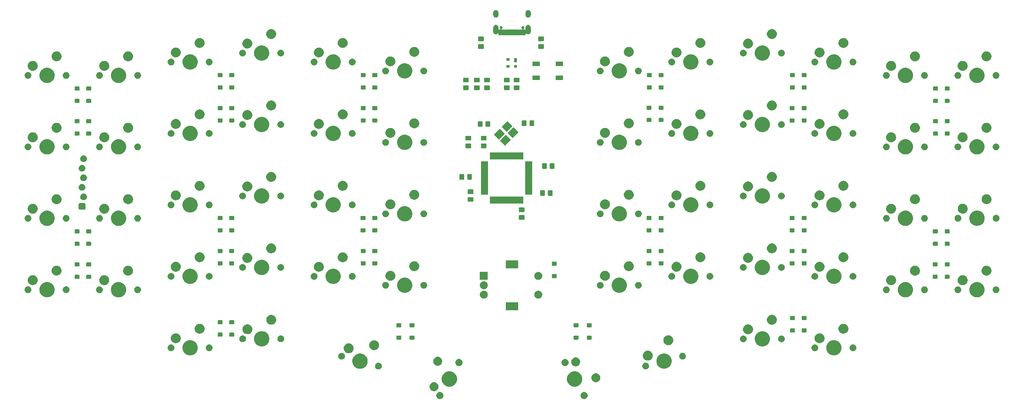
<source format=gbs>
G04 #@! TF.GenerationSoftware,KiCad,Pcbnew,(5.1.4-0)*
G04 #@! TF.CreationDate,2021-10-31T23:39:43-05:00*
G04 #@! TF.ProjectId,pcb,7063622e-6b69-4636-9164-5f7063625858,rev?*
G04 #@! TF.SameCoordinates,Original*
G04 #@! TF.FileFunction,Soldermask,Bot*
G04 #@! TF.FilePolarity,Negative*
%FSLAX46Y46*%
G04 Gerber Fmt 4.6, Leading zero omitted, Abs format (unit mm)*
G04 Created by KiCad (PCBNEW (5.1.4-0)) date 2021-10-31 23:39:43*
%MOMM*%
%LPD*%
G04 APERTURE LIST*
%ADD10C,0.100000*%
G04 APERTURE END LIST*
D10*
G36*
X269518515Y-117785435D02*
G01*
X269691586Y-117857123D01*
X269691587Y-117857124D01*
X269847347Y-117961199D01*
X269979810Y-118093662D01*
X269979811Y-118093664D01*
X270083886Y-118249423D01*
X270155574Y-118422494D01*
X270192120Y-118606222D01*
X270192120Y-118793556D01*
X270155574Y-118977284D01*
X270083886Y-119150355D01*
X270083885Y-119150356D01*
X269979810Y-119306116D01*
X269847347Y-119438579D01*
X269768938Y-119490970D01*
X269691586Y-119542655D01*
X269518515Y-119614343D01*
X269334787Y-119650889D01*
X269147453Y-119650889D01*
X268963725Y-119614343D01*
X268790654Y-119542655D01*
X268713302Y-119490970D01*
X268634893Y-119438579D01*
X268502430Y-119306116D01*
X268398355Y-119150356D01*
X268398354Y-119150355D01*
X268326666Y-118977284D01*
X268290120Y-118793556D01*
X268290120Y-118606222D01*
X268326666Y-118422494D01*
X268398354Y-118249423D01*
X268502429Y-118093664D01*
X268502430Y-118093662D01*
X268634893Y-117961199D01*
X268790653Y-117857124D01*
X268790654Y-117857123D01*
X268963725Y-117785435D01*
X269147453Y-117748889D01*
X269334787Y-117748889D01*
X269518515Y-117785435D01*
X269518515Y-117785435D01*
G37*
G36*
X231100875Y-117785435D02*
G01*
X231273946Y-117857123D01*
X231273947Y-117857124D01*
X231429707Y-117961199D01*
X231562170Y-118093662D01*
X231562171Y-118093664D01*
X231666246Y-118249423D01*
X231737934Y-118422494D01*
X231774480Y-118606222D01*
X231774480Y-118793556D01*
X231737934Y-118977284D01*
X231666246Y-119150355D01*
X231666245Y-119150356D01*
X231562170Y-119306116D01*
X231429707Y-119438579D01*
X231351298Y-119490970D01*
X231273946Y-119542655D01*
X231100875Y-119614343D01*
X230917147Y-119650889D01*
X230729813Y-119650889D01*
X230546085Y-119614343D01*
X230373014Y-119542655D01*
X230295662Y-119490970D01*
X230217253Y-119438579D01*
X230084790Y-119306116D01*
X229980715Y-119150356D01*
X229980714Y-119150355D01*
X229909026Y-118977284D01*
X229872480Y-118793556D01*
X229872480Y-118606222D01*
X229909026Y-118422494D01*
X229980714Y-118249423D01*
X230084789Y-118093664D01*
X230084790Y-118093662D01*
X230217253Y-117961199D01*
X230373013Y-117857124D01*
X230373014Y-117857123D01*
X230546085Y-117785435D01*
X230729813Y-117748889D01*
X230917147Y-117748889D01*
X231100875Y-117785435D01*
X231100875Y-117785435D01*
G37*
G36*
X229607051Y-115181921D02*
G01*
X229817526Y-115269103D01*
X229824346Y-115271928D01*
X230019905Y-115402597D01*
X230186215Y-115568907D01*
X230209682Y-115604027D01*
X230316885Y-115764468D01*
X230406891Y-115981761D01*
X230452775Y-116212437D01*
X230452775Y-116447637D01*
X230406891Y-116678313D01*
X230316885Y-116895606D01*
X230316884Y-116895608D01*
X230186215Y-117091167D01*
X230019905Y-117257477D01*
X229824346Y-117388146D01*
X229824345Y-117388147D01*
X229824344Y-117388147D01*
X229607051Y-117478153D01*
X229376375Y-117524037D01*
X229141175Y-117524037D01*
X228910499Y-117478153D01*
X228693206Y-117388147D01*
X228693205Y-117388147D01*
X228693204Y-117388146D01*
X228497645Y-117257477D01*
X228331335Y-117091167D01*
X228200666Y-116895608D01*
X228200665Y-116895606D01*
X228110659Y-116678313D01*
X228064775Y-116447637D01*
X228064775Y-116212437D01*
X228110659Y-115981761D01*
X228200665Y-115764468D01*
X228307869Y-115604027D01*
X228331335Y-115568907D01*
X228497645Y-115402597D01*
X228693204Y-115271928D01*
X228700024Y-115269103D01*
X228910499Y-115181921D01*
X229141175Y-115136037D01*
X229376375Y-115136037D01*
X229607051Y-115181921D01*
X229607051Y-115181921D01*
G37*
G36*
X267297594Y-112334164D02*
G01*
X267515594Y-112424463D01*
X267669743Y-112488313D01*
X268004668Y-112712103D01*
X268289497Y-112996932D01*
X268513287Y-113331857D01*
X268577137Y-113486006D01*
X268667436Y-113704006D01*
X268746020Y-114099074D01*
X268746020Y-114501886D01*
X268667436Y-114896954D01*
X268617175Y-115018294D01*
X268513287Y-115269103D01*
X268289497Y-115604028D01*
X268004668Y-115888857D01*
X267669743Y-116112647D01*
X267515594Y-116176497D01*
X267297594Y-116266796D01*
X266902526Y-116345380D01*
X266499714Y-116345380D01*
X266104646Y-116266796D01*
X265886646Y-116176497D01*
X265732497Y-116112647D01*
X265397572Y-115888857D01*
X265112743Y-115604028D01*
X264888953Y-115269103D01*
X264785065Y-115018294D01*
X264734804Y-114896954D01*
X264656220Y-114501886D01*
X264656220Y-114099074D01*
X264734804Y-113704006D01*
X264825103Y-113486006D01*
X264888953Y-113331857D01*
X265112743Y-112996932D01*
X265397572Y-112712103D01*
X265732497Y-112488313D01*
X265886646Y-112424463D01*
X266104646Y-112334164D01*
X266499714Y-112255580D01*
X266902526Y-112255580D01*
X267297594Y-112334164D01*
X267297594Y-112334164D01*
G37*
G36*
X233959954Y-112334164D02*
G01*
X234177954Y-112424463D01*
X234332103Y-112488313D01*
X234667028Y-112712103D01*
X234951857Y-112996932D01*
X235175647Y-113331857D01*
X235239497Y-113486006D01*
X235329796Y-113704006D01*
X235408380Y-114099074D01*
X235408380Y-114501886D01*
X235329796Y-114896954D01*
X235279535Y-115018294D01*
X235175647Y-115269103D01*
X234951857Y-115604028D01*
X234667028Y-115888857D01*
X234332103Y-116112647D01*
X234177954Y-116176497D01*
X233959954Y-116266796D01*
X233564886Y-116345380D01*
X233162074Y-116345380D01*
X232767006Y-116266796D01*
X232549006Y-116176497D01*
X232394857Y-116112647D01*
X232059932Y-115888857D01*
X231775103Y-115604028D01*
X231551313Y-115269103D01*
X231447425Y-115018294D01*
X231397164Y-114896954D01*
X231318580Y-114501886D01*
X231318580Y-114099074D01*
X231397164Y-113704006D01*
X231487463Y-113486006D01*
X231551313Y-113331857D01*
X231775103Y-112996932D01*
X232059932Y-112712103D01*
X232394857Y-112488313D01*
X232549006Y-112424463D01*
X232767006Y-112334164D01*
X233162074Y-112255580D01*
X233564886Y-112255580D01*
X233959954Y-112334164D01*
X233959954Y-112334164D01*
G37*
G36*
X272718805Y-112812069D02*
G01*
X272936098Y-112902075D01*
X272936100Y-112902076D01*
X273131659Y-113032745D01*
X273297969Y-113199055D01*
X273386706Y-113331858D01*
X273428639Y-113394616D01*
X273518645Y-113611909D01*
X273564529Y-113842585D01*
X273564529Y-114077785D01*
X273518645Y-114308461D01*
X273438526Y-114501885D01*
X273428638Y-114525756D01*
X273297969Y-114721315D01*
X273131659Y-114887625D01*
X272936100Y-115018294D01*
X272936099Y-115018295D01*
X272936098Y-115018295D01*
X272718805Y-115108301D01*
X272488129Y-115154185D01*
X272252929Y-115154185D01*
X272022253Y-115108301D01*
X271804960Y-115018295D01*
X271804959Y-115018295D01*
X271804958Y-115018294D01*
X271609399Y-114887625D01*
X271443089Y-114721315D01*
X271312420Y-114525756D01*
X271302532Y-114501885D01*
X271222413Y-114308461D01*
X271176529Y-114077785D01*
X271176529Y-113842585D01*
X271222413Y-113611909D01*
X271312419Y-113394616D01*
X271354353Y-113331858D01*
X271443089Y-113199055D01*
X271609399Y-113032745D01*
X271804958Y-112902076D01*
X271804960Y-112902075D01*
X272022253Y-112812069D01*
X272252929Y-112766185D01*
X272488129Y-112766185D01*
X272718805Y-112812069D01*
X272718805Y-112812069D01*
G37*
G36*
X214626136Y-109966678D02*
G01*
X214720858Y-109985519D01*
X214830281Y-110030844D01*
X214884994Y-110053507D01*
X215004510Y-110133365D01*
X215032711Y-110152208D01*
X215158335Y-110277832D01*
X215158337Y-110277835D01*
X215257036Y-110425549D01*
X215257036Y-110425550D01*
X215325024Y-110589685D01*
X215334985Y-110639762D01*
X215355936Y-110745090D01*
X215359683Y-110763931D01*
X215359683Y-110941589D01*
X215325024Y-111115835D01*
X215279699Y-111225258D01*
X215257036Y-111279971D01*
X215210159Y-111350127D01*
X215158335Y-111427688D01*
X215032711Y-111553312D01*
X215032708Y-111553314D01*
X214884994Y-111652013D01*
X214830281Y-111674676D01*
X214720858Y-111720001D01*
X214641334Y-111735819D01*
X214546614Y-111754660D01*
X214368952Y-111754660D01*
X214274232Y-111735819D01*
X214194708Y-111720001D01*
X214085285Y-111674676D01*
X214030572Y-111652013D01*
X213882858Y-111553314D01*
X213882855Y-111553312D01*
X213757231Y-111427688D01*
X213705407Y-111350127D01*
X213658530Y-111279971D01*
X213635867Y-111225258D01*
X213590542Y-111115835D01*
X213555883Y-110941589D01*
X213555883Y-110763931D01*
X213559631Y-110745090D01*
X213580581Y-110639762D01*
X213590542Y-110589685D01*
X213658530Y-110425550D01*
X213658530Y-110425549D01*
X213757229Y-110277835D01*
X213757231Y-110277832D01*
X213882855Y-110152208D01*
X213911056Y-110133365D01*
X214030572Y-110053507D01*
X214085285Y-110030844D01*
X214194708Y-109985519D01*
X214289430Y-109966678D01*
X214368952Y-109950860D01*
X214546614Y-109950860D01*
X214626136Y-109966678D01*
X214626136Y-109966678D01*
G37*
G36*
X285804016Y-109949348D02*
G01*
X285891139Y-109966678D01*
X286000562Y-110012003D01*
X286055275Y-110034666D01*
X286121925Y-110079200D01*
X286202992Y-110133367D01*
X286328616Y-110258991D01*
X286328618Y-110258994D01*
X286427317Y-110406708D01*
X286449980Y-110461421D01*
X286495305Y-110570844D01*
X286504861Y-110618885D01*
X286529964Y-110745088D01*
X286529964Y-110922750D01*
X286526216Y-110941591D01*
X286495305Y-111096994D01*
X286449980Y-111206417D01*
X286427317Y-111261130D01*
X286380440Y-111331286D01*
X286328616Y-111408847D01*
X286202992Y-111534471D01*
X286202989Y-111534473D01*
X286055275Y-111633172D01*
X286009789Y-111652013D01*
X285891139Y-111701160D01*
X285804016Y-111718489D01*
X285716895Y-111735819D01*
X285539233Y-111735819D01*
X285452112Y-111718489D01*
X285364989Y-111701160D01*
X285246339Y-111652013D01*
X285200853Y-111633172D01*
X285053139Y-111534473D01*
X285053136Y-111534471D01*
X284927512Y-111408847D01*
X284875688Y-111331286D01*
X284828811Y-111261130D01*
X284806148Y-111206417D01*
X284760823Y-111096994D01*
X284729912Y-110941591D01*
X284726164Y-110922750D01*
X284726164Y-110745088D01*
X284751267Y-110618885D01*
X284760823Y-110570844D01*
X284806148Y-110461421D01*
X284828811Y-110406708D01*
X284927510Y-110258994D01*
X284927512Y-110258991D01*
X285053136Y-110133367D01*
X285134203Y-110079200D01*
X285200853Y-110034666D01*
X285255566Y-110012003D01*
X285364989Y-109966678D01*
X285452112Y-109949348D01*
X285539233Y-109932019D01*
X285716895Y-109932019D01*
X285804016Y-109949348D01*
X285804016Y-109949348D01*
G37*
G36*
X210147354Y-107571644D02*
G01*
X210286772Y-107629393D01*
X210519503Y-107725793D01*
X210854428Y-107949583D01*
X211139257Y-108234412D01*
X211363047Y-108569337D01*
X211396611Y-108650369D01*
X211517196Y-108941486D01*
X211595780Y-109336554D01*
X211595780Y-109739366D01*
X211517196Y-110134434D01*
X211457797Y-110277835D01*
X211363047Y-110506583D01*
X211139257Y-110841508D01*
X210854428Y-111126337D01*
X210519503Y-111350127D01*
X210377747Y-111408844D01*
X210147354Y-111504276D01*
X209752286Y-111582860D01*
X209349474Y-111582860D01*
X208954406Y-111504276D01*
X208724013Y-111408844D01*
X208582257Y-111350127D01*
X208247332Y-111126337D01*
X207962503Y-110841508D01*
X207738713Y-110506583D01*
X207643963Y-110277835D01*
X207584564Y-110134434D01*
X207505980Y-109739366D01*
X207505980Y-109336554D01*
X207584564Y-108941486D01*
X207705149Y-108650369D01*
X207738713Y-108569337D01*
X207962503Y-108234412D01*
X208247332Y-107949583D01*
X208582257Y-107725793D01*
X208814988Y-107629393D01*
X208954406Y-107571644D01*
X209349474Y-107493060D01*
X209752286Y-107493060D01*
X210147354Y-107571644D01*
X210147354Y-107571644D01*
G37*
G36*
X291131442Y-107552803D02*
G01*
X291316339Y-107629390D01*
X291503591Y-107706952D01*
X291838516Y-107930742D01*
X292123345Y-108215571D01*
X292347135Y-108550496D01*
X292399739Y-108677495D01*
X292501284Y-108922645D01*
X292579868Y-109317713D01*
X292579868Y-109720525D01*
X292501284Y-110115593D01*
X292441885Y-110258994D01*
X292347135Y-110487742D01*
X292123345Y-110822667D01*
X291838516Y-111107496D01*
X291503591Y-111331286D01*
X291349442Y-111395136D01*
X291131442Y-111485435D01*
X290736374Y-111564019D01*
X290333562Y-111564019D01*
X289938494Y-111485435D01*
X289720494Y-111395136D01*
X289566345Y-111331286D01*
X289231420Y-111107496D01*
X288946591Y-110822667D01*
X288722801Y-110487742D01*
X288628051Y-110258994D01*
X288568652Y-110115593D01*
X288490068Y-109720525D01*
X288490068Y-109317713D01*
X288568652Y-108922645D01*
X288670197Y-108677495D01*
X288722801Y-108550496D01*
X288946591Y-108215571D01*
X289231420Y-107930742D01*
X289566345Y-107706952D01*
X289753597Y-107629390D01*
X289938494Y-107552803D01*
X290333562Y-107474219D01*
X290736374Y-107474219D01*
X291131442Y-107552803D01*
X291131442Y-107552803D01*
G37*
G36*
X267344101Y-108582807D02*
G01*
X267561394Y-108672813D01*
X267561396Y-108672814D01*
X267756955Y-108803483D01*
X267923265Y-108969793D01*
X268014422Y-109106218D01*
X268053935Y-109165354D01*
X268143941Y-109382647D01*
X268189825Y-109613323D01*
X268189825Y-109848523D01*
X268143941Y-110079199D01*
X268069468Y-110258991D01*
X268053934Y-110296494D01*
X267923265Y-110492053D01*
X267756955Y-110658363D01*
X267561396Y-110789032D01*
X267561395Y-110789033D01*
X267561394Y-110789033D01*
X267344101Y-110879039D01*
X267113425Y-110924923D01*
X266878225Y-110924923D01*
X266647549Y-110879039D01*
X266430256Y-110789033D01*
X266430255Y-110789033D01*
X266430254Y-110789032D01*
X266234695Y-110658363D01*
X266068385Y-110492053D01*
X265937716Y-110296494D01*
X265922182Y-110258991D01*
X265847709Y-110079199D01*
X265801825Y-109848523D01*
X265801825Y-109613323D01*
X265847709Y-109382647D01*
X265937715Y-109165354D01*
X265977229Y-109106218D01*
X266068385Y-108969793D01*
X266234695Y-108803483D01*
X266430254Y-108672814D01*
X266430256Y-108672813D01*
X266647549Y-108582807D01*
X266878225Y-108536923D01*
X267113425Y-108536923D01*
X267344101Y-108582807D01*
X267344101Y-108582807D01*
G37*
G36*
X264438515Y-108986617D02*
G01*
X264611586Y-109058305D01*
X264611587Y-109058306D01*
X264767347Y-109162381D01*
X264899810Y-109294844D01*
X264927680Y-109336555D01*
X265003886Y-109450605D01*
X265075574Y-109623676D01*
X265112120Y-109807404D01*
X265112120Y-109994738D01*
X265075574Y-110178466D01*
X265003886Y-110351537D01*
X265003885Y-110351538D01*
X264899810Y-110507298D01*
X264767347Y-110639761D01*
X264739507Y-110658363D01*
X264611586Y-110743837D01*
X264438515Y-110815525D01*
X264254787Y-110852071D01*
X264067453Y-110852071D01*
X263883725Y-110815525D01*
X263710654Y-110743837D01*
X263582733Y-110658363D01*
X263554893Y-110639761D01*
X263422430Y-110507298D01*
X263318355Y-110351538D01*
X263318354Y-110351537D01*
X263246666Y-110178466D01*
X263210120Y-109994738D01*
X263210120Y-109807404D01*
X263246666Y-109623676D01*
X263318354Y-109450605D01*
X263394560Y-109336555D01*
X263422430Y-109294844D01*
X263554893Y-109162381D01*
X263710653Y-109058306D01*
X263710654Y-109058305D01*
X263883725Y-108986617D01*
X264067453Y-108950071D01*
X264254787Y-108950071D01*
X264438515Y-108986617D01*
X264438515Y-108986617D01*
G37*
G36*
X236180875Y-108986617D02*
G01*
X236353946Y-109058305D01*
X236353947Y-109058306D01*
X236509707Y-109162381D01*
X236642170Y-109294844D01*
X236670040Y-109336555D01*
X236746246Y-109450605D01*
X236817934Y-109623676D01*
X236854480Y-109807404D01*
X236854480Y-109994738D01*
X236817934Y-110178466D01*
X236746246Y-110351537D01*
X236746245Y-110351538D01*
X236642170Y-110507298D01*
X236509707Y-110639761D01*
X236481867Y-110658363D01*
X236353946Y-110743837D01*
X236180875Y-110815525D01*
X235997147Y-110852071D01*
X235809813Y-110852071D01*
X235626085Y-110815525D01*
X235453014Y-110743837D01*
X235325093Y-110658363D01*
X235297253Y-110639761D01*
X235164790Y-110507298D01*
X235060715Y-110351538D01*
X235060714Y-110351537D01*
X234989026Y-110178466D01*
X234952480Y-109994738D01*
X234952480Y-109807404D01*
X234989026Y-109623676D01*
X235060714Y-109450605D01*
X235136920Y-109336555D01*
X235164790Y-109294844D01*
X235297253Y-109162381D01*
X235453013Y-109058306D01*
X235453014Y-109058305D01*
X235626085Y-108986617D01*
X235809813Y-108950071D01*
X235997147Y-108950071D01*
X236180875Y-108986617D01*
X236180875Y-108986617D01*
G37*
G36*
X230582347Y-108412659D02*
G01*
X230759967Y-108486232D01*
X230799642Y-108502666D01*
X230995201Y-108633335D01*
X231161511Y-108799645D01*
X231256287Y-108941486D01*
X231292181Y-108995206D01*
X231382187Y-109212499D01*
X231428071Y-109443175D01*
X231428071Y-109678375D01*
X231382187Y-109909051D01*
X231296634Y-110115593D01*
X231292180Y-110126346D01*
X231161511Y-110321905D01*
X230995201Y-110488215D01*
X230799642Y-110618884D01*
X230799641Y-110618885D01*
X230799640Y-110618885D01*
X230582347Y-110708891D01*
X230351671Y-110754775D01*
X230116471Y-110754775D01*
X229885795Y-110708891D01*
X229668502Y-110618885D01*
X229668501Y-110618885D01*
X229668500Y-110618884D01*
X229472941Y-110488215D01*
X229306631Y-110321905D01*
X229175962Y-110126346D01*
X229171508Y-110115593D01*
X229085955Y-109909051D01*
X229040071Y-109678375D01*
X229040071Y-109443175D01*
X229085955Y-109212499D01*
X229175961Y-108995206D01*
X229211856Y-108941486D01*
X229306631Y-108799645D01*
X229472941Y-108633335D01*
X229668500Y-108502666D01*
X229708175Y-108486232D01*
X229885795Y-108412659D01*
X230116471Y-108366775D01*
X230351671Y-108366775D01*
X230582347Y-108412659D01*
X230582347Y-108412659D01*
G37*
G36*
X286455105Y-106756151D02*
G01*
X286582712Y-106781533D01*
X286707714Y-106833311D01*
X286823117Y-106881112D01*
X286823118Y-106881113D01*
X287039479Y-107025680D01*
X287223478Y-107209679D01*
X287285444Y-107302418D01*
X287368046Y-107426041D01*
X287388002Y-107474219D01*
X287467625Y-107666446D01*
X287467625Y-107666448D01*
X287518390Y-107921659D01*
X287518390Y-108181877D01*
X287507940Y-108234412D01*
X287467625Y-108437090D01*
X287420650Y-108550496D01*
X287368046Y-108677495D01*
X287368045Y-108677496D01*
X287223478Y-108893857D01*
X287039479Y-109077856D01*
X286968834Y-109125059D01*
X286823117Y-109222424D01*
X286723538Y-109263671D01*
X286582712Y-109322003D01*
X286455104Y-109347386D01*
X286327499Y-109372768D01*
X286067281Y-109372768D01*
X285939676Y-109347386D01*
X285812068Y-109322003D01*
X285671242Y-109263671D01*
X285571663Y-109222424D01*
X285425946Y-109125059D01*
X285355301Y-109077856D01*
X285171302Y-108893857D01*
X285026735Y-108677496D01*
X285026734Y-108677495D01*
X284974130Y-108550496D01*
X284927155Y-108437090D01*
X284886840Y-108234412D01*
X284876390Y-108181877D01*
X284876390Y-107921659D01*
X284927155Y-107666448D01*
X284927155Y-107666446D01*
X285006778Y-107474219D01*
X285026734Y-107426041D01*
X285109336Y-107302418D01*
X285171302Y-107209679D01*
X285355301Y-107025680D01*
X285571662Y-106881113D01*
X285571663Y-106881112D01*
X285687066Y-106833311D01*
X285812068Y-106781533D01*
X285939675Y-106756151D01*
X286067281Y-106730768D01*
X286327499Y-106730768D01*
X286455105Y-106756151D01*
X286455105Y-106756151D01*
G37*
G36*
X204812329Y-107337077D02*
G01*
X204907051Y-107355918D01*
X205016474Y-107401243D01*
X205071187Y-107423906D01*
X205190703Y-107503764D01*
X205218904Y-107522607D01*
X205344528Y-107648231D01*
X205344530Y-107648234D01*
X205443229Y-107795948D01*
X205443229Y-107795949D01*
X205511217Y-107960084D01*
X205528547Y-108047207D01*
X205545876Y-108134328D01*
X205545876Y-108311990D01*
X205528546Y-108399111D01*
X205511217Y-108486234D01*
X205471214Y-108582808D01*
X205443229Y-108650370D01*
X205425104Y-108677496D01*
X205344528Y-108798087D01*
X205218904Y-108923711D01*
X205218901Y-108923713D01*
X205071187Y-109022412D01*
X205016474Y-109045075D01*
X204907051Y-109090400D01*
X204827527Y-109106218D01*
X204732807Y-109125059D01*
X204555145Y-109125059D01*
X204460425Y-109106218D01*
X204380901Y-109090400D01*
X204271478Y-109045075D01*
X204216765Y-109022412D01*
X204069051Y-108923713D01*
X204069048Y-108923711D01*
X203943424Y-108798087D01*
X203862848Y-108677496D01*
X203844723Y-108650370D01*
X203816738Y-108582808D01*
X203776735Y-108486234D01*
X203759406Y-108399111D01*
X203742076Y-108311990D01*
X203742076Y-108134328D01*
X203759405Y-108047207D01*
X203776735Y-107960084D01*
X203844723Y-107795949D01*
X203844723Y-107795948D01*
X203943422Y-107648234D01*
X203943424Y-107648231D01*
X204069048Y-107522607D01*
X204097249Y-107503764D01*
X204216765Y-107423906D01*
X204271478Y-107401243D01*
X204380901Y-107355918D01*
X204475623Y-107337077D01*
X204555145Y-107321259D01*
X204732807Y-107321259D01*
X204812329Y-107337077D01*
X204812329Y-107337077D01*
G37*
G36*
X295617823Y-107319747D02*
G01*
X295704946Y-107337077D01*
X295814369Y-107382402D01*
X295869082Y-107405065D01*
X296000776Y-107493060D01*
X296016799Y-107503766D01*
X296142423Y-107629390D01*
X296142425Y-107629393D01*
X296241124Y-107777107D01*
X296263787Y-107831820D01*
X296309112Y-107941243D01*
X296312860Y-107960086D01*
X296343771Y-108115487D01*
X296343771Y-108293149D01*
X296340023Y-108311990D01*
X296309112Y-108467393D01*
X296266885Y-108569337D01*
X296241124Y-108631529D01*
X296143088Y-108778251D01*
X296142423Y-108779246D01*
X296016799Y-108904870D01*
X296016796Y-108904872D01*
X295869082Y-109003571D01*
X295823596Y-109022412D01*
X295704946Y-109071559D01*
X295617823Y-109088888D01*
X295530702Y-109106218D01*
X295353040Y-109106218D01*
X295265919Y-109088888D01*
X295178796Y-109071559D01*
X295060146Y-109022412D01*
X295014660Y-109003571D01*
X294866946Y-108904872D01*
X294866943Y-108904870D01*
X294741319Y-108779246D01*
X294740654Y-108778251D01*
X294642618Y-108631529D01*
X294616857Y-108569337D01*
X294574630Y-108467393D01*
X294543719Y-108311990D01*
X294539971Y-108293149D01*
X294539971Y-108115487D01*
X294570882Y-107960086D01*
X294574630Y-107941243D01*
X294619955Y-107831820D01*
X294642618Y-107777107D01*
X294741317Y-107629393D01*
X294741319Y-107629390D01*
X294866943Y-107503766D01*
X294882966Y-107493060D01*
X295014660Y-107405065D01*
X295069373Y-107382402D01*
X295178796Y-107337077D01*
X295265919Y-107319747D01*
X295353040Y-107302418D01*
X295530702Y-107302418D01*
X295617823Y-107319747D01*
X295617823Y-107319747D01*
G37*
G36*
X164903414Y-103999754D02*
G01*
X165029059Y-104051798D01*
X165275563Y-104153903D01*
X165610488Y-104377693D01*
X165895317Y-104662522D01*
X166119107Y-104997447D01*
X166172136Y-105125470D01*
X166273256Y-105369596D01*
X166351840Y-105764664D01*
X166351840Y-106167476D01*
X166273256Y-106562544D01*
X166206323Y-106724135D01*
X166119107Y-106934693D01*
X165895317Y-107269618D01*
X165610488Y-107554447D01*
X165275563Y-107778237D01*
X165232802Y-107795949D01*
X164903414Y-107932386D01*
X164508346Y-108010970D01*
X164105534Y-108010970D01*
X163710466Y-107932386D01*
X163381078Y-107795949D01*
X163338317Y-107778237D01*
X163003392Y-107554447D01*
X162718563Y-107269618D01*
X162494773Y-106934693D01*
X162407557Y-106724135D01*
X162340624Y-106562544D01*
X162262040Y-106167476D01*
X162262040Y-105764664D01*
X162340624Y-105369596D01*
X162441744Y-105125470D01*
X162494773Y-104997447D01*
X162718563Y-104662522D01*
X163003392Y-104377693D01*
X163338317Y-104153903D01*
X163584821Y-104051798D01*
X163710466Y-103999754D01*
X164105534Y-103921170D01*
X164508346Y-103921170D01*
X164903414Y-103999754D01*
X164903414Y-103999754D01*
G37*
G36*
X336352764Y-103999754D02*
G01*
X336478409Y-104051798D01*
X336724913Y-104153903D01*
X337059838Y-104377693D01*
X337344667Y-104662522D01*
X337568457Y-104997447D01*
X337621486Y-105125470D01*
X337722606Y-105369596D01*
X337801190Y-105764664D01*
X337801190Y-106167476D01*
X337722606Y-106562544D01*
X337655673Y-106724135D01*
X337568457Y-106934693D01*
X337344667Y-107269618D01*
X337059838Y-107554447D01*
X336724913Y-107778237D01*
X336682152Y-107795949D01*
X336352764Y-107932386D01*
X335957696Y-108010970D01*
X335554884Y-108010970D01*
X335159816Y-107932386D01*
X334830428Y-107795949D01*
X334787667Y-107778237D01*
X334452742Y-107554447D01*
X334167913Y-107269618D01*
X333944123Y-106934693D01*
X333856907Y-106724135D01*
X333789974Y-106562544D01*
X333711390Y-106167476D01*
X333711390Y-105764664D01*
X333789974Y-105369596D01*
X333891094Y-105125470D01*
X333944123Y-104997447D01*
X334167913Y-104662522D01*
X334452742Y-104377693D01*
X334787667Y-104153903D01*
X335034171Y-104051798D01*
X335159816Y-103999754D01*
X335554884Y-103921170D01*
X335957696Y-103921170D01*
X336352764Y-103999754D01*
X336352764Y-103999754D01*
G37*
G36*
X206756218Y-104796903D02*
G01*
X206913424Y-104828173D01*
X207028062Y-104875658D01*
X207153829Y-104927752D01*
X207153830Y-104927753D01*
X207370191Y-105072320D01*
X207554190Y-105256319D01*
X207629878Y-105369595D01*
X207698758Y-105472681D01*
X207726170Y-105538860D01*
X207798337Y-105713086D01*
X207849102Y-105968301D01*
X207849102Y-106228515D01*
X207798337Y-106483730D01*
X207746259Y-106609457D01*
X207698758Y-106724135D01*
X207698757Y-106724136D01*
X207554190Y-106940497D01*
X207370191Y-107124496D01*
X207242705Y-107209679D01*
X207153829Y-107269064D01*
X207054250Y-107310311D01*
X206913424Y-107368643D01*
X206785816Y-107394026D01*
X206658211Y-107419408D01*
X206397993Y-107419408D01*
X206270388Y-107394026D01*
X206142780Y-107368643D01*
X206001954Y-107310311D01*
X205902375Y-107269064D01*
X205813499Y-107209679D01*
X205686013Y-107124496D01*
X205502014Y-106940497D01*
X205357447Y-106724136D01*
X205357446Y-106724135D01*
X205309945Y-106609457D01*
X205257867Y-106483730D01*
X205207102Y-106228515D01*
X205207102Y-105968301D01*
X205257867Y-105713086D01*
X205330034Y-105538860D01*
X205357446Y-105472681D01*
X205426326Y-105369595D01*
X205502014Y-105256319D01*
X205686013Y-105072320D01*
X205902374Y-104927753D01*
X205902375Y-104927752D01*
X206028142Y-104875658D01*
X206142780Y-104828173D01*
X206299986Y-104796903D01*
X206397993Y-104777408D01*
X206658211Y-104777408D01*
X206756218Y-104796903D01*
X206756218Y-104796903D01*
G37*
G36*
X159402892Y-105081499D02*
G01*
X159490015Y-105098829D01*
X159554333Y-105125471D01*
X159654151Y-105166817D01*
X159741303Y-105225050D01*
X159801868Y-105265518D01*
X159927492Y-105391142D01*
X159927494Y-105391145D01*
X160026193Y-105538859D01*
X160026193Y-105538860D01*
X160094181Y-105702995D01*
X160128840Y-105877241D01*
X160128840Y-106054899D01*
X160094181Y-106229145D01*
X160048856Y-106338568D01*
X160026193Y-106393281D01*
X159965758Y-106483728D01*
X159927492Y-106540998D01*
X159801868Y-106666622D01*
X159801865Y-106666624D01*
X159654151Y-106765323D01*
X159615016Y-106781533D01*
X159490015Y-106833311D01*
X159402892Y-106850641D01*
X159315771Y-106867970D01*
X159138109Y-106867970D01*
X159050988Y-106850641D01*
X158963865Y-106833311D01*
X158838864Y-106781533D01*
X158799729Y-106765323D01*
X158652015Y-106666624D01*
X158652012Y-106666622D01*
X158526388Y-106540998D01*
X158488122Y-106483728D01*
X158427687Y-106393281D01*
X158405024Y-106338568D01*
X158359699Y-106229145D01*
X158325040Y-106054899D01*
X158325040Y-105877241D01*
X158359699Y-105702995D01*
X158427687Y-105538860D01*
X158427687Y-105538859D01*
X158526386Y-105391145D01*
X158526388Y-105391142D01*
X158652012Y-105265518D01*
X158712577Y-105225050D01*
X158799729Y-105166817D01*
X158899547Y-105125471D01*
X158963865Y-105098829D01*
X159050988Y-105081499D01*
X159138109Y-105064170D01*
X159315771Y-105064170D01*
X159402892Y-105081499D01*
X159402892Y-105081499D01*
G37*
G36*
X330852242Y-105081499D02*
G01*
X330939365Y-105098829D01*
X331003683Y-105125471D01*
X331103501Y-105166817D01*
X331190653Y-105225050D01*
X331251218Y-105265518D01*
X331376842Y-105391142D01*
X331376844Y-105391145D01*
X331475543Y-105538859D01*
X331475543Y-105538860D01*
X331543531Y-105702995D01*
X331578190Y-105877241D01*
X331578190Y-106054899D01*
X331543531Y-106229145D01*
X331498206Y-106338568D01*
X331475543Y-106393281D01*
X331415108Y-106483728D01*
X331376842Y-106540998D01*
X331251218Y-106666622D01*
X331251215Y-106666624D01*
X331103501Y-106765323D01*
X331064366Y-106781533D01*
X330939365Y-106833311D01*
X330852242Y-106850641D01*
X330765121Y-106867970D01*
X330587459Y-106867970D01*
X330500338Y-106850641D01*
X330413215Y-106833311D01*
X330288214Y-106781533D01*
X330249079Y-106765323D01*
X330101365Y-106666624D01*
X330101362Y-106666622D01*
X329975738Y-106540998D01*
X329937472Y-106483728D01*
X329877037Y-106393281D01*
X329854374Y-106338568D01*
X329809049Y-106229145D01*
X329774390Y-106054899D01*
X329774390Y-105877241D01*
X329809049Y-105702995D01*
X329877037Y-105538860D01*
X329877037Y-105538859D01*
X329975736Y-105391145D01*
X329975738Y-105391142D01*
X330101362Y-105265518D01*
X330161927Y-105225050D01*
X330249079Y-105166817D01*
X330348897Y-105125471D01*
X330413215Y-105098829D01*
X330500338Y-105081499D01*
X330587459Y-105064170D01*
X330765121Y-105064170D01*
X330852242Y-105081499D01*
X330852242Y-105081499D01*
G37*
G36*
X341012242Y-105081499D02*
G01*
X341099365Y-105098829D01*
X341163683Y-105125471D01*
X341263501Y-105166817D01*
X341350653Y-105225050D01*
X341411218Y-105265518D01*
X341536842Y-105391142D01*
X341536844Y-105391145D01*
X341635543Y-105538859D01*
X341635543Y-105538860D01*
X341703531Y-105702995D01*
X341738190Y-105877241D01*
X341738190Y-106054899D01*
X341703531Y-106229145D01*
X341658206Y-106338568D01*
X341635543Y-106393281D01*
X341575108Y-106483728D01*
X341536842Y-106540998D01*
X341411218Y-106666622D01*
X341411215Y-106666624D01*
X341263501Y-106765323D01*
X341224366Y-106781533D01*
X341099365Y-106833311D01*
X341012242Y-106850641D01*
X340925121Y-106867970D01*
X340747459Y-106867970D01*
X340660338Y-106850641D01*
X340573215Y-106833311D01*
X340448214Y-106781533D01*
X340409079Y-106765323D01*
X340261365Y-106666624D01*
X340261362Y-106666622D01*
X340135738Y-106540998D01*
X340097472Y-106483728D01*
X340037037Y-106393281D01*
X340014374Y-106338568D01*
X339969049Y-106229145D01*
X339934390Y-106054899D01*
X339934390Y-105877241D01*
X339969049Y-105702995D01*
X340037037Y-105538860D01*
X340037037Y-105538859D01*
X340135736Y-105391145D01*
X340135738Y-105391142D01*
X340261362Y-105265518D01*
X340321927Y-105225050D01*
X340409079Y-105166817D01*
X340508897Y-105125471D01*
X340573215Y-105098829D01*
X340660338Y-105081499D01*
X340747459Y-105064170D01*
X340925121Y-105064170D01*
X341012242Y-105081499D01*
X341012242Y-105081499D01*
G37*
G36*
X169562892Y-105081499D02*
G01*
X169650015Y-105098829D01*
X169714333Y-105125471D01*
X169814151Y-105166817D01*
X169901303Y-105225050D01*
X169961868Y-105265518D01*
X170087492Y-105391142D01*
X170087494Y-105391145D01*
X170186193Y-105538859D01*
X170186193Y-105538860D01*
X170254181Y-105702995D01*
X170288840Y-105877241D01*
X170288840Y-106054899D01*
X170254181Y-106229145D01*
X170208856Y-106338568D01*
X170186193Y-106393281D01*
X170125758Y-106483728D01*
X170087492Y-106540998D01*
X169961868Y-106666622D01*
X169961865Y-106666624D01*
X169814151Y-106765323D01*
X169775016Y-106781533D01*
X169650015Y-106833311D01*
X169562892Y-106850641D01*
X169475771Y-106867970D01*
X169298109Y-106867970D01*
X169210988Y-106850641D01*
X169123865Y-106833311D01*
X168998864Y-106781533D01*
X168959729Y-106765323D01*
X168812015Y-106666624D01*
X168812012Y-106666622D01*
X168686388Y-106540998D01*
X168648122Y-106483728D01*
X168587687Y-106393281D01*
X168565024Y-106338568D01*
X168519699Y-106229145D01*
X168485040Y-106054899D01*
X168485040Y-105877241D01*
X168519699Y-105702995D01*
X168587687Y-105538860D01*
X168587687Y-105538859D01*
X168686386Y-105391145D01*
X168686388Y-105391142D01*
X168812012Y-105265518D01*
X168872577Y-105225050D01*
X168959729Y-105166817D01*
X169059547Y-105125471D01*
X169123865Y-105098829D01*
X169210988Y-105081499D01*
X169298109Y-105064170D01*
X169475771Y-105064170D01*
X169562892Y-105081499D01*
X169562892Y-105081499D01*
G37*
G36*
X213576847Y-103992840D02*
G01*
X213704454Y-104018222D01*
X213845280Y-104076554D01*
X213944859Y-104117801D01*
X214016653Y-104165772D01*
X214161221Y-104262369D01*
X214345220Y-104446368D01*
X214408272Y-104540733D01*
X214489788Y-104662730D01*
X214503695Y-104696305D01*
X214589367Y-104903135D01*
X214640132Y-105158350D01*
X214640132Y-105418564D01*
X214589367Y-105673779D01*
X214531035Y-105814605D01*
X214489788Y-105914184D01*
X214489787Y-105914185D01*
X214345220Y-106130546D01*
X214161221Y-106314545D01*
X214016653Y-106411142D01*
X213944859Y-106459113D01*
X213845280Y-106500360D01*
X213704454Y-106558692D01*
X213576846Y-106584075D01*
X213449241Y-106609457D01*
X213189023Y-106609457D01*
X213061417Y-106584074D01*
X212933810Y-106558692D01*
X212792984Y-106500360D01*
X212693405Y-106459113D01*
X212621611Y-106411142D01*
X212477043Y-106314545D01*
X212293044Y-106130546D01*
X212148477Y-105914185D01*
X212148476Y-105914184D01*
X212107229Y-105814605D01*
X212048897Y-105673779D01*
X211998132Y-105418564D01*
X211998132Y-105158350D01*
X212048897Y-104903135D01*
X212134569Y-104696305D01*
X212148476Y-104662730D01*
X212229992Y-104540733D01*
X212293044Y-104446368D01*
X212477043Y-104262369D01*
X212621611Y-104165772D01*
X212693405Y-104117801D01*
X212792984Y-104076554D01*
X212933810Y-104018222D01*
X213061418Y-103992839D01*
X213189023Y-103967457D01*
X213449241Y-103967457D01*
X213576847Y-103992840D01*
X213576847Y-103992840D01*
G37*
G36*
X317302764Y-101618054D02*
G01*
X317520764Y-101708353D01*
X317674913Y-101772203D01*
X318009838Y-101995993D01*
X318294667Y-102280822D01*
X318518457Y-102615747D01*
X318561628Y-102719971D01*
X318672606Y-102987896D01*
X318751190Y-103382964D01*
X318751190Y-103785776D01*
X318672606Y-104180844D01*
X318593690Y-104371363D01*
X318518457Y-104552993D01*
X318294667Y-104887918D01*
X318009838Y-105172747D01*
X317674913Y-105396537D01*
X317520764Y-105460387D01*
X317302764Y-105550686D01*
X316907696Y-105629270D01*
X316504884Y-105629270D01*
X316109816Y-105550686D01*
X315891816Y-105460387D01*
X315737667Y-105396537D01*
X315402742Y-105172747D01*
X315117913Y-104887918D01*
X314894123Y-104552993D01*
X314818890Y-104371363D01*
X314739974Y-104180844D01*
X314661390Y-103785776D01*
X314661390Y-103382964D01*
X314739974Y-102987896D01*
X314850952Y-102719971D01*
X314894123Y-102615747D01*
X315117913Y-102280822D01*
X315402742Y-101995993D01*
X315737667Y-101772203D01*
X315891816Y-101708353D01*
X316109816Y-101618054D01*
X316504884Y-101539470D01*
X316907696Y-101539470D01*
X317302764Y-101618054D01*
X317302764Y-101618054D01*
G37*
G36*
X183978124Y-101605794D02*
G01*
X184103769Y-101657838D01*
X184350273Y-101759943D01*
X184685198Y-101983733D01*
X184970027Y-102268562D01*
X185193817Y-102603487D01*
X185240889Y-102717129D01*
X185347966Y-102975636D01*
X185426550Y-103370704D01*
X185426550Y-103773516D01*
X185347966Y-104168584D01*
X185299777Y-104284922D01*
X185193817Y-104540733D01*
X184970027Y-104875658D01*
X184685198Y-105160487D01*
X184350273Y-105384277D01*
X184196124Y-105448127D01*
X183978124Y-105538426D01*
X183583056Y-105617010D01*
X183180244Y-105617010D01*
X182785176Y-105538426D01*
X182567176Y-105448127D01*
X182413027Y-105384277D01*
X182078102Y-105160487D01*
X181793273Y-104875658D01*
X181569483Y-104540733D01*
X181463523Y-104284922D01*
X181415334Y-104168584D01*
X181336750Y-103773516D01*
X181336750Y-103370704D01*
X181415334Y-102975636D01*
X181522411Y-102717129D01*
X181569483Y-102603487D01*
X181793273Y-102268562D01*
X182078102Y-101983733D01*
X182413027Y-101759943D01*
X182659531Y-101657838D01*
X182785176Y-101605794D01*
X183180244Y-101527210D01*
X183583056Y-101527210D01*
X183978124Y-101605794D01*
X183978124Y-101605794D01*
G37*
G36*
X291931333Y-102659198D02*
G01*
X292058940Y-102684580D01*
X292181627Y-102735399D01*
X292299345Y-102784159D01*
X292323566Y-102800343D01*
X292515707Y-102928727D01*
X292699706Y-103112726D01*
X292796303Y-103257294D01*
X292844274Y-103329088D01*
X292861512Y-103370705D01*
X292943853Y-103569493D01*
X292962043Y-103660941D01*
X292994618Y-103824706D01*
X292994618Y-104084924D01*
X292979824Y-104159298D01*
X292943853Y-104340137D01*
X292925840Y-104383623D01*
X292844274Y-104580542D01*
X292844273Y-104580543D01*
X292699706Y-104796904D01*
X292515707Y-104980903D01*
X292391088Y-105064170D01*
X292299345Y-105125471D01*
X292219972Y-105158348D01*
X292058940Y-105225050D01*
X291931332Y-105250433D01*
X291803727Y-105275815D01*
X291543509Y-105275815D01*
X291415904Y-105250433D01*
X291288296Y-105225050D01*
X291127264Y-105158348D01*
X291047891Y-105125471D01*
X290956148Y-105064170D01*
X290831529Y-104980903D01*
X290647530Y-104796904D01*
X290502963Y-104580543D01*
X290502962Y-104580542D01*
X290421396Y-104383623D01*
X290403383Y-104340137D01*
X290367412Y-104159298D01*
X290352618Y-104084924D01*
X290352618Y-103824706D01*
X290385193Y-103660941D01*
X290403383Y-103569493D01*
X290485724Y-103370705D01*
X290502962Y-103329088D01*
X290550933Y-103257294D01*
X290647530Y-103112726D01*
X290831529Y-102928727D01*
X291023670Y-102800343D01*
X291047891Y-102784159D01*
X291165609Y-102735399D01*
X291288296Y-102684580D01*
X291415904Y-102659197D01*
X291543509Y-102633815D01*
X291803727Y-102633815D01*
X291931333Y-102659198D01*
X291931333Y-102659198D01*
G37*
G36*
X160754654Y-102130452D02*
G01*
X160882262Y-102155835D01*
X161023088Y-102214167D01*
X161122667Y-102255414D01*
X161160694Y-102280823D01*
X161339029Y-102399982D01*
X161523028Y-102583981D01*
X161580644Y-102670210D01*
X161667596Y-102800343D01*
X161680265Y-102830929D01*
X161767175Y-103040748D01*
X161767175Y-103040750D01*
X161817940Y-103295961D01*
X161817940Y-103556179D01*
X161803071Y-103630929D01*
X161767175Y-103811392D01*
X161752241Y-103847445D01*
X161667596Y-104051797D01*
X161645461Y-104084924D01*
X161523028Y-104268159D01*
X161339029Y-104452158D01*
X161206468Y-104540732D01*
X161122667Y-104596726D01*
X161023088Y-104637973D01*
X160882262Y-104696305D01*
X160754654Y-104721688D01*
X160627049Y-104747070D01*
X160366831Y-104747070D01*
X160239226Y-104721688D01*
X160111618Y-104696305D01*
X159970792Y-104637973D01*
X159871213Y-104596726D01*
X159787412Y-104540732D01*
X159654851Y-104452158D01*
X159470852Y-104268159D01*
X159348419Y-104084924D01*
X159326284Y-104051797D01*
X159241639Y-103847445D01*
X159226705Y-103811392D01*
X159190809Y-103630929D01*
X159175940Y-103556179D01*
X159175940Y-103295961D01*
X159226705Y-103040750D01*
X159226705Y-103040748D01*
X159313615Y-102830929D01*
X159326284Y-102800343D01*
X159413236Y-102670210D01*
X159470852Y-102583981D01*
X159654851Y-102399982D01*
X159833186Y-102280823D01*
X159871213Y-102255414D01*
X159970792Y-102214167D01*
X160111618Y-102155835D01*
X160239226Y-102130452D01*
X160366831Y-102105070D01*
X160627049Y-102105070D01*
X160754654Y-102130452D01*
X160754654Y-102130452D01*
G37*
G36*
X332204004Y-102130452D02*
G01*
X332331612Y-102155835D01*
X332472438Y-102214167D01*
X332572017Y-102255414D01*
X332610044Y-102280823D01*
X332788379Y-102399982D01*
X332972378Y-102583981D01*
X333029994Y-102670210D01*
X333116946Y-102800343D01*
X333129615Y-102830929D01*
X333216525Y-103040748D01*
X333216525Y-103040750D01*
X333267290Y-103295961D01*
X333267290Y-103556179D01*
X333252421Y-103630929D01*
X333216525Y-103811392D01*
X333201591Y-103847445D01*
X333116946Y-104051797D01*
X333094811Y-104084924D01*
X332972378Y-104268159D01*
X332788379Y-104452158D01*
X332655818Y-104540732D01*
X332572017Y-104596726D01*
X332472438Y-104637973D01*
X332331612Y-104696305D01*
X332204004Y-104721688D01*
X332076399Y-104747070D01*
X331816181Y-104747070D01*
X331688576Y-104721688D01*
X331560968Y-104696305D01*
X331420142Y-104637973D01*
X331320563Y-104596726D01*
X331236762Y-104540732D01*
X331104201Y-104452158D01*
X330920202Y-104268159D01*
X330797769Y-104084924D01*
X330775634Y-104051797D01*
X330690989Y-103847445D01*
X330676055Y-103811392D01*
X330640159Y-103630929D01*
X330625290Y-103556179D01*
X330625290Y-103295961D01*
X330676055Y-103040750D01*
X330676055Y-103040748D01*
X330762965Y-102830929D01*
X330775634Y-102800343D01*
X330862586Y-102670210D01*
X330920202Y-102583981D01*
X331104201Y-102399982D01*
X331282536Y-102280823D01*
X331320563Y-102255414D01*
X331420142Y-102214167D01*
X331560968Y-102155835D01*
X331688576Y-102130452D01*
X331816181Y-102105070D01*
X332076399Y-102105070D01*
X332204004Y-102130452D01*
X332204004Y-102130452D01*
G37*
G36*
X311798223Y-102699000D02*
G01*
X311889365Y-102717129D01*
X311997242Y-102761814D01*
X312053501Y-102785117D01*
X312193349Y-102878560D01*
X312201218Y-102883818D01*
X312326842Y-103009442D01*
X312326844Y-103009445D01*
X312425543Y-103157159D01*
X312425543Y-103157160D01*
X312493531Y-103321295D01*
X312493531Y-103321297D01*
X312525752Y-103483281D01*
X312528190Y-103495541D01*
X312528190Y-103673199D01*
X312493531Y-103847445D01*
X312448206Y-103956868D01*
X312425543Y-104011581D01*
X312335036Y-104147035D01*
X312326842Y-104159298D01*
X312201218Y-104284922D01*
X312201215Y-104284924D01*
X312053501Y-104383623D01*
X311998788Y-104406286D01*
X311889365Y-104451611D01*
X311802242Y-104468941D01*
X311715121Y-104486270D01*
X311537459Y-104486270D01*
X311450338Y-104468940D01*
X311363215Y-104451611D01*
X311253792Y-104406286D01*
X311199079Y-104383623D01*
X311051365Y-104284924D01*
X311051362Y-104284922D01*
X310925738Y-104159298D01*
X310917544Y-104147035D01*
X310827037Y-104011581D01*
X310804374Y-103956868D01*
X310759049Y-103847445D01*
X310724390Y-103673199D01*
X310724390Y-103495541D01*
X310726829Y-103483281D01*
X310759049Y-103321297D01*
X310759049Y-103321295D01*
X310827037Y-103157160D01*
X310827037Y-103157159D01*
X310925736Y-103009445D01*
X310925738Y-103009442D01*
X311051362Y-102883818D01*
X311059231Y-102878560D01*
X311199079Y-102785117D01*
X311255338Y-102761814D01*
X311363215Y-102717129D01*
X311454357Y-102699000D01*
X311537459Y-102682470D01*
X311715121Y-102682470D01*
X311798223Y-102699000D01*
X311798223Y-102699000D01*
G37*
G36*
X321958223Y-102699000D02*
G01*
X322049365Y-102717129D01*
X322157242Y-102761814D01*
X322213501Y-102785117D01*
X322353349Y-102878560D01*
X322361218Y-102883818D01*
X322486842Y-103009442D01*
X322486844Y-103009445D01*
X322585543Y-103157159D01*
X322585543Y-103157160D01*
X322653531Y-103321295D01*
X322653531Y-103321297D01*
X322685752Y-103483281D01*
X322688190Y-103495541D01*
X322688190Y-103673199D01*
X322653531Y-103847445D01*
X322608206Y-103956868D01*
X322585543Y-104011581D01*
X322495036Y-104147035D01*
X322486842Y-104159298D01*
X322361218Y-104284922D01*
X322361215Y-104284924D01*
X322213501Y-104383623D01*
X322158788Y-104406286D01*
X322049365Y-104451611D01*
X321962242Y-104468941D01*
X321875121Y-104486270D01*
X321697459Y-104486270D01*
X321610338Y-104468940D01*
X321523215Y-104451611D01*
X321413792Y-104406286D01*
X321359079Y-104383623D01*
X321211365Y-104284924D01*
X321211362Y-104284922D01*
X321085738Y-104159298D01*
X321077544Y-104147035D01*
X320987037Y-104011581D01*
X320964374Y-103956868D01*
X320919049Y-103847445D01*
X320884390Y-103673199D01*
X320884390Y-103495541D01*
X320886829Y-103483281D01*
X320919049Y-103321297D01*
X320919049Y-103321295D01*
X320987037Y-103157160D01*
X320987037Y-103157159D01*
X321085736Y-103009445D01*
X321085738Y-103009442D01*
X321211362Y-102883818D01*
X321219231Y-102878560D01*
X321359079Y-102785117D01*
X321415338Y-102761814D01*
X321523215Y-102717129D01*
X321614357Y-102699000D01*
X321697459Y-102682470D01*
X321875121Y-102682470D01*
X321958223Y-102699000D01*
X321958223Y-102699000D01*
G37*
G36*
X178477602Y-102687539D02*
G01*
X178564725Y-102704869D01*
X178662646Y-102745430D01*
X178728861Y-102772857D01*
X178815453Y-102830716D01*
X178876578Y-102871558D01*
X179002202Y-102997182D01*
X179002204Y-102997185D01*
X179100903Y-103144899D01*
X179123566Y-103199612D01*
X179168891Y-103309035D01*
X179181157Y-103370704D01*
X179203550Y-103483279D01*
X179203550Y-103660941D01*
X179201111Y-103673201D01*
X179168891Y-103835185D01*
X179133274Y-103921170D01*
X179100903Y-103999321D01*
X179065839Y-104051798D01*
X179002202Y-104147038D01*
X178876578Y-104272662D01*
X178876575Y-104272664D01*
X178728861Y-104371363D01*
X178674148Y-104394026D01*
X178564725Y-104439351D01*
X178477602Y-104456680D01*
X178390481Y-104474010D01*
X178212819Y-104474010D01*
X178125698Y-104456681D01*
X178038575Y-104439351D01*
X177929152Y-104394026D01*
X177874439Y-104371363D01*
X177726725Y-104272664D01*
X177726722Y-104272662D01*
X177601098Y-104147038D01*
X177537461Y-104051798D01*
X177502397Y-103999321D01*
X177470026Y-103921170D01*
X177434409Y-103835185D01*
X177402189Y-103673201D01*
X177399750Y-103660941D01*
X177399750Y-103483279D01*
X177422143Y-103370704D01*
X177434409Y-103309035D01*
X177479734Y-103199612D01*
X177502397Y-103144899D01*
X177601096Y-102997185D01*
X177601098Y-102997182D01*
X177726722Y-102871558D01*
X177787847Y-102830716D01*
X177874439Y-102772857D01*
X177940654Y-102745430D01*
X178038575Y-102704869D01*
X178125698Y-102687540D01*
X178212819Y-102670210D01*
X178390481Y-102670210D01*
X178477602Y-102687539D01*
X178477602Y-102687539D01*
G37*
G36*
X188637602Y-102687539D02*
G01*
X188724725Y-102704869D01*
X188822646Y-102745430D01*
X188888861Y-102772857D01*
X188975453Y-102830716D01*
X189036578Y-102871558D01*
X189162202Y-102997182D01*
X189162204Y-102997185D01*
X189260903Y-103144899D01*
X189283566Y-103199612D01*
X189328891Y-103309035D01*
X189341157Y-103370704D01*
X189363550Y-103483279D01*
X189363550Y-103660941D01*
X189361111Y-103673201D01*
X189328891Y-103835185D01*
X189293274Y-103921170D01*
X189260903Y-103999321D01*
X189225839Y-104051798D01*
X189162202Y-104147038D01*
X189036578Y-104272662D01*
X189036575Y-104272664D01*
X188888861Y-104371363D01*
X188834148Y-104394026D01*
X188724725Y-104439351D01*
X188637602Y-104456680D01*
X188550481Y-104474010D01*
X188372819Y-104474010D01*
X188285698Y-104456681D01*
X188198575Y-104439351D01*
X188089152Y-104394026D01*
X188034439Y-104371363D01*
X187886725Y-104272664D01*
X187886722Y-104272662D01*
X187761098Y-104147038D01*
X187697461Y-104051798D01*
X187662397Y-103999321D01*
X187630026Y-103921170D01*
X187594409Y-103835185D01*
X187562189Y-103673201D01*
X187559750Y-103660941D01*
X187559750Y-103483279D01*
X187582143Y-103370704D01*
X187594409Y-103309035D01*
X187639734Y-103199612D01*
X187662397Y-103144899D01*
X187761096Y-102997185D01*
X187761098Y-102997182D01*
X187886722Y-102871558D01*
X187947847Y-102830716D01*
X188034439Y-102772857D01*
X188100654Y-102745430D01*
X188198575Y-102704869D01*
X188285698Y-102687540D01*
X188372819Y-102670210D01*
X188550481Y-102670210D01*
X188637602Y-102687539D01*
X188637602Y-102687539D01*
G37*
G36*
X271079434Y-102703686D02*
G01*
X271119284Y-102715774D01*
X271155999Y-102735399D01*
X271188186Y-102761814D01*
X271214601Y-102794001D01*
X271234226Y-102830716D01*
X271246314Y-102870566D01*
X271251000Y-102918141D01*
X271251000Y-103581859D01*
X271246314Y-103629434D01*
X271234226Y-103669284D01*
X271214601Y-103705999D01*
X271188186Y-103738186D01*
X271155999Y-103764601D01*
X271119284Y-103784226D01*
X271079434Y-103796314D01*
X271031859Y-103801000D01*
X270168141Y-103801000D01*
X270120566Y-103796314D01*
X270080716Y-103784226D01*
X270044001Y-103764601D01*
X270011814Y-103738186D01*
X269985399Y-103705999D01*
X269965774Y-103669284D01*
X269953686Y-103629434D01*
X269949000Y-103581859D01*
X269949000Y-102918141D01*
X269953686Y-102870566D01*
X269965774Y-102830716D01*
X269985399Y-102794001D01*
X270011814Y-102761814D01*
X270044001Y-102735399D01*
X270080716Y-102715774D01*
X270120566Y-102703686D01*
X270168141Y-102699000D01*
X271031859Y-102699000D01*
X271079434Y-102703686D01*
X271079434Y-102703686D01*
G37*
G36*
X220379434Y-102703686D02*
G01*
X220419284Y-102715774D01*
X220455999Y-102735399D01*
X220488186Y-102761814D01*
X220514601Y-102794001D01*
X220534226Y-102830716D01*
X220546314Y-102870566D01*
X220551000Y-102918141D01*
X220551000Y-103581859D01*
X220546314Y-103629434D01*
X220534226Y-103669284D01*
X220514601Y-103705999D01*
X220488186Y-103738186D01*
X220455999Y-103764601D01*
X220419284Y-103784226D01*
X220379434Y-103796314D01*
X220331859Y-103801000D01*
X219468141Y-103801000D01*
X219420566Y-103796314D01*
X219380716Y-103784226D01*
X219344001Y-103764601D01*
X219311814Y-103738186D01*
X219285399Y-103705999D01*
X219265774Y-103669284D01*
X219253686Y-103629434D01*
X219249000Y-103581859D01*
X219249000Y-102918141D01*
X219253686Y-102870566D01*
X219265774Y-102830716D01*
X219285399Y-102794001D01*
X219311814Y-102761814D01*
X219344001Y-102735399D01*
X219380716Y-102715774D01*
X219420566Y-102703686D01*
X219468141Y-102699000D01*
X220331859Y-102699000D01*
X220379434Y-102703686D01*
X220379434Y-102703686D01*
G37*
G36*
X223879434Y-102703686D02*
G01*
X223919284Y-102715774D01*
X223955999Y-102735399D01*
X223988186Y-102761814D01*
X224014601Y-102794001D01*
X224034226Y-102830716D01*
X224046314Y-102870566D01*
X224051000Y-102918141D01*
X224051000Y-103581859D01*
X224046314Y-103629434D01*
X224034226Y-103669284D01*
X224014601Y-103705999D01*
X223988186Y-103738186D01*
X223955999Y-103764601D01*
X223919284Y-103784226D01*
X223879434Y-103796314D01*
X223831859Y-103801000D01*
X222968141Y-103801000D01*
X222920566Y-103796314D01*
X222880716Y-103784226D01*
X222844001Y-103764601D01*
X222811814Y-103738186D01*
X222785399Y-103705999D01*
X222765774Y-103669284D01*
X222753686Y-103629434D01*
X222749000Y-103581859D01*
X222749000Y-102918141D01*
X222753686Y-102870566D01*
X222765774Y-102830716D01*
X222785399Y-102794001D01*
X222811814Y-102761814D01*
X222844001Y-102735399D01*
X222880716Y-102715774D01*
X222920566Y-102703686D01*
X222968141Y-102699000D01*
X223831859Y-102699000D01*
X223879434Y-102703686D01*
X223879434Y-102703686D01*
G37*
G36*
X267579434Y-102703686D02*
G01*
X267619284Y-102715774D01*
X267655999Y-102735399D01*
X267688186Y-102761814D01*
X267714601Y-102794001D01*
X267734226Y-102830716D01*
X267746314Y-102870566D01*
X267751000Y-102918141D01*
X267751000Y-103581859D01*
X267746314Y-103629434D01*
X267734226Y-103669284D01*
X267714601Y-103705999D01*
X267688186Y-103738186D01*
X267655999Y-103764601D01*
X267619284Y-103784226D01*
X267579434Y-103796314D01*
X267531859Y-103801000D01*
X266668141Y-103801000D01*
X266620566Y-103796314D01*
X266580716Y-103784226D01*
X266544001Y-103764601D01*
X266511814Y-103738186D01*
X266485399Y-103705999D01*
X266465774Y-103669284D01*
X266453686Y-103629434D01*
X266449000Y-103581859D01*
X266449000Y-102918141D01*
X266453686Y-102870566D01*
X266465774Y-102830716D01*
X266485399Y-102794001D01*
X266511814Y-102761814D01*
X266544001Y-102735399D01*
X266580716Y-102715774D01*
X266620566Y-102703686D01*
X266668141Y-102699000D01*
X267531859Y-102699000D01*
X267579434Y-102703686D01*
X267579434Y-102703686D01*
G37*
G36*
X175879434Y-101903686D02*
G01*
X175919284Y-101915774D01*
X175955999Y-101935399D01*
X175988186Y-101961814D01*
X176014601Y-101994001D01*
X176034226Y-102030716D01*
X176046314Y-102070566D01*
X176051000Y-102118141D01*
X176051000Y-102781859D01*
X176046314Y-102829434D01*
X176034226Y-102869284D01*
X176014601Y-102905999D01*
X175988186Y-102938186D01*
X175955999Y-102964601D01*
X175919284Y-102984226D01*
X175879434Y-102996314D01*
X175831859Y-103001000D01*
X174968141Y-103001000D01*
X174920566Y-102996314D01*
X174880716Y-102984226D01*
X174844001Y-102964601D01*
X174811814Y-102938186D01*
X174785399Y-102905999D01*
X174765774Y-102869284D01*
X174753686Y-102829434D01*
X174749000Y-102781859D01*
X174749000Y-102118141D01*
X174753686Y-102070566D01*
X174765774Y-102030716D01*
X174785399Y-101994001D01*
X174811814Y-101961814D01*
X174844001Y-101935399D01*
X174880716Y-101915774D01*
X174920566Y-101903686D01*
X174968141Y-101899000D01*
X175831859Y-101899000D01*
X175879434Y-101903686D01*
X175879434Y-101903686D01*
G37*
G36*
X172779434Y-101903686D02*
G01*
X172819284Y-101915774D01*
X172855999Y-101935399D01*
X172888186Y-101961814D01*
X172914601Y-101994001D01*
X172934226Y-102030716D01*
X172946314Y-102070566D01*
X172951000Y-102118141D01*
X172951000Y-102781859D01*
X172946314Y-102829434D01*
X172934226Y-102869284D01*
X172914601Y-102905999D01*
X172888186Y-102938186D01*
X172855999Y-102964601D01*
X172819284Y-102984226D01*
X172779434Y-102996314D01*
X172731859Y-103001000D01*
X171868141Y-103001000D01*
X171820566Y-102996314D01*
X171780716Y-102984226D01*
X171744001Y-102964601D01*
X171711814Y-102938186D01*
X171685399Y-102905999D01*
X171665774Y-102869284D01*
X171653686Y-102829434D01*
X171649000Y-102781859D01*
X171649000Y-102118141D01*
X171653686Y-102070566D01*
X171665774Y-102030716D01*
X171685399Y-101994001D01*
X171711814Y-101961814D01*
X171744001Y-101935399D01*
X171780716Y-101915774D01*
X171820566Y-101903686D01*
X171868141Y-101899000D01*
X172731859Y-101899000D01*
X172779434Y-101903686D01*
X172779434Y-101903686D01*
G37*
G36*
X313154005Y-99748753D02*
G01*
X313281612Y-99774135D01*
X313422438Y-99832467D01*
X313522017Y-99873714D01*
X313522018Y-99873715D01*
X313738379Y-100018282D01*
X313922378Y-100202281D01*
X313975550Y-100281859D01*
X314066946Y-100418643D01*
X314101059Y-100501000D01*
X314166525Y-100659048D01*
X314166525Y-100659050D01*
X314214852Y-100902003D01*
X314217290Y-100914263D01*
X314217290Y-101174477D01*
X314166525Y-101429692D01*
X314132515Y-101511798D01*
X314066946Y-101670097D01*
X314066945Y-101670098D01*
X313922378Y-101886459D01*
X313738379Y-102070458D01*
X313609899Y-102156305D01*
X313522017Y-102215026D01*
X313422438Y-102256273D01*
X313281612Y-102314605D01*
X313154005Y-102339987D01*
X313026399Y-102365370D01*
X312766181Y-102365370D01*
X312638575Y-102339987D01*
X312510968Y-102314605D01*
X312370142Y-102256273D01*
X312270563Y-102215026D01*
X312182681Y-102156305D01*
X312054201Y-102070458D01*
X311870202Y-101886459D01*
X311725635Y-101670098D01*
X311725634Y-101670097D01*
X311660065Y-101511798D01*
X311626055Y-101429692D01*
X311575290Y-101174477D01*
X311575290Y-100914263D01*
X311577729Y-100902003D01*
X311626055Y-100659050D01*
X311626055Y-100659048D01*
X311691521Y-100501000D01*
X311725634Y-100418643D01*
X311817030Y-100281859D01*
X311870202Y-100202281D01*
X312054201Y-100018282D01*
X312270562Y-99873715D01*
X312270563Y-99873714D01*
X312370142Y-99832467D01*
X312510968Y-99774135D01*
X312638576Y-99748752D01*
X312766181Y-99723370D01*
X313026399Y-99723370D01*
X313154005Y-99748753D01*
X313154005Y-99748753D01*
G37*
G36*
X179829364Y-99736492D02*
G01*
X179956972Y-99761875D01*
X180097798Y-99820207D01*
X180197377Y-99861454D01*
X180269171Y-99909425D01*
X180413739Y-100006022D01*
X180597738Y-100190021D01*
X180659102Y-100281859D01*
X180742306Y-100406383D01*
X180766420Y-100464601D01*
X180841885Y-100646788D01*
X180844324Y-100659050D01*
X180892650Y-100902001D01*
X180892650Y-101162219D01*
X180890211Y-101174479D01*
X180841885Y-101417432D01*
X180802797Y-101511798D01*
X180742306Y-101657837D01*
X180742305Y-101657838D01*
X180597738Y-101874199D01*
X180413739Y-102058198D01*
X180324027Y-102118141D01*
X180197377Y-102202766D01*
X180097798Y-102244013D01*
X179956972Y-102302345D01*
X179829365Y-102327727D01*
X179701759Y-102353110D01*
X179441541Y-102353110D01*
X179313936Y-102327728D01*
X179186328Y-102302345D01*
X179045502Y-102244013D01*
X178945923Y-102202766D01*
X178819273Y-102118141D01*
X178729561Y-102058198D01*
X178545562Y-101874199D01*
X178400995Y-101657838D01*
X178400994Y-101657837D01*
X178340503Y-101511798D01*
X178301415Y-101417432D01*
X178253089Y-101174479D01*
X178250650Y-101162219D01*
X178250650Y-100902001D01*
X178298976Y-100659050D01*
X178301415Y-100646788D01*
X178376880Y-100464601D01*
X178400994Y-100406383D01*
X178484198Y-100281859D01*
X178545562Y-100190021D01*
X178729561Y-100006022D01*
X178874129Y-99909425D01*
X178945923Y-99861454D01*
X179045502Y-99820207D01*
X179186328Y-99761875D01*
X179313936Y-99736492D01*
X179441541Y-99711110D01*
X179701759Y-99711110D01*
X179829364Y-99736492D01*
X179829364Y-99736492D01*
G37*
G36*
X167104654Y-99590452D02*
G01*
X167232262Y-99615835D01*
X167349993Y-99664601D01*
X167472667Y-99715414D01*
X167472668Y-99715415D01*
X167689029Y-99859982D01*
X167873028Y-100043981D01*
X167969625Y-100188549D01*
X168017596Y-100260343D01*
X168025426Y-100279247D01*
X168117175Y-100500748D01*
X168117175Y-100500750D01*
X168167940Y-100755961D01*
X168167940Y-101016179D01*
X168167030Y-101020753D01*
X168117175Y-101271392D01*
X168058843Y-101412218D01*
X168017596Y-101511797D01*
X168017595Y-101511798D01*
X167873028Y-101728159D01*
X167689029Y-101912158D01*
X167563560Y-101995993D01*
X167472667Y-102056726D01*
X167373088Y-102097973D01*
X167232262Y-102156305D01*
X167104655Y-102181687D01*
X166977049Y-102207070D01*
X166716831Y-102207070D01*
X166589225Y-102181687D01*
X166461618Y-102156305D01*
X166320792Y-102097973D01*
X166221213Y-102056726D01*
X166130320Y-101995993D01*
X166004851Y-101912158D01*
X165820852Y-101728159D01*
X165676285Y-101511798D01*
X165676284Y-101511797D01*
X165635037Y-101412218D01*
X165576705Y-101271392D01*
X165526850Y-101020753D01*
X165525940Y-101016179D01*
X165525940Y-100755961D01*
X165576705Y-100500750D01*
X165576705Y-100500748D01*
X165668454Y-100279247D01*
X165676284Y-100260343D01*
X165724255Y-100188549D01*
X165820852Y-100043981D01*
X166004851Y-99859982D01*
X166221212Y-99715415D01*
X166221213Y-99715414D01*
X166343887Y-99664601D01*
X166461618Y-99615835D01*
X166589226Y-99590452D01*
X166716831Y-99565070D01*
X166977049Y-99565070D01*
X167104654Y-99590452D01*
X167104654Y-99590452D01*
G37*
G36*
X338554004Y-99590452D02*
G01*
X338681612Y-99615835D01*
X338799343Y-99664601D01*
X338922017Y-99715414D01*
X338922018Y-99715415D01*
X339138379Y-99859982D01*
X339322378Y-100043981D01*
X339418975Y-100188549D01*
X339466946Y-100260343D01*
X339474776Y-100279247D01*
X339566525Y-100500748D01*
X339566525Y-100500750D01*
X339617290Y-100755961D01*
X339617290Y-101016179D01*
X339616380Y-101020753D01*
X339566525Y-101271392D01*
X339508193Y-101412218D01*
X339466946Y-101511797D01*
X339466945Y-101511798D01*
X339322378Y-101728159D01*
X339138379Y-101912158D01*
X339012910Y-101995993D01*
X338922017Y-102056726D01*
X338822438Y-102097973D01*
X338681612Y-102156305D01*
X338554005Y-102181687D01*
X338426399Y-102207070D01*
X338166181Y-102207070D01*
X338038575Y-102181687D01*
X337910968Y-102156305D01*
X337770142Y-102097973D01*
X337670563Y-102056726D01*
X337579670Y-101995993D01*
X337454201Y-101912158D01*
X337270202Y-101728159D01*
X337125635Y-101511798D01*
X337125634Y-101511797D01*
X337084387Y-101412218D01*
X337026055Y-101271392D01*
X336976200Y-101020753D01*
X336975290Y-101016179D01*
X336975290Y-100755961D01*
X337026055Y-100500750D01*
X337026055Y-100500748D01*
X337117804Y-100279247D01*
X337125634Y-100260343D01*
X337173605Y-100188549D01*
X337270202Y-100043981D01*
X337454201Y-99859982D01*
X337670562Y-99715415D01*
X337670563Y-99715414D01*
X337793237Y-99664601D01*
X337910968Y-99615835D01*
X338038576Y-99590452D01*
X338166181Y-99565070D01*
X338426399Y-99565070D01*
X338554004Y-99590452D01*
X338554004Y-99590452D01*
G37*
G36*
X325204474Y-100803686D02*
G01*
X325244324Y-100815774D01*
X325281039Y-100835399D01*
X325313226Y-100861814D01*
X325339641Y-100894001D01*
X325359266Y-100930716D01*
X325371354Y-100970566D01*
X325376040Y-101018141D01*
X325376040Y-101681859D01*
X325371354Y-101729434D01*
X325359266Y-101769284D01*
X325339641Y-101805999D01*
X325313226Y-101838186D01*
X325281039Y-101864601D01*
X325244324Y-101884226D01*
X325204474Y-101896314D01*
X325156899Y-101901000D01*
X324293181Y-101901000D01*
X324245606Y-101896314D01*
X324205756Y-101884226D01*
X324169041Y-101864601D01*
X324136854Y-101838186D01*
X324110439Y-101805999D01*
X324090814Y-101769284D01*
X324078726Y-101729434D01*
X324074040Y-101681859D01*
X324074040Y-101018141D01*
X324078726Y-100970566D01*
X324090814Y-100930716D01*
X324110439Y-100894001D01*
X324136854Y-100861814D01*
X324169041Y-100835399D01*
X324205756Y-100815774D01*
X324245606Y-100803686D01*
X324293181Y-100799000D01*
X325156899Y-100799000D01*
X325204474Y-100803686D01*
X325204474Y-100803686D01*
G37*
G36*
X328304474Y-100803686D02*
G01*
X328344324Y-100815774D01*
X328381039Y-100835399D01*
X328413226Y-100861814D01*
X328439641Y-100894001D01*
X328459266Y-100930716D01*
X328471354Y-100970566D01*
X328476040Y-101018141D01*
X328476040Y-101681859D01*
X328471354Y-101729434D01*
X328459266Y-101769284D01*
X328439641Y-101805999D01*
X328413226Y-101838186D01*
X328381039Y-101864601D01*
X328344324Y-101884226D01*
X328304474Y-101896314D01*
X328256899Y-101901000D01*
X327393181Y-101901000D01*
X327345606Y-101896314D01*
X327305756Y-101884226D01*
X327269041Y-101864601D01*
X327236854Y-101838186D01*
X327210439Y-101805999D01*
X327190814Y-101769284D01*
X327178726Y-101729434D01*
X327174040Y-101681859D01*
X327174040Y-101018141D01*
X327178726Y-100970566D01*
X327190814Y-100930716D01*
X327210439Y-100894001D01*
X327236854Y-100861814D01*
X327269041Y-100835399D01*
X327305756Y-100815774D01*
X327345606Y-100803686D01*
X327393181Y-100799000D01*
X328256899Y-100799000D01*
X328304474Y-100803686D01*
X328304474Y-100803686D01*
G37*
G36*
X271079434Y-99403686D02*
G01*
X271119284Y-99415774D01*
X271155999Y-99435399D01*
X271188186Y-99461814D01*
X271214601Y-99494001D01*
X271234226Y-99530716D01*
X271246314Y-99570566D01*
X271251000Y-99618141D01*
X271251000Y-100281859D01*
X271246314Y-100329434D01*
X271234226Y-100369284D01*
X271214601Y-100405999D01*
X271188186Y-100438186D01*
X271155999Y-100464601D01*
X271119284Y-100484226D01*
X271079434Y-100496314D01*
X271031859Y-100501000D01*
X270168141Y-100501000D01*
X270120566Y-100496314D01*
X270080716Y-100484226D01*
X270044001Y-100464601D01*
X270011814Y-100438186D01*
X269985399Y-100405999D01*
X269965774Y-100369284D01*
X269953686Y-100329434D01*
X269949000Y-100281859D01*
X269949000Y-99618141D01*
X269953686Y-99570566D01*
X269965774Y-99530716D01*
X269985399Y-99494001D01*
X270011814Y-99461814D01*
X270044001Y-99435399D01*
X270080716Y-99415774D01*
X270120566Y-99403686D01*
X270168141Y-99399000D01*
X271031859Y-99399000D01*
X271079434Y-99403686D01*
X271079434Y-99403686D01*
G37*
G36*
X267579434Y-99403686D02*
G01*
X267619284Y-99415774D01*
X267655999Y-99435399D01*
X267688186Y-99461814D01*
X267714601Y-99494001D01*
X267734226Y-99530716D01*
X267746314Y-99570566D01*
X267751000Y-99618141D01*
X267751000Y-100281859D01*
X267746314Y-100329434D01*
X267734226Y-100369284D01*
X267714601Y-100405999D01*
X267688186Y-100438186D01*
X267655999Y-100464601D01*
X267619284Y-100484226D01*
X267579434Y-100496314D01*
X267531859Y-100501000D01*
X266668141Y-100501000D01*
X266620566Y-100496314D01*
X266580716Y-100484226D01*
X266544001Y-100464601D01*
X266511814Y-100438186D01*
X266485399Y-100405999D01*
X266465774Y-100369284D01*
X266453686Y-100329434D01*
X266449000Y-100281859D01*
X266449000Y-99618141D01*
X266453686Y-99570566D01*
X266465774Y-99530716D01*
X266485399Y-99494001D01*
X266511814Y-99461814D01*
X266544001Y-99435399D01*
X266580716Y-99415774D01*
X266620566Y-99403686D01*
X266668141Y-99399000D01*
X267531859Y-99399000D01*
X267579434Y-99403686D01*
X267579434Y-99403686D01*
G37*
G36*
X223879434Y-99403686D02*
G01*
X223919284Y-99415774D01*
X223955999Y-99435399D01*
X223988186Y-99461814D01*
X224014601Y-99494001D01*
X224034226Y-99530716D01*
X224046314Y-99570566D01*
X224051000Y-99618141D01*
X224051000Y-100281859D01*
X224046314Y-100329434D01*
X224034226Y-100369284D01*
X224014601Y-100405999D01*
X223988186Y-100438186D01*
X223955999Y-100464601D01*
X223919284Y-100484226D01*
X223879434Y-100496314D01*
X223831859Y-100501000D01*
X222968141Y-100501000D01*
X222920566Y-100496314D01*
X222880716Y-100484226D01*
X222844001Y-100464601D01*
X222811814Y-100438186D01*
X222785399Y-100405999D01*
X222765774Y-100369284D01*
X222753686Y-100329434D01*
X222749000Y-100281859D01*
X222749000Y-99618141D01*
X222753686Y-99570566D01*
X222765774Y-99530716D01*
X222785399Y-99494001D01*
X222811814Y-99461814D01*
X222844001Y-99435399D01*
X222880716Y-99415774D01*
X222920566Y-99403686D01*
X222968141Y-99399000D01*
X223831859Y-99399000D01*
X223879434Y-99403686D01*
X223879434Y-99403686D01*
G37*
G36*
X220379434Y-99403686D02*
G01*
X220419284Y-99415774D01*
X220455999Y-99435399D01*
X220488186Y-99461814D01*
X220514601Y-99494001D01*
X220534226Y-99530716D01*
X220546314Y-99570566D01*
X220551000Y-99618141D01*
X220551000Y-100281859D01*
X220546314Y-100329434D01*
X220534226Y-100369284D01*
X220514601Y-100405999D01*
X220488186Y-100438186D01*
X220455999Y-100464601D01*
X220419284Y-100484226D01*
X220379434Y-100496314D01*
X220331859Y-100501000D01*
X219468141Y-100501000D01*
X219420566Y-100496314D01*
X219380716Y-100484226D01*
X219344001Y-100464601D01*
X219311814Y-100438186D01*
X219285399Y-100405999D01*
X219265774Y-100369284D01*
X219253686Y-100329434D01*
X219249000Y-100281859D01*
X219249000Y-99618141D01*
X219253686Y-99570566D01*
X219265774Y-99530716D01*
X219285399Y-99494001D01*
X219311814Y-99461814D01*
X219344001Y-99435399D01*
X219380716Y-99415774D01*
X219420566Y-99403686D01*
X219468141Y-99399000D01*
X220331859Y-99399000D01*
X220379434Y-99403686D01*
X220379434Y-99403686D01*
G37*
G36*
X319504005Y-97208753D02*
G01*
X319631612Y-97234135D01*
X319772438Y-97292467D01*
X319872017Y-97333714D01*
X319872018Y-97333715D01*
X320088379Y-97478282D01*
X320272378Y-97662281D01*
X320347360Y-97774500D01*
X320416946Y-97878643D01*
X320458193Y-97978222D01*
X320516525Y-98119048D01*
X320516525Y-98119050D01*
X320567290Y-98374261D01*
X320567290Y-98634479D01*
X320555450Y-98694001D01*
X320516525Y-98889692D01*
X320458193Y-99030518D01*
X320416946Y-99130097D01*
X320416945Y-99130098D01*
X320272378Y-99346459D01*
X320088379Y-99530458D01*
X319957151Y-99618141D01*
X319872017Y-99675026D01*
X319772438Y-99716273D01*
X319631612Y-99774605D01*
X319504004Y-99799988D01*
X319376399Y-99825370D01*
X319116181Y-99825370D01*
X318988576Y-99799988D01*
X318860968Y-99774605D01*
X318720142Y-99716273D01*
X318620563Y-99675026D01*
X318535429Y-99618141D01*
X318404201Y-99530458D01*
X318220202Y-99346459D01*
X318075635Y-99130098D01*
X318075634Y-99130097D01*
X318034387Y-99030518D01*
X317976055Y-98889692D01*
X317937130Y-98694001D01*
X317925290Y-98634479D01*
X317925290Y-98374261D01*
X317976055Y-98119050D01*
X317976055Y-98119048D01*
X318034387Y-97978222D01*
X318075634Y-97878643D01*
X318145220Y-97774500D01*
X318220202Y-97662281D01*
X318404201Y-97478282D01*
X318620562Y-97333715D01*
X318620563Y-97333714D01*
X318720142Y-97292467D01*
X318860968Y-97234135D01*
X318988575Y-97208753D01*
X319116181Y-97183370D01*
X319376399Y-97183370D01*
X319504005Y-97208753D01*
X319504005Y-97208753D01*
G37*
G36*
X186179364Y-97196492D02*
G01*
X186306972Y-97221875D01*
X186447798Y-97280207D01*
X186547377Y-97321454D01*
X186619171Y-97369425D01*
X186763739Y-97466022D01*
X186947738Y-97650021D01*
X186993254Y-97718141D01*
X187092306Y-97866383D01*
X187097384Y-97878643D01*
X187191885Y-98106788D01*
X187194324Y-98119050D01*
X187242650Y-98362001D01*
X187242650Y-98622219D01*
X187221068Y-98730716D01*
X187191885Y-98877432D01*
X187133553Y-99018258D01*
X187092306Y-99117837D01*
X187092305Y-99117838D01*
X186947738Y-99334199D01*
X186763739Y-99518198D01*
X186687283Y-99569284D01*
X186547377Y-99662766D01*
X186467852Y-99695706D01*
X186306972Y-99762345D01*
X186179364Y-99787728D01*
X186051759Y-99813110D01*
X185791541Y-99813110D01*
X185663935Y-99787727D01*
X185536328Y-99762345D01*
X185375448Y-99695706D01*
X185295923Y-99662766D01*
X185156017Y-99569284D01*
X185079561Y-99518198D01*
X184895562Y-99334199D01*
X184750995Y-99117838D01*
X184750994Y-99117837D01*
X184709747Y-99018258D01*
X184651415Y-98877432D01*
X184622232Y-98730716D01*
X184600650Y-98622219D01*
X184600650Y-98362001D01*
X184648976Y-98119050D01*
X184651415Y-98106788D01*
X184745916Y-97878643D01*
X184750994Y-97866383D01*
X184850046Y-97718141D01*
X184895562Y-97650021D01*
X185079561Y-97466022D01*
X185224129Y-97369425D01*
X185295923Y-97321454D01*
X185395502Y-97280207D01*
X185536328Y-97221875D01*
X185663936Y-97196492D01*
X185791541Y-97171110D01*
X186051759Y-97171110D01*
X186179364Y-97196492D01*
X186179364Y-97196492D01*
G37*
G36*
X175879434Y-98603686D02*
G01*
X175919284Y-98615774D01*
X175955999Y-98635399D01*
X175988186Y-98661814D01*
X176014601Y-98694001D01*
X176034226Y-98730716D01*
X176046314Y-98770566D01*
X176051000Y-98818141D01*
X176051000Y-99481859D01*
X176046314Y-99529434D01*
X176034226Y-99569284D01*
X176014601Y-99605999D01*
X175988186Y-99638186D01*
X175955999Y-99664601D01*
X175919284Y-99684226D01*
X175879434Y-99696314D01*
X175831859Y-99701000D01*
X174968141Y-99701000D01*
X174920566Y-99696314D01*
X174880716Y-99684226D01*
X174844001Y-99664601D01*
X174811814Y-99638186D01*
X174785399Y-99605999D01*
X174765774Y-99569284D01*
X174753686Y-99529434D01*
X174749000Y-99481859D01*
X174749000Y-98818141D01*
X174753686Y-98770566D01*
X174765774Y-98730716D01*
X174785399Y-98694001D01*
X174811814Y-98661814D01*
X174844001Y-98635399D01*
X174880716Y-98615774D01*
X174920566Y-98603686D01*
X174968141Y-98599000D01*
X175831859Y-98599000D01*
X175879434Y-98603686D01*
X175879434Y-98603686D01*
G37*
G36*
X172779434Y-98603686D02*
G01*
X172819284Y-98615774D01*
X172855999Y-98635399D01*
X172888186Y-98661814D01*
X172914601Y-98694001D01*
X172934226Y-98730716D01*
X172946314Y-98770566D01*
X172951000Y-98818141D01*
X172951000Y-99481859D01*
X172946314Y-99529434D01*
X172934226Y-99569284D01*
X172914601Y-99605999D01*
X172888186Y-99638186D01*
X172855999Y-99664601D01*
X172819284Y-99684226D01*
X172779434Y-99696314D01*
X172731859Y-99701000D01*
X171868141Y-99701000D01*
X171820566Y-99696314D01*
X171780716Y-99684226D01*
X171744001Y-99664601D01*
X171711814Y-99638186D01*
X171685399Y-99605999D01*
X171665774Y-99569284D01*
X171653686Y-99529434D01*
X171649000Y-99481859D01*
X171649000Y-98818141D01*
X171653686Y-98770566D01*
X171665774Y-98730716D01*
X171685399Y-98694001D01*
X171711814Y-98661814D01*
X171744001Y-98635399D01*
X171780716Y-98615774D01*
X171820566Y-98603686D01*
X171868141Y-98599000D01*
X172731859Y-98599000D01*
X172779434Y-98603686D01*
X172779434Y-98603686D01*
G37*
G36*
X328304474Y-97503686D02*
G01*
X328344324Y-97515774D01*
X328381039Y-97535399D01*
X328413226Y-97561814D01*
X328439641Y-97594001D01*
X328459266Y-97630716D01*
X328471354Y-97670566D01*
X328476040Y-97718141D01*
X328476040Y-98381859D01*
X328471354Y-98429434D01*
X328459266Y-98469284D01*
X328439641Y-98505999D01*
X328413226Y-98538186D01*
X328381039Y-98564601D01*
X328344324Y-98584226D01*
X328304474Y-98596314D01*
X328256899Y-98601000D01*
X327393181Y-98601000D01*
X327345606Y-98596314D01*
X327305756Y-98584226D01*
X327269041Y-98564601D01*
X327236854Y-98538186D01*
X327210439Y-98505999D01*
X327190814Y-98469284D01*
X327178726Y-98429434D01*
X327174040Y-98381859D01*
X327174040Y-97718141D01*
X327178726Y-97670566D01*
X327190814Y-97630716D01*
X327210439Y-97594001D01*
X327236854Y-97561814D01*
X327269041Y-97535399D01*
X327305756Y-97515774D01*
X327345606Y-97503686D01*
X327393181Y-97499000D01*
X328256899Y-97499000D01*
X328304474Y-97503686D01*
X328304474Y-97503686D01*
G37*
G36*
X325204474Y-97503686D02*
G01*
X325244324Y-97515774D01*
X325281039Y-97535399D01*
X325313226Y-97561814D01*
X325339641Y-97594001D01*
X325359266Y-97630716D01*
X325371354Y-97670566D01*
X325376040Y-97718141D01*
X325376040Y-98381859D01*
X325371354Y-98429434D01*
X325359266Y-98469284D01*
X325339641Y-98505999D01*
X325313226Y-98538186D01*
X325281039Y-98564601D01*
X325244324Y-98584226D01*
X325204474Y-98596314D01*
X325156899Y-98601000D01*
X324293181Y-98601000D01*
X324245606Y-98596314D01*
X324205756Y-98584226D01*
X324169041Y-98564601D01*
X324136854Y-98538186D01*
X324110439Y-98505999D01*
X324090814Y-98469284D01*
X324078726Y-98429434D01*
X324074040Y-98381859D01*
X324074040Y-97718141D01*
X324078726Y-97670566D01*
X324090814Y-97630716D01*
X324110439Y-97594001D01*
X324136854Y-97561814D01*
X324169041Y-97535399D01*
X324205756Y-97515774D01*
X324245606Y-97503686D01*
X324293181Y-97499000D01*
X325156899Y-97499000D01*
X325204474Y-97503686D01*
X325204474Y-97503686D01*
G37*
G36*
X251683300Y-95948250D02*
G01*
X248381300Y-95948250D01*
X248381300Y-93846250D01*
X251683300Y-93846250D01*
X251683300Y-95948250D01*
X251683300Y-95948250D01*
G37*
G36*
X242838864Y-90786639D02*
G01*
X243030133Y-90865865D01*
X243030135Y-90865866D01*
X243202273Y-90980885D01*
X243348665Y-91127277D01*
X243455224Y-91286753D01*
X243463685Y-91299417D01*
X243542911Y-91490686D01*
X243583300Y-91693734D01*
X243583300Y-91900766D01*
X243542911Y-92103814D01*
X243467047Y-92286967D01*
X243463684Y-92295085D01*
X243348665Y-92467223D01*
X243202273Y-92613615D01*
X243030135Y-92728634D01*
X243030134Y-92728635D01*
X243030133Y-92728635D01*
X242838864Y-92807861D01*
X242635816Y-92848250D01*
X242428784Y-92848250D01*
X242225736Y-92807861D01*
X242034467Y-92728635D01*
X242034466Y-92728635D01*
X242034465Y-92728634D01*
X241862327Y-92613615D01*
X241715935Y-92467223D01*
X241600916Y-92295085D01*
X241597553Y-92286967D01*
X241521689Y-92103814D01*
X241481300Y-91900766D01*
X241481300Y-91693734D01*
X241521689Y-91490686D01*
X241600915Y-91299417D01*
X241609377Y-91286753D01*
X241715935Y-91127277D01*
X241862327Y-90980885D01*
X242034465Y-90865866D01*
X242034467Y-90865865D01*
X242225736Y-90786639D01*
X242428784Y-90746250D01*
X242635816Y-90746250D01*
X242838864Y-90786639D01*
X242838864Y-90786639D01*
G37*
G36*
X257338864Y-90786639D02*
G01*
X257530133Y-90865865D01*
X257530135Y-90865866D01*
X257702273Y-90980885D01*
X257848665Y-91127277D01*
X257955224Y-91286753D01*
X257963685Y-91299417D01*
X258042911Y-91490686D01*
X258083300Y-91693734D01*
X258083300Y-91900766D01*
X258042911Y-92103814D01*
X257967047Y-92286967D01*
X257963684Y-92295085D01*
X257848665Y-92467223D01*
X257702273Y-92613615D01*
X257530135Y-92728634D01*
X257530134Y-92728635D01*
X257530133Y-92728635D01*
X257338864Y-92807861D01*
X257135816Y-92848250D01*
X256928784Y-92848250D01*
X256725736Y-92807861D01*
X256534467Y-92728635D01*
X256534466Y-92728635D01*
X256534465Y-92728634D01*
X256362327Y-92613615D01*
X256215935Y-92467223D01*
X256100916Y-92295085D01*
X256097553Y-92286967D01*
X256021689Y-92103814D01*
X255981300Y-91900766D01*
X255981300Y-91693734D01*
X256021689Y-91490686D01*
X256100915Y-91299417D01*
X256109377Y-91286753D01*
X256215935Y-91127277D01*
X256362327Y-90980885D01*
X256534465Y-90865866D01*
X256534467Y-90865865D01*
X256725736Y-90786639D01*
X256928784Y-90746250D01*
X257135816Y-90746250D01*
X257338864Y-90786639D01*
X257338864Y-90786639D01*
G37*
G36*
X374452764Y-88521184D02*
G01*
X374670764Y-88611483D01*
X374824913Y-88675333D01*
X375159838Y-88899123D01*
X375444667Y-89183952D01*
X375668457Y-89518877D01*
X375732307Y-89673026D01*
X375822606Y-89891026D01*
X375901190Y-90286094D01*
X375901190Y-90688906D01*
X375822606Y-91083974D01*
X375738695Y-91286553D01*
X375668457Y-91456123D01*
X375444667Y-91791048D01*
X375159838Y-92075877D01*
X374824913Y-92299667D01*
X374670764Y-92363517D01*
X374452764Y-92453816D01*
X374057696Y-92532400D01*
X373654884Y-92532400D01*
X373259816Y-92453816D01*
X373041816Y-92363517D01*
X372887667Y-92299667D01*
X372552742Y-92075877D01*
X372267913Y-91791048D01*
X372044123Y-91456123D01*
X371973885Y-91286553D01*
X371889974Y-91083974D01*
X371811390Y-90688906D01*
X371811390Y-90286094D01*
X371889974Y-89891026D01*
X371980273Y-89673026D01*
X372044123Y-89518877D01*
X372267913Y-89183952D01*
X372552742Y-88899123D01*
X372887667Y-88675333D01*
X373041816Y-88611483D01*
X373259816Y-88521184D01*
X373654884Y-88442600D01*
X374057696Y-88442600D01*
X374452764Y-88521184D01*
X374452764Y-88521184D01*
G37*
G36*
X355402764Y-88521184D02*
G01*
X355620764Y-88611483D01*
X355774913Y-88675333D01*
X356109838Y-88899123D01*
X356394667Y-89183952D01*
X356618457Y-89518877D01*
X356682307Y-89673026D01*
X356772606Y-89891026D01*
X356851190Y-90286094D01*
X356851190Y-90688906D01*
X356772606Y-91083974D01*
X356688695Y-91286553D01*
X356618457Y-91456123D01*
X356394667Y-91791048D01*
X356109838Y-92075877D01*
X355774913Y-92299667D01*
X355620764Y-92363517D01*
X355402764Y-92453816D01*
X355007696Y-92532400D01*
X354604884Y-92532400D01*
X354209816Y-92453816D01*
X353991816Y-92363517D01*
X353837667Y-92299667D01*
X353502742Y-92075877D01*
X353217913Y-91791048D01*
X352994123Y-91456123D01*
X352923885Y-91286553D01*
X352839974Y-91083974D01*
X352761390Y-90688906D01*
X352761390Y-90286094D01*
X352839974Y-89891026D01*
X352930273Y-89673026D01*
X352994123Y-89518877D01*
X353217913Y-89183952D01*
X353502742Y-88899123D01*
X353837667Y-88675333D01*
X353991816Y-88611483D01*
X354209816Y-88521184D01*
X354604884Y-88442600D01*
X355007696Y-88442600D01*
X355402764Y-88521184D01*
X355402764Y-88521184D01*
G37*
G36*
X145846474Y-88520984D02*
G01*
X146029263Y-88596698D01*
X146218623Y-88675133D01*
X146553548Y-88898923D01*
X146838377Y-89183752D01*
X147062167Y-89518677D01*
X147104243Y-89620259D01*
X147216316Y-89890826D01*
X147294900Y-90285894D01*
X147294900Y-90688706D01*
X147216316Y-91083774D01*
X147137500Y-91274053D01*
X147062167Y-91455923D01*
X146838377Y-91790848D01*
X146553548Y-92075677D01*
X146218623Y-92299467D01*
X146064474Y-92363317D01*
X145846474Y-92453616D01*
X145451406Y-92532200D01*
X145048594Y-92532200D01*
X144653526Y-92453616D01*
X144435526Y-92363317D01*
X144281377Y-92299467D01*
X143946452Y-92075677D01*
X143661623Y-91790848D01*
X143437833Y-91455923D01*
X143362500Y-91274053D01*
X143283684Y-91083774D01*
X143205100Y-90688706D01*
X143205100Y-90285894D01*
X143283684Y-89890826D01*
X143395757Y-89620259D01*
X143437833Y-89518677D01*
X143661623Y-89183752D01*
X143946452Y-88898923D01*
X144281377Y-88675133D01*
X144470737Y-88596698D01*
X144653526Y-88520984D01*
X145048594Y-88442400D01*
X145451406Y-88442400D01*
X145846474Y-88520984D01*
X145846474Y-88520984D01*
G37*
G36*
X126802724Y-88508484D02*
G01*
X127015686Y-88596696D01*
X127174873Y-88662633D01*
X127509798Y-88886423D01*
X127794627Y-89171252D01*
X128018417Y-89506177D01*
X128065588Y-89620059D01*
X128172566Y-89878326D01*
X128251150Y-90273394D01*
X128251150Y-90676206D01*
X128172566Y-91071274D01*
X128124277Y-91187854D01*
X128018417Y-91443423D01*
X127794627Y-91778348D01*
X127509798Y-92063177D01*
X127174873Y-92286967D01*
X127144212Y-92299667D01*
X126802724Y-92441116D01*
X126407656Y-92519700D01*
X126004844Y-92519700D01*
X125609776Y-92441116D01*
X125268288Y-92299667D01*
X125237627Y-92286967D01*
X124902702Y-92063177D01*
X124617873Y-91778348D01*
X124394083Y-91443423D01*
X124288223Y-91187854D01*
X124239934Y-91071274D01*
X124161350Y-90676206D01*
X124161350Y-90273394D01*
X124239934Y-89878326D01*
X124346912Y-89620059D01*
X124394083Y-89506177D01*
X124617873Y-89171252D01*
X124902702Y-88886423D01*
X125237627Y-88662633D01*
X125396814Y-88596696D01*
X125609776Y-88508484D01*
X126004844Y-88429900D01*
X126407656Y-88429900D01*
X126802724Y-88508484D01*
X126802724Y-88508484D01*
G37*
G36*
X379112242Y-89602929D02*
G01*
X379199365Y-89620259D01*
X379308788Y-89665584D01*
X379363501Y-89688247D01*
X379417699Y-89724461D01*
X379511218Y-89786948D01*
X379636842Y-89912572D01*
X379636844Y-89912575D01*
X379735543Y-90060289D01*
X379735543Y-90060290D01*
X379803531Y-90224425D01*
X379815758Y-90285894D01*
X379838151Y-90398471D01*
X379838190Y-90398671D01*
X379838190Y-90576329D01*
X379803531Y-90750575D01*
X379788592Y-90786640D01*
X379735543Y-90914711D01*
X379691327Y-90980885D01*
X379636842Y-91062428D01*
X379511218Y-91188052D01*
X379511215Y-91188054D01*
X379363501Y-91286753D01*
X379332932Y-91299415D01*
X379199365Y-91354741D01*
X379112242Y-91372071D01*
X379025121Y-91389400D01*
X378847459Y-91389400D01*
X378760338Y-91372070D01*
X378673215Y-91354741D01*
X378539648Y-91299415D01*
X378509079Y-91286753D01*
X378361365Y-91188054D01*
X378361362Y-91188052D01*
X378235738Y-91062428D01*
X378181253Y-90980885D01*
X378137037Y-90914711D01*
X378083988Y-90786640D01*
X378069049Y-90750575D01*
X378034390Y-90576329D01*
X378034390Y-90398671D01*
X378034430Y-90398471D01*
X378056822Y-90285894D01*
X378069049Y-90224425D01*
X378137037Y-90060290D01*
X378137037Y-90060289D01*
X378235736Y-89912575D01*
X378235738Y-89912572D01*
X378361362Y-89786948D01*
X378454881Y-89724461D01*
X378509079Y-89688247D01*
X378563792Y-89665584D01*
X378673215Y-89620259D01*
X378760338Y-89602929D01*
X378847459Y-89585600D01*
X379025121Y-89585600D01*
X379112242Y-89602929D01*
X379112242Y-89602929D01*
G37*
G36*
X349902242Y-89602929D02*
G01*
X349989365Y-89620259D01*
X350098788Y-89665584D01*
X350153501Y-89688247D01*
X350207699Y-89724461D01*
X350301218Y-89786948D01*
X350426842Y-89912572D01*
X350426844Y-89912575D01*
X350525543Y-90060289D01*
X350525543Y-90060290D01*
X350593531Y-90224425D01*
X350605758Y-90285894D01*
X350628151Y-90398471D01*
X350628190Y-90398671D01*
X350628190Y-90576329D01*
X350593531Y-90750575D01*
X350578592Y-90786640D01*
X350525543Y-90914711D01*
X350481327Y-90980885D01*
X350426842Y-91062428D01*
X350301218Y-91188052D01*
X350301215Y-91188054D01*
X350153501Y-91286753D01*
X350122932Y-91299415D01*
X349989365Y-91354741D01*
X349902242Y-91372071D01*
X349815121Y-91389400D01*
X349637459Y-91389400D01*
X349550338Y-91372070D01*
X349463215Y-91354741D01*
X349329648Y-91299415D01*
X349299079Y-91286753D01*
X349151365Y-91188054D01*
X349151362Y-91188052D01*
X349025738Y-91062428D01*
X348971253Y-90980885D01*
X348927037Y-90914711D01*
X348873988Y-90786640D01*
X348859049Y-90750575D01*
X348824390Y-90576329D01*
X348824390Y-90398671D01*
X348824430Y-90398471D01*
X348846822Y-90285894D01*
X348859049Y-90224425D01*
X348927037Y-90060290D01*
X348927037Y-90060289D01*
X349025736Y-89912575D01*
X349025738Y-89912572D01*
X349151362Y-89786948D01*
X349244881Y-89724461D01*
X349299079Y-89688247D01*
X349353792Y-89665584D01*
X349463215Y-89620259D01*
X349550338Y-89602929D01*
X349637459Y-89585600D01*
X349815121Y-89585600D01*
X349902242Y-89602929D01*
X349902242Y-89602929D01*
G37*
G36*
X360062242Y-89602929D02*
G01*
X360149365Y-89620259D01*
X360258788Y-89665584D01*
X360313501Y-89688247D01*
X360367699Y-89724461D01*
X360461218Y-89786948D01*
X360586842Y-89912572D01*
X360586844Y-89912575D01*
X360685543Y-90060289D01*
X360685543Y-90060290D01*
X360753531Y-90224425D01*
X360765758Y-90285894D01*
X360788151Y-90398471D01*
X360788190Y-90398671D01*
X360788190Y-90576329D01*
X360753531Y-90750575D01*
X360738592Y-90786640D01*
X360685543Y-90914711D01*
X360641327Y-90980885D01*
X360586842Y-91062428D01*
X360461218Y-91188052D01*
X360461215Y-91188054D01*
X360313501Y-91286753D01*
X360282932Y-91299415D01*
X360149365Y-91354741D01*
X360062242Y-91372071D01*
X359975121Y-91389400D01*
X359797459Y-91389400D01*
X359710338Y-91372070D01*
X359623215Y-91354741D01*
X359489648Y-91299415D01*
X359459079Y-91286753D01*
X359311365Y-91188054D01*
X359311362Y-91188052D01*
X359185738Y-91062428D01*
X359131253Y-90980885D01*
X359087037Y-90914711D01*
X359033988Y-90786640D01*
X359019049Y-90750575D01*
X358984390Y-90576329D01*
X358984390Y-90398671D01*
X358984430Y-90398471D01*
X359006822Y-90285894D01*
X359019049Y-90224425D01*
X359087037Y-90060290D01*
X359087037Y-90060289D01*
X359185736Y-89912575D01*
X359185738Y-89912572D01*
X359311362Y-89786948D01*
X359404881Y-89724461D01*
X359459079Y-89688247D01*
X359513792Y-89665584D01*
X359623215Y-89620259D01*
X359710338Y-89602929D01*
X359797459Y-89585600D01*
X359975121Y-89585600D01*
X360062242Y-89602929D01*
X360062242Y-89602929D01*
G37*
G36*
X368952242Y-89602929D02*
G01*
X369039365Y-89620259D01*
X369148788Y-89665584D01*
X369203501Y-89688247D01*
X369257699Y-89724461D01*
X369351218Y-89786948D01*
X369476842Y-89912572D01*
X369476844Y-89912575D01*
X369575543Y-90060289D01*
X369575543Y-90060290D01*
X369643531Y-90224425D01*
X369655758Y-90285894D01*
X369678151Y-90398471D01*
X369678190Y-90398671D01*
X369678190Y-90576329D01*
X369643531Y-90750575D01*
X369628592Y-90786640D01*
X369575543Y-90914711D01*
X369531327Y-90980885D01*
X369476842Y-91062428D01*
X369351218Y-91188052D01*
X369351215Y-91188054D01*
X369203501Y-91286753D01*
X369172932Y-91299415D01*
X369039365Y-91354741D01*
X368952242Y-91372071D01*
X368865121Y-91389400D01*
X368687459Y-91389400D01*
X368600338Y-91372070D01*
X368513215Y-91354741D01*
X368379648Y-91299415D01*
X368349079Y-91286753D01*
X368201365Y-91188054D01*
X368201362Y-91188052D01*
X368075738Y-91062428D01*
X368021253Y-90980885D01*
X367977037Y-90914711D01*
X367923988Y-90786640D01*
X367909049Y-90750575D01*
X367874390Y-90576329D01*
X367874390Y-90398671D01*
X367874430Y-90398471D01*
X367896822Y-90285894D01*
X367909049Y-90224425D01*
X367977037Y-90060290D01*
X367977037Y-90060289D01*
X368075736Y-89912575D01*
X368075738Y-89912572D01*
X368201362Y-89786948D01*
X368294881Y-89724461D01*
X368349079Y-89688247D01*
X368403792Y-89665584D01*
X368513215Y-89620259D01*
X368600338Y-89602929D01*
X368687459Y-89585600D01*
X368865121Y-89585600D01*
X368952242Y-89602929D01*
X368952242Y-89602929D01*
G37*
G36*
X150505952Y-89602729D02*
G01*
X150593075Y-89620059D01*
X150702498Y-89665384D01*
X150757211Y-89688047D01*
X150886217Y-89774246D01*
X150904928Y-89786748D01*
X151030552Y-89912372D01*
X151030554Y-89912375D01*
X151129253Y-90060089D01*
X151129336Y-90060290D01*
X151197241Y-90224225D01*
X151197281Y-90224427D01*
X151231900Y-90398469D01*
X151231900Y-90576131D01*
X151226993Y-90600798D01*
X151197241Y-90750375D01*
X151182219Y-90786640D01*
X151129253Y-90914511D01*
X151129119Y-90914711D01*
X151030552Y-91062228D01*
X150904928Y-91187852D01*
X150904925Y-91187854D01*
X150757211Y-91286553D01*
X150726159Y-91299415D01*
X150593075Y-91354541D01*
X150505952Y-91371870D01*
X150418831Y-91389200D01*
X150241169Y-91389200D01*
X150154048Y-91371870D01*
X150066925Y-91354541D01*
X149933841Y-91299415D01*
X149902789Y-91286553D01*
X149755075Y-91187854D01*
X149755072Y-91187852D01*
X149629448Y-91062228D01*
X149530881Y-90914711D01*
X149530747Y-90914511D01*
X149477781Y-90786640D01*
X149462759Y-90750375D01*
X149433007Y-90600798D01*
X149428100Y-90576131D01*
X149428100Y-90398469D01*
X149462719Y-90224427D01*
X149462759Y-90224225D01*
X149530664Y-90060290D01*
X149530747Y-90060089D01*
X149629446Y-89912375D01*
X149629448Y-89912372D01*
X149755072Y-89786748D01*
X149773783Y-89774246D01*
X149902789Y-89688047D01*
X149957502Y-89665384D01*
X150066925Y-89620059D01*
X150154048Y-89602730D01*
X150241169Y-89585400D01*
X150418831Y-89585400D01*
X150505952Y-89602729D01*
X150505952Y-89602729D01*
G37*
G36*
X140345952Y-89602729D02*
G01*
X140433075Y-89620059D01*
X140542498Y-89665384D01*
X140597211Y-89688047D01*
X140726217Y-89774246D01*
X140744928Y-89786748D01*
X140870552Y-89912372D01*
X140870554Y-89912375D01*
X140969253Y-90060089D01*
X140969336Y-90060290D01*
X141037241Y-90224225D01*
X141037281Y-90224427D01*
X141071900Y-90398469D01*
X141071900Y-90576131D01*
X141066993Y-90600798D01*
X141037241Y-90750375D01*
X141022219Y-90786640D01*
X140969253Y-90914511D01*
X140969119Y-90914711D01*
X140870552Y-91062228D01*
X140744928Y-91187852D01*
X140744925Y-91187854D01*
X140597211Y-91286553D01*
X140566159Y-91299415D01*
X140433075Y-91354541D01*
X140345952Y-91371870D01*
X140258831Y-91389200D01*
X140081169Y-91389200D01*
X139994048Y-91371870D01*
X139906925Y-91354541D01*
X139773841Y-91299415D01*
X139742789Y-91286553D01*
X139595075Y-91187854D01*
X139595072Y-91187852D01*
X139469448Y-91062228D01*
X139370881Y-90914711D01*
X139370747Y-90914511D01*
X139317781Y-90786640D01*
X139302759Y-90750375D01*
X139273007Y-90600798D01*
X139268100Y-90576131D01*
X139268100Y-90398469D01*
X139302719Y-90224427D01*
X139302759Y-90224225D01*
X139370664Y-90060290D01*
X139370747Y-90060089D01*
X139469446Y-89912375D01*
X139469448Y-89912372D01*
X139595072Y-89786748D01*
X139613783Y-89774246D01*
X139742789Y-89688047D01*
X139797502Y-89665384D01*
X139906925Y-89620059D01*
X139994048Y-89602730D01*
X140081169Y-89585400D01*
X140258831Y-89585400D01*
X140345952Y-89602729D01*
X140345952Y-89602729D01*
G37*
G36*
X131462202Y-89590229D02*
G01*
X131549325Y-89607559D01*
X131658748Y-89652884D01*
X131713461Y-89675547D01*
X131786666Y-89724461D01*
X131861178Y-89774248D01*
X131986802Y-89899872D01*
X131986804Y-89899875D01*
X132085503Y-90047589D01*
X132090681Y-90060090D01*
X132153491Y-90211725D01*
X132164261Y-90265872D01*
X132188150Y-90385969D01*
X132188150Y-90563631D01*
X132180757Y-90600797D01*
X132153491Y-90737875D01*
X132108166Y-90847298D01*
X132085503Y-90902011D01*
X132077017Y-90914711D01*
X131986802Y-91049728D01*
X131861178Y-91175352D01*
X131861175Y-91175354D01*
X131713461Y-91274053D01*
X131683283Y-91286553D01*
X131549325Y-91342041D01*
X131462202Y-91359370D01*
X131375081Y-91376700D01*
X131197419Y-91376700D01*
X131110298Y-91359371D01*
X131023175Y-91342041D01*
X130889217Y-91286553D01*
X130859039Y-91274053D01*
X130711325Y-91175354D01*
X130711322Y-91175352D01*
X130585698Y-91049728D01*
X130495483Y-90914711D01*
X130486997Y-90902011D01*
X130464334Y-90847298D01*
X130419009Y-90737875D01*
X130391743Y-90600797D01*
X130384350Y-90563631D01*
X130384350Y-90385969D01*
X130408239Y-90265872D01*
X130419009Y-90211725D01*
X130481819Y-90060090D01*
X130486997Y-90047589D01*
X130585696Y-89899875D01*
X130585698Y-89899872D01*
X130711322Y-89774248D01*
X130785834Y-89724461D01*
X130859039Y-89675547D01*
X130913752Y-89652884D01*
X131023175Y-89607559D01*
X131110298Y-89590230D01*
X131197419Y-89572900D01*
X131375081Y-89572900D01*
X131462202Y-89590229D01*
X131462202Y-89590229D01*
G37*
G36*
X121302202Y-89590229D02*
G01*
X121389325Y-89607559D01*
X121498748Y-89652884D01*
X121553461Y-89675547D01*
X121626666Y-89724461D01*
X121701178Y-89774248D01*
X121826802Y-89899872D01*
X121826804Y-89899875D01*
X121925503Y-90047589D01*
X121930681Y-90060090D01*
X121993491Y-90211725D01*
X122004261Y-90265872D01*
X122028150Y-90385969D01*
X122028150Y-90563631D01*
X122020757Y-90600797D01*
X121993491Y-90737875D01*
X121948166Y-90847298D01*
X121925503Y-90902011D01*
X121917017Y-90914711D01*
X121826802Y-91049728D01*
X121701178Y-91175352D01*
X121701175Y-91175354D01*
X121553461Y-91274053D01*
X121523283Y-91286553D01*
X121389325Y-91342041D01*
X121302202Y-91359370D01*
X121215081Y-91376700D01*
X121037419Y-91376700D01*
X120950298Y-91359371D01*
X120863175Y-91342041D01*
X120729217Y-91286553D01*
X120699039Y-91274053D01*
X120551325Y-91175354D01*
X120551322Y-91175352D01*
X120425698Y-91049728D01*
X120335483Y-90914711D01*
X120326997Y-90902011D01*
X120304334Y-90847298D01*
X120259009Y-90737875D01*
X120231743Y-90600797D01*
X120224350Y-90563631D01*
X120224350Y-90385969D01*
X120248239Y-90265872D01*
X120259009Y-90211725D01*
X120321819Y-90060090D01*
X120326997Y-90047589D01*
X120425696Y-89899875D01*
X120425698Y-89899872D01*
X120551322Y-89774248D01*
X120625834Y-89724461D01*
X120699039Y-89675547D01*
X120753752Y-89652884D01*
X120863175Y-89607559D01*
X120950298Y-89590230D01*
X121037419Y-89572900D01*
X121215081Y-89572900D01*
X121302202Y-89590229D01*
X121302202Y-89590229D01*
G37*
G36*
X222052724Y-87330934D02*
G01*
X222209097Y-87395706D01*
X222424873Y-87485083D01*
X222759798Y-87708873D01*
X223044627Y-87993702D01*
X223268417Y-88328627D01*
X223315543Y-88442400D01*
X223422566Y-88700776D01*
X223501150Y-89095844D01*
X223501150Y-89498656D01*
X223422566Y-89893724D01*
X223353655Y-90060089D01*
X223268417Y-90265873D01*
X223044627Y-90600798D01*
X222759798Y-90885627D01*
X222424873Y-91109417D01*
X222270724Y-91173267D01*
X222052724Y-91263566D01*
X221657656Y-91342150D01*
X221254844Y-91342150D01*
X220859776Y-91263566D01*
X220641776Y-91173267D01*
X220487627Y-91109417D01*
X220152702Y-90885627D01*
X219867873Y-90600798D01*
X219644083Y-90265873D01*
X219558845Y-90060089D01*
X219489934Y-89893724D01*
X219411350Y-89498656D01*
X219411350Y-89095844D01*
X219489934Y-88700776D01*
X219596957Y-88442400D01*
X219644083Y-88328627D01*
X219867873Y-87993702D01*
X220152702Y-87708873D01*
X220487627Y-87485083D01*
X220703403Y-87395706D01*
X220859776Y-87330934D01*
X221254844Y-87252350D01*
X221657656Y-87252350D01*
X222052724Y-87330934D01*
X222052724Y-87330934D01*
G37*
G36*
X279202764Y-87330934D02*
G01*
X279359137Y-87395706D01*
X279574913Y-87485083D01*
X279909838Y-87708873D01*
X280194667Y-87993702D01*
X280418457Y-88328627D01*
X280465583Y-88442400D01*
X280572606Y-88700776D01*
X280651190Y-89095844D01*
X280651190Y-89498656D01*
X280572606Y-89893724D01*
X280503695Y-90060089D01*
X280418457Y-90265873D01*
X280194667Y-90600798D01*
X279909838Y-90885627D01*
X279574913Y-91109417D01*
X279420764Y-91173267D01*
X279202764Y-91263566D01*
X278807696Y-91342150D01*
X278404884Y-91342150D01*
X278009816Y-91263566D01*
X277791816Y-91173267D01*
X277637667Y-91109417D01*
X277302742Y-90885627D01*
X277017913Y-90600798D01*
X276794123Y-90265873D01*
X276708885Y-90060089D01*
X276639974Y-89893724D01*
X276561390Y-89498656D01*
X276561390Y-89095844D01*
X276639974Y-88700776D01*
X276746997Y-88442400D01*
X276794123Y-88328627D01*
X277017913Y-87993702D01*
X277302742Y-87708873D01*
X277637667Y-87485083D01*
X277853443Y-87395706D01*
X278009816Y-87330934D01*
X278404884Y-87252350D01*
X278807696Y-87252350D01*
X279202764Y-87330934D01*
X279202764Y-87330934D01*
G37*
G36*
X242838864Y-88286639D02*
G01*
X243030133Y-88365865D01*
X243030135Y-88365866D01*
X243202273Y-88480885D01*
X243348665Y-88627277D01*
X243457118Y-88789588D01*
X243463685Y-88799417D01*
X243542911Y-88990686D01*
X243583300Y-89193734D01*
X243583300Y-89400766D01*
X243542911Y-89603814D01*
X243463685Y-89795083D01*
X243463684Y-89795085D01*
X243348665Y-89967223D01*
X243202273Y-90113615D01*
X243030135Y-90228634D01*
X243030134Y-90228635D01*
X243030133Y-90228635D01*
X242838864Y-90307861D01*
X242635816Y-90348250D01*
X242428784Y-90348250D01*
X242225736Y-90307861D01*
X242034467Y-90228635D01*
X242034466Y-90228635D01*
X242034465Y-90228634D01*
X241862327Y-90113615D01*
X241715935Y-89967223D01*
X241600916Y-89795085D01*
X241600915Y-89795083D01*
X241521689Y-89603814D01*
X241481300Y-89400766D01*
X241481300Y-89193734D01*
X241521689Y-88990686D01*
X241600915Y-88799417D01*
X241607483Y-88789588D01*
X241715935Y-88627277D01*
X241862327Y-88480885D01*
X242034465Y-88365866D01*
X242034467Y-88365865D01*
X242225736Y-88286639D01*
X242428784Y-88246250D01*
X242635816Y-88246250D01*
X242838864Y-88286639D01*
X242838864Y-88286639D01*
G37*
G36*
X216552202Y-88412679D02*
G01*
X216639325Y-88430009D01*
X216748748Y-88475334D01*
X216803461Y-88497997D01*
X216950183Y-88596033D01*
X216951178Y-88596698D01*
X217076802Y-88722322D01*
X217076804Y-88722325D01*
X217175503Y-88870039D01*
X217180584Y-88882306D01*
X217243491Y-89034175D01*
X217243491Y-89034177D01*
X217277477Y-89205035D01*
X217278150Y-89208421D01*
X217278150Y-89386079D01*
X217243491Y-89560325D01*
X217218748Y-89620059D01*
X217175503Y-89724461D01*
X217077467Y-89871183D01*
X217076802Y-89872178D01*
X216951178Y-89997802D01*
X216951175Y-89997804D01*
X216803461Y-90096503D01*
X216762149Y-90113615D01*
X216639325Y-90164491D01*
X216552202Y-90181821D01*
X216465081Y-90199150D01*
X216287419Y-90199150D01*
X216200298Y-90181820D01*
X216113175Y-90164491D01*
X215990351Y-90113615D01*
X215949039Y-90096503D01*
X215801325Y-89997804D01*
X215801322Y-89997802D01*
X215675698Y-89872178D01*
X215675033Y-89871183D01*
X215576997Y-89724461D01*
X215533752Y-89620059D01*
X215509009Y-89560325D01*
X215474350Y-89386079D01*
X215474350Y-89208421D01*
X215475024Y-89205035D01*
X215509009Y-89034177D01*
X215509009Y-89034175D01*
X215571916Y-88882306D01*
X215576997Y-88870039D01*
X215675696Y-88722325D01*
X215675698Y-88722322D01*
X215801322Y-88596698D01*
X215802317Y-88596033D01*
X215949039Y-88497997D01*
X216003752Y-88475334D01*
X216113175Y-88430009D01*
X216200298Y-88412679D01*
X216287419Y-88395350D01*
X216465081Y-88395350D01*
X216552202Y-88412679D01*
X216552202Y-88412679D01*
G37*
G36*
X226712202Y-88412679D02*
G01*
X226799325Y-88430009D01*
X226908748Y-88475334D01*
X226963461Y-88497997D01*
X227110183Y-88596033D01*
X227111178Y-88596698D01*
X227236802Y-88722322D01*
X227236804Y-88722325D01*
X227335503Y-88870039D01*
X227340584Y-88882306D01*
X227403491Y-89034175D01*
X227403491Y-89034177D01*
X227437477Y-89205035D01*
X227438150Y-89208421D01*
X227438150Y-89386079D01*
X227403491Y-89560325D01*
X227378748Y-89620059D01*
X227335503Y-89724461D01*
X227237467Y-89871183D01*
X227236802Y-89872178D01*
X227111178Y-89997802D01*
X227111175Y-89997804D01*
X226963461Y-90096503D01*
X226922149Y-90113615D01*
X226799325Y-90164491D01*
X226712202Y-90181821D01*
X226625081Y-90199150D01*
X226447419Y-90199150D01*
X226360298Y-90181820D01*
X226273175Y-90164491D01*
X226150351Y-90113615D01*
X226109039Y-90096503D01*
X225961325Y-89997804D01*
X225961322Y-89997802D01*
X225835698Y-89872178D01*
X225835033Y-89871183D01*
X225736997Y-89724461D01*
X225693752Y-89620059D01*
X225669009Y-89560325D01*
X225634350Y-89386079D01*
X225634350Y-89208421D01*
X225635024Y-89205035D01*
X225669009Y-89034177D01*
X225669009Y-89034175D01*
X225731916Y-88882306D01*
X225736997Y-88870039D01*
X225835696Y-88722325D01*
X225835698Y-88722322D01*
X225961322Y-88596698D01*
X225962317Y-88596033D01*
X226109039Y-88497997D01*
X226163752Y-88475334D01*
X226273175Y-88430009D01*
X226360298Y-88412679D01*
X226447419Y-88395350D01*
X226625081Y-88395350D01*
X226712202Y-88412679D01*
X226712202Y-88412679D01*
G37*
G36*
X273702242Y-88412679D02*
G01*
X273789365Y-88430009D01*
X273898788Y-88475334D01*
X273953501Y-88497997D01*
X274100223Y-88596033D01*
X274101218Y-88596698D01*
X274226842Y-88722322D01*
X274226844Y-88722325D01*
X274325543Y-88870039D01*
X274330624Y-88882306D01*
X274393531Y-89034175D01*
X274393531Y-89034177D01*
X274427517Y-89205035D01*
X274428190Y-89208421D01*
X274428190Y-89386079D01*
X274393531Y-89560325D01*
X274368788Y-89620059D01*
X274325543Y-89724461D01*
X274227507Y-89871183D01*
X274226842Y-89872178D01*
X274101218Y-89997802D01*
X274101215Y-89997804D01*
X273953501Y-90096503D01*
X273912189Y-90113615D01*
X273789365Y-90164491D01*
X273702242Y-90181821D01*
X273615121Y-90199150D01*
X273437459Y-90199150D01*
X273350338Y-90181820D01*
X273263215Y-90164491D01*
X273140391Y-90113615D01*
X273099079Y-90096503D01*
X272951365Y-89997804D01*
X272951362Y-89997802D01*
X272825738Y-89872178D01*
X272825073Y-89871183D01*
X272727037Y-89724461D01*
X272683792Y-89620059D01*
X272659049Y-89560325D01*
X272624390Y-89386079D01*
X272624390Y-89208421D01*
X272625064Y-89205035D01*
X272659049Y-89034177D01*
X272659049Y-89034175D01*
X272721956Y-88882306D01*
X272727037Y-88870039D01*
X272825736Y-88722325D01*
X272825738Y-88722322D01*
X272951362Y-88596698D01*
X272952357Y-88596033D01*
X273099079Y-88497997D01*
X273153792Y-88475334D01*
X273263215Y-88430009D01*
X273350338Y-88412679D01*
X273437459Y-88395350D01*
X273615121Y-88395350D01*
X273702242Y-88412679D01*
X273702242Y-88412679D01*
G37*
G36*
X283862242Y-88412679D02*
G01*
X283949365Y-88430009D01*
X284058788Y-88475334D01*
X284113501Y-88497997D01*
X284260223Y-88596033D01*
X284261218Y-88596698D01*
X284386842Y-88722322D01*
X284386844Y-88722325D01*
X284485543Y-88870039D01*
X284490624Y-88882306D01*
X284553531Y-89034175D01*
X284553531Y-89034177D01*
X284587517Y-89205035D01*
X284588190Y-89208421D01*
X284588190Y-89386079D01*
X284553531Y-89560325D01*
X284528788Y-89620059D01*
X284485543Y-89724461D01*
X284387507Y-89871183D01*
X284386842Y-89872178D01*
X284261218Y-89997802D01*
X284261215Y-89997804D01*
X284113501Y-90096503D01*
X284072189Y-90113615D01*
X283949365Y-90164491D01*
X283862242Y-90181821D01*
X283775121Y-90199150D01*
X283597459Y-90199150D01*
X283510338Y-90181820D01*
X283423215Y-90164491D01*
X283300391Y-90113615D01*
X283259079Y-90096503D01*
X283111365Y-89997804D01*
X283111362Y-89997802D01*
X282985738Y-89872178D01*
X282985073Y-89871183D01*
X282887037Y-89724461D01*
X282843792Y-89620059D01*
X282819049Y-89560325D01*
X282784390Y-89386079D01*
X282784390Y-89208421D01*
X282785064Y-89205035D01*
X282819049Y-89034177D01*
X282819049Y-89034175D01*
X282881956Y-88882306D01*
X282887037Y-88870039D01*
X282985736Y-88722325D01*
X282985738Y-88722322D01*
X283111362Y-88596698D01*
X283112357Y-88596033D01*
X283259079Y-88497997D01*
X283313792Y-88475334D01*
X283423215Y-88430009D01*
X283510338Y-88412679D01*
X283597459Y-88395350D01*
X283775121Y-88395350D01*
X283862242Y-88412679D01*
X283862242Y-88412679D01*
G37*
G36*
X370304004Y-86651882D02*
G01*
X370431612Y-86677265D01*
X370572438Y-86735597D01*
X370672017Y-86776844D01*
X370672018Y-86776845D01*
X370888379Y-86921412D01*
X371072378Y-87105411D01*
X371155247Y-87229434D01*
X371216946Y-87321773D01*
X371249763Y-87401000D01*
X371316525Y-87562178D01*
X371327339Y-87616544D01*
X371367251Y-87817193D01*
X371367290Y-87817393D01*
X371367290Y-88077607D01*
X371316525Y-88332822D01*
X371271136Y-88442400D01*
X371216946Y-88573227D01*
X371216945Y-88573228D01*
X371072378Y-88789589D01*
X370888379Y-88973588D01*
X370743811Y-89070185D01*
X370672017Y-89118156D01*
X370572438Y-89159403D01*
X370431612Y-89217735D01*
X370304005Y-89243117D01*
X370176399Y-89268500D01*
X369916181Y-89268500D01*
X369788575Y-89243117D01*
X369660968Y-89217735D01*
X369520142Y-89159403D01*
X369420563Y-89118156D01*
X369348769Y-89070185D01*
X369204201Y-88973588D01*
X369020202Y-88789589D01*
X368875635Y-88573228D01*
X368875634Y-88573227D01*
X368821444Y-88442400D01*
X368776055Y-88332822D01*
X368725290Y-88077607D01*
X368725290Y-87817393D01*
X368725330Y-87817193D01*
X368765241Y-87616544D01*
X368776055Y-87562178D01*
X368842817Y-87401000D01*
X368875634Y-87321773D01*
X368937333Y-87229434D01*
X369020202Y-87105411D01*
X369204201Y-86921412D01*
X369420562Y-86776845D01*
X369420563Y-86776844D01*
X369520142Y-86735597D01*
X369660968Y-86677265D01*
X369788576Y-86651882D01*
X369916181Y-86626500D01*
X370176399Y-86626500D01*
X370304004Y-86651882D01*
X370304004Y-86651882D01*
G37*
G36*
X351254004Y-86651882D02*
G01*
X351381612Y-86677265D01*
X351522438Y-86735597D01*
X351622017Y-86776844D01*
X351622018Y-86776845D01*
X351838379Y-86921412D01*
X352022378Y-87105411D01*
X352105247Y-87229434D01*
X352166946Y-87321773D01*
X352199763Y-87401000D01*
X352266525Y-87562178D01*
X352277339Y-87616544D01*
X352317251Y-87817193D01*
X352317290Y-87817393D01*
X352317290Y-88077607D01*
X352266525Y-88332822D01*
X352221136Y-88442400D01*
X352166946Y-88573227D01*
X352166945Y-88573228D01*
X352022378Y-88789589D01*
X351838379Y-88973588D01*
X351693811Y-89070185D01*
X351622017Y-89118156D01*
X351522438Y-89159403D01*
X351381612Y-89217735D01*
X351254005Y-89243117D01*
X351126399Y-89268500D01*
X350866181Y-89268500D01*
X350738575Y-89243117D01*
X350610968Y-89217735D01*
X350470142Y-89159403D01*
X350370563Y-89118156D01*
X350298769Y-89070185D01*
X350154201Y-88973588D01*
X349970202Y-88789589D01*
X349825635Y-88573228D01*
X349825634Y-88573227D01*
X349771444Y-88442400D01*
X349726055Y-88332822D01*
X349675290Y-88077607D01*
X349675290Y-87817393D01*
X349675330Y-87817193D01*
X349715241Y-87616544D01*
X349726055Y-87562178D01*
X349792817Y-87401000D01*
X349825634Y-87321773D01*
X349887333Y-87229434D01*
X349970202Y-87105411D01*
X350154201Y-86921412D01*
X350370562Y-86776845D01*
X350370563Y-86776844D01*
X350470142Y-86735597D01*
X350610968Y-86677265D01*
X350738576Y-86651882D01*
X350866181Y-86626500D01*
X351126399Y-86626500D01*
X351254004Y-86651882D01*
X351254004Y-86651882D01*
G37*
G36*
X141697715Y-86651683D02*
G01*
X141825322Y-86677065D01*
X141949496Y-86728500D01*
X142065727Y-86776644D01*
X142122321Y-86814459D01*
X142282089Y-86921212D01*
X142466088Y-87105211D01*
X142515434Y-87179063D01*
X142610656Y-87321573D01*
X142641614Y-87396314D01*
X142710235Y-87561978D01*
X142720506Y-87613615D01*
X142761000Y-87817191D01*
X142761000Y-88077409D01*
X142735618Y-88205014D01*
X142710235Y-88332622D01*
X142664763Y-88442400D01*
X142610656Y-88573027D01*
X142574407Y-88627277D01*
X142466088Y-88789389D01*
X142282089Y-88973388D01*
X142191114Y-89034175D01*
X142065727Y-89117956D01*
X141966148Y-89159203D01*
X141825322Y-89217535D01*
X141697715Y-89242917D01*
X141570109Y-89268300D01*
X141309891Y-89268300D01*
X141182285Y-89242917D01*
X141054678Y-89217535D01*
X140913852Y-89159203D01*
X140814273Y-89117956D01*
X140688886Y-89034175D01*
X140597911Y-88973388D01*
X140413912Y-88789389D01*
X140305593Y-88627277D01*
X140269344Y-88573027D01*
X140215237Y-88442400D01*
X140169765Y-88332622D01*
X140144382Y-88205014D01*
X140119000Y-88077409D01*
X140119000Y-87817191D01*
X140159494Y-87613615D01*
X140169765Y-87561978D01*
X140238386Y-87396314D01*
X140269344Y-87321573D01*
X140364566Y-87179063D01*
X140413912Y-87105211D01*
X140597911Y-86921212D01*
X140757679Y-86814459D01*
X140814273Y-86776644D01*
X140930504Y-86728500D01*
X141054678Y-86677065D01*
X141182285Y-86651683D01*
X141309891Y-86626300D01*
X141570109Y-86626300D01*
X141697715Y-86651683D01*
X141697715Y-86651683D01*
G37*
G36*
X122653964Y-86639182D02*
G01*
X122781572Y-86664565D01*
X122910915Y-86718141D01*
X123021977Y-86764144D01*
X123040686Y-86776645D01*
X123238339Y-86908712D01*
X123422338Y-87092711D01*
X123480159Y-87179247D01*
X123566906Y-87309073D01*
X123581042Y-87343201D01*
X123666485Y-87549478D01*
X123679825Y-87616542D01*
X123717250Y-87804691D01*
X123717250Y-88064909D01*
X123714596Y-88078250D01*
X123666485Y-88320122D01*
X123615753Y-88442600D01*
X123566906Y-88560527D01*
X123542737Y-88596698D01*
X123422338Y-88776889D01*
X123238339Y-88960888D01*
X123093771Y-89057485D01*
X123021977Y-89105456D01*
X122922398Y-89146703D01*
X122781572Y-89205035D01*
X122653964Y-89230418D01*
X122526359Y-89255800D01*
X122266141Y-89255800D01*
X122138536Y-89230418D01*
X122010928Y-89205035D01*
X121870102Y-89146703D01*
X121770523Y-89105456D01*
X121698729Y-89057485D01*
X121554161Y-88960888D01*
X121370162Y-88776889D01*
X121249763Y-88596698D01*
X121225594Y-88560527D01*
X121176747Y-88442600D01*
X121126015Y-88320122D01*
X121077904Y-88078250D01*
X121075250Y-88064909D01*
X121075250Y-87804691D01*
X121112675Y-87616542D01*
X121126015Y-87549478D01*
X121211458Y-87343201D01*
X121225594Y-87309073D01*
X121312341Y-87179247D01*
X121370162Y-87092711D01*
X121554161Y-86908712D01*
X121751814Y-86776645D01*
X121770523Y-86764144D01*
X121881585Y-86718141D01*
X122010928Y-86664565D01*
X122138536Y-86639182D01*
X122266141Y-86613800D01*
X122526359Y-86613800D01*
X122653964Y-86639182D01*
X122653964Y-86639182D01*
G37*
G36*
X203002724Y-84949674D02*
G01*
X203220724Y-85039973D01*
X203374873Y-85103823D01*
X203709798Y-85327613D01*
X203994627Y-85612442D01*
X204218417Y-85947367D01*
X204282267Y-86101516D01*
X204372566Y-86319516D01*
X204451150Y-86714584D01*
X204451150Y-87117396D01*
X204372566Y-87512464D01*
X204291211Y-87708873D01*
X204218417Y-87884613D01*
X203994627Y-88219538D01*
X203709798Y-88504367D01*
X203374873Y-88728157D01*
X203257225Y-88776888D01*
X203002724Y-88882306D01*
X202607656Y-88960890D01*
X202204844Y-88960890D01*
X201809776Y-88882306D01*
X201555275Y-88776888D01*
X201437627Y-88728157D01*
X201102702Y-88504367D01*
X200817873Y-88219538D01*
X200594083Y-87884613D01*
X200521289Y-87708873D01*
X200439934Y-87512464D01*
X200361350Y-87117396D01*
X200361350Y-86714584D01*
X200439934Y-86319516D01*
X200530233Y-86101516D01*
X200594083Y-85947367D01*
X200817873Y-85612442D01*
X201102702Y-85327613D01*
X201437627Y-85103823D01*
X201591776Y-85039973D01*
X201809776Y-84949674D01*
X202204844Y-84871090D01*
X202607656Y-84871090D01*
X203002724Y-84949674D01*
X203002724Y-84949674D01*
G37*
G36*
X164902724Y-84936974D02*
G01*
X165107941Y-85021978D01*
X165274873Y-85091123D01*
X165609798Y-85314913D01*
X165894627Y-85599742D01*
X166118417Y-85934667D01*
X166165671Y-86048749D01*
X166272566Y-86306816D01*
X166351150Y-86701884D01*
X166351150Y-87104696D01*
X166272566Y-87499764D01*
X166225407Y-87613615D01*
X166118417Y-87871913D01*
X165894627Y-88206838D01*
X165609798Y-88491667D01*
X165274873Y-88715457D01*
X165244212Y-88728157D01*
X164902724Y-88869606D01*
X164507656Y-88948190D01*
X164104844Y-88948190D01*
X163709776Y-88869606D01*
X163368288Y-88728157D01*
X163337627Y-88715457D01*
X163002702Y-88491667D01*
X162717873Y-88206838D01*
X162494083Y-87871913D01*
X162387093Y-87613615D01*
X162339934Y-87499764D01*
X162261350Y-87104696D01*
X162261350Y-86701884D01*
X162339934Y-86306816D01*
X162446829Y-86048749D01*
X162494083Y-85934667D01*
X162717873Y-85599742D01*
X163002702Y-85314913D01*
X163337627Y-85091123D01*
X163504559Y-85021978D01*
X163709776Y-84936974D01*
X164104844Y-84858390D01*
X164507656Y-84858390D01*
X164902724Y-84936974D01*
X164902724Y-84936974D01*
G37*
G36*
X336352764Y-84936974D02*
G01*
X336557981Y-85021978D01*
X336724913Y-85091123D01*
X337059838Y-85314913D01*
X337344667Y-85599742D01*
X337568457Y-85934667D01*
X337615711Y-86048749D01*
X337722606Y-86306816D01*
X337801190Y-86701884D01*
X337801190Y-87104696D01*
X337722606Y-87499764D01*
X337675447Y-87613615D01*
X337568457Y-87871913D01*
X337344667Y-88206838D01*
X337059838Y-88491667D01*
X336724913Y-88715457D01*
X336694252Y-88728157D01*
X336352764Y-88869606D01*
X335957696Y-88948190D01*
X335554884Y-88948190D01*
X335159816Y-88869606D01*
X334818328Y-88728157D01*
X334787667Y-88715457D01*
X334452742Y-88491667D01*
X334167913Y-88206838D01*
X333944123Y-87871913D01*
X333837133Y-87613615D01*
X333789974Y-87499764D01*
X333711390Y-87104696D01*
X333711390Y-86701884D01*
X333789974Y-86306816D01*
X333896869Y-86048749D01*
X333944123Y-85934667D01*
X334167913Y-85599742D01*
X334452742Y-85314913D01*
X334787667Y-85091123D01*
X334954599Y-85021978D01*
X335159816Y-84936974D01*
X335554884Y-84858390D01*
X335957696Y-84858390D01*
X336352764Y-84936974D01*
X336352764Y-84936974D01*
G37*
G36*
X298252764Y-84936974D02*
G01*
X298457981Y-85021978D01*
X298624913Y-85091123D01*
X298959838Y-85314913D01*
X299244667Y-85599742D01*
X299468457Y-85934667D01*
X299515711Y-86048749D01*
X299622606Y-86306816D01*
X299701190Y-86701884D01*
X299701190Y-87104696D01*
X299622606Y-87499764D01*
X299575447Y-87613615D01*
X299468457Y-87871913D01*
X299244667Y-88206838D01*
X298959838Y-88491667D01*
X298624913Y-88715457D01*
X298594252Y-88728157D01*
X298252764Y-88869606D01*
X297857696Y-88948190D01*
X297454884Y-88948190D01*
X297059816Y-88869606D01*
X296718328Y-88728157D01*
X296687667Y-88715457D01*
X296352742Y-88491667D01*
X296067913Y-88206838D01*
X295844123Y-87871913D01*
X295737133Y-87613615D01*
X295689974Y-87499764D01*
X295611390Y-87104696D01*
X295611390Y-86701884D01*
X295689974Y-86306816D01*
X295796869Y-86048749D01*
X295844123Y-85934667D01*
X296067913Y-85599742D01*
X296352742Y-85314913D01*
X296687667Y-85091123D01*
X296854599Y-85021978D01*
X297059816Y-84936974D01*
X297454884Y-84858390D01*
X297857696Y-84858390D01*
X298252764Y-84936974D01*
X298252764Y-84936974D01*
G37*
G36*
X217903965Y-85461633D02*
G01*
X218031572Y-85487015D01*
X218172398Y-85545347D01*
X218271977Y-85586594D01*
X218342214Y-85633525D01*
X218488339Y-85731162D01*
X218672338Y-85915161D01*
X218751093Y-86033027D01*
X218816906Y-86131523D01*
X218846403Y-86202736D01*
X218916485Y-86371928D01*
X218928710Y-86433388D01*
X218967250Y-86627141D01*
X218967250Y-86887359D01*
X218960516Y-86921212D01*
X218916485Y-87142572D01*
X218880505Y-87229434D01*
X218816906Y-87382977D01*
X218807994Y-87396314D01*
X218672338Y-87599339D01*
X218488339Y-87783338D01*
X218355778Y-87871912D01*
X218271977Y-87927906D01*
X218172398Y-87969153D01*
X218031572Y-88027485D01*
X217903965Y-88052867D01*
X217776359Y-88078250D01*
X217516141Y-88078250D01*
X217388536Y-88052868D01*
X217260928Y-88027485D01*
X217120102Y-87969153D01*
X217020523Y-87927906D01*
X216936722Y-87871912D01*
X216804161Y-87783338D01*
X216620162Y-87599339D01*
X216484506Y-87396314D01*
X216475594Y-87382977D01*
X216411995Y-87229434D01*
X216376015Y-87142572D01*
X216331984Y-86921212D01*
X216325250Y-86887359D01*
X216325250Y-86627141D01*
X216363790Y-86433388D01*
X216376015Y-86371928D01*
X216446097Y-86202736D01*
X216475594Y-86131523D01*
X216541407Y-86033027D01*
X216620162Y-85915161D01*
X216804161Y-85731162D01*
X216950286Y-85633525D01*
X217020523Y-85586594D01*
X217120102Y-85545347D01*
X217260928Y-85487015D01*
X217388536Y-85461632D01*
X217516141Y-85436250D01*
X217776359Y-85436250D01*
X217903965Y-85461633D01*
X217903965Y-85461633D01*
G37*
G36*
X275054005Y-85461633D02*
G01*
X275181612Y-85487015D01*
X275322438Y-85545347D01*
X275422017Y-85586594D01*
X275492254Y-85633525D01*
X275638379Y-85731162D01*
X275822378Y-85915161D01*
X275901133Y-86033027D01*
X275966946Y-86131523D01*
X275996443Y-86202736D01*
X276066525Y-86371928D01*
X276078750Y-86433388D01*
X276117290Y-86627141D01*
X276117290Y-86887359D01*
X276110556Y-86921212D01*
X276066525Y-87142572D01*
X276030545Y-87229434D01*
X275966946Y-87382977D01*
X275958034Y-87396314D01*
X275822378Y-87599339D01*
X275638379Y-87783338D01*
X275505818Y-87871912D01*
X275422017Y-87927906D01*
X275322438Y-87969153D01*
X275181612Y-88027485D01*
X275054005Y-88052867D01*
X274926399Y-88078250D01*
X274666181Y-88078250D01*
X274538576Y-88052868D01*
X274410968Y-88027485D01*
X274270142Y-87969153D01*
X274170563Y-87927906D01*
X274086762Y-87871912D01*
X273954201Y-87783338D01*
X273770202Y-87599339D01*
X273634546Y-87396314D01*
X273625634Y-87382977D01*
X273562035Y-87229434D01*
X273526055Y-87142572D01*
X273482024Y-86921212D01*
X273475290Y-86887359D01*
X273475290Y-86627141D01*
X273513830Y-86433388D01*
X273526055Y-86371928D01*
X273596137Y-86202736D01*
X273625634Y-86131523D01*
X273691447Y-86033027D01*
X273770202Y-85915161D01*
X273954201Y-85731162D01*
X274100326Y-85633525D01*
X274170563Y-85586594D01*
X274270142Y-85545347D01*
X274410968Y-85487015D01*
X274538576Y-85461632D01*
X274666181Y-85436250D01*
X274926399Y-85436250D01*
X275054005Y-85461633D01*
X275054005Y-85461633D01*
G37*
G36*
X257338864Y-85786639D02*
G01*
X257530133Y-85865865D01*
X257530135Y-85865866D01*
X257702273Y-85980885D01*
X257848665Y-86127277D01*
X257963407Y-86299000D01*
X257963685Y-86299417D01*
X258042911Y-86490686D01*
X258083300Y-86693734D01*
X258083300Y-86900766D01*
X258042911Y-87103814D01*
X257974371Y-87269284D01*
X257963684Y-87295085D01*
X257848665Y-87467223D01*
X257702273Y-87613615D01*
X257530135Y-87728634D01*
X257530134Y-87728635D01*
X257530133Y-87728635D01*
X257338864Y-87807861D01*
X257135816Y-87848250D01*
X256928784Y-87848250D01*
X256725736Y-87807861D01*
X256534467Y-87728635D01*
X256534466Y-87728635D01*
X256534465Y-87728634D01*
X256362327Y-87613615D01*
X256215935Y-87467223D01*
X256100916Y-87295085D01*
X256090229Y-87269284D01*
X256021689Y-87103814D01*
X255981300Y-86900766D01*
X255981300Y-86693734D01*
X256021689Y-86490686D01*
X256100915Y-86299417D01*
X256101194Y-86299000D01*
X256215935Y-86127277D01*
X256362327Y-85980885D01*
X256534465Y-85865866D01*
X256534467Y-85865865D01*
X256725736Y-85786639D01*
X256928784Y-85746250D01*
X257135816Y-85746250D01*
X257338864Y-85786639D01*
X257338864Y-85786639D01*
G37*
G36*
X243583300Y-87848250D02*
G01*
X241481300Y-87848250D01*
X241481300Y-85746250D01*
X243583300Y-85746250D01*
X243583300Y-87848250D01*
X243583300Y-87848250D01*
G37*
G36*
X197502202Y-86031419D02*
G01*
X197589325Y-86048749D01*
X197698748Y-86094074D01*
X197753461Y-86116737D01*
X197882168Y-86202736D01*
X197901178Y-86215438D01*
X198026802Y-86341062D01*
X198026804Y-86341065D01*
X198125503Y-86488779D01*
X198137665Y-86518141D01*
X198193491Y-86652915D01*
X198208486Y-86728300D01*
X198225624Y-86814459D01*
X198228150Y-86827161D01*
X198228150Y-87004819D01*
X198193491Y-87179065D01*
X198163135Y-87252350D01*
X198125503Y-87343201D01*
X198098091Y-87384226D01*
X198026802Y-87490918D01*
X197901178Y-87616542D01*
X197901175Y-87616544D01*
X197753461Y-87715243D01*
X197698748Y-87737906D01*
X197589325Y-87783231D01*
X197502202Y-87800561D01*
X197415081Y-87817890D01*
X197237419Y-87817890D01*
X197150298Y-87800560D01*
X197063175Y-87783231D01*
X196953752Y-87737906D01*
X196899039Y-87715243D01*
X196751325Y-87616544D01*
X196751322Y-87616542D01*
X196625698Y-87490918D01*
X196554409Y-87384226D01*
X196526997Y-87343201D01*
X196489365Y-87252350D01*
X196459009Y-87179065D01*
X196424350Y-87004819D01*
X196424350Y-86827161D01*
X196426877Y-86814459D01*
X196444014Y-86728300D01*
X196459009Y-86652915D01*
X196514835Y-86518141D01*
X196526997Y-86488779D01*
X196625696Y-86341065D01*
X196625698Y-86341062D01*
X196751322Y-86215438D01*
X196770332Y-86202736D01*
X196899039Y-86116737D01*
X196953752Y-86094074D01*
X197063175Y-86048749D01*
X197150298Y-86031419D01*
X197237419Y-86014090D01*
X197415081Y-86014090D01*
X197502202Y-86031419D01*
X197502202Y-86031419D01*
G37*
G36*
X207662202Y-86031419D02*
G01*
X207749325Y-86048749D01*
X207858748Y-86094074D01*
X207913461Y-86116737D01*
X208042168Y-86202736D01*
X208061178Y-86215438D01*
X208186802Y-86341062D01*
X208186804Y-86341065D01*
X208285503Y-86488779D01*
X208297665Y-86518141D01*
X208353491Y-86652915D01*
X208368486Y-86728300D01*
X208385624Y-86814459D01*
X208388150Y-86827161D01*
X208388150Y-87004819D01*
X208353491Y-87179065D01*
X208323135Y-87252350D01*
X208285503Y-87343201D01*
X208258091Y-87384226D01*
X208186802Y-87490918D01*
X208061178Y-87616542D01*
X208061175Y-87616544D01*
X207913461Y-87715243D01*
X207858748Y-87737906D01*
X207749325Y-87783231D01*
X207662202Y-87800561D01*
X207575081Y-87817890D01*
X207397419Y-87817890D01*
X207310298Y-87800560D01*
X207223175Y-87783231D01*
X207113752Y-87737906D01*
X207059039Y-87715243D01*
X206911325Y-87616544D01*
X206911322Y-87616542D01*
X206785698Y-87490918D01*
X206714409Y-87384226D01*
X206686997Y-87343201D01*
X206649365Y-87252350D01*
X206619009Y-87179065D01*
X206584350Y-87004819D01*
X206584350Y-86827161D01*
X206586877Y-86814459D01*
X206604014Y-86728300D01*
X206619009Y-86652915D01*
X206674835Y-86518141D01*
X206686997Y-86488779D01*
X206785696Y-86341065D01*
X206785698Y-86341062D01*
X206911322Y-86215438D01*
X206930332Y-86202736D01*
X207059039Y-86116737D01*
X207113752Y-86094074D01*
X207223175Y-86048749D01*
X207310298Y-86031419D01*
X207397419Y-86014090D01*
X207575081Y-86014090D01*
X207662202Y-86031419D01*
X207662202Y-86031419D01*
G37*
G36*
X302912242Y-86018719D02*
G01*
X302999365Y-86036049D01*
X303108788Y-86081374D01*
X303163501Y-86104037D01*
X303310223Y-86202073D01*
X303311218Y-86202738D01*
X303436842Y-86328362D01*
X303436844Y-86328365D01*
X303535543Y-86476079D01*
X303558206Y-86530792D01*
X303603531Y-86640215D01*
X303610954Y-86677535D01*
X303638190Y-86814459D01*
X303638190Y-86992121D01*
X303620861Y-87079242D01*
X303603531Y-87166365D01*
X303576787Y-87230929D01*
X303535543Y-87330501D01*
X303491568Y-87396314D01*
X303436842Y-87478218D01*
X303311218Y-87603842D01*
X303311215Y-87603844D01*
X303163501Y-87702543D01*
X303132840Y-87715243D01*
X302999365Y-87770531D01*
X302912242Y-87787860D01*
X302825121Y-87805190D01*
X302647459Y-87805190D01*
X302560338Y-87787861D01*
X302473215Y-87770531D01*
X302339740Y-87715243D01*
X302309079Y-87702543D01*
X302161365Y-87603844D01*
X302161362Y-87603842D01*
X302035738Y-87478218D01*
X301981012Y-87396314D01*
X301937037Y-87330501D01*
X301895793Y-87230929D01*
X301869049Y-87166365D01*
X301851719Y-87079242D01*
X301834390Y-86992121D01*
X301834390Y-86814459D01*
X301861626Y-86677535D01*
X301869049Y-86640215D01*
X301914374Y-86530792D01*
X301937037Y-86476079D01*
X302035736Y-86328365D01*
X302035738Y-86328362D01*
X302161362Y-86202738D01*
X302162357Y-86202073D01*
X302309079Y-86104037D01*
X302363792Y-86081374D01*
X302473215Y-86036049D01*
X302560338Y-86018720D01*
X302647459Y-86001390D01*
X302825121Y-86001390D01*
X302912242Y-86018719D01*
X302912242Y-86018719D01*
G37*
G36*
X292752242Y-86018719D02*
G01*
X292839365Y-86036049D01*
X292948788Y-86081374D01*
X293003501Y-86104037D01*
X293150223Y-86202073D01*
X293151218Y-86202738D01*
X293276842Y-86328362D01*
X293276844Y-86328365D01*
X293375543Y-86476079D01*
X293398206Y-86530792D01*
X293443531Y-86640215D01*
X293450954Y-86677535D01*
X293478190Y-86814459D01*
X293478190Y-86992121D01*
X293460861Y-87079242D01*
X293443531Y-87166365D01*
X293416787Y-87230929D01*
X293375543Y-87330501D01*
X293331568Y-87396314D01*
X293276842Y-87478218D01*
X293151218Y-87603842D01*
X293151215Y-87603844D01*
X293003501Y-87702543D01*
X292972840Y-87715243D01*
X292839365Y-87770531D01*
X292752242Y-87787860D01*
X292665121Y-87805190D01*
X292487459Y-87805190D01*
X292400338Y-87787861D01*
X292313215Y-87770531D01*
X292179740Y-87715243D01*
X292149079Y-87702543D01*
X292001365Y-87603844D01*
X292001362Y-87603842D01*
X291875738Y-87478218D01*
X291821012Y-87396314D01*
X291777037Y-87330501D01*
X291735793Y-87230929D01*
X291709049Y-87166365D01*
X291691719Y-87079242D01*
X291674390Y-86992121D01*
X291674390Y-86814459D01*
X291701626Y-86677535D01*
X291709049Y-86640215D01*
X291754374Y-86530792D01*
X291777037Y-86476079D01*
X291875736Y-86328365D01*
X291875738Y-86328362D01*
X292001362Y-86202738D01*
X292002357Y-86202073D01*
X292149079Y-86104037D01*
X292203792Y-86081374D01*
X292313215Y-86036049D01*
X292400338Y-86018720D01*
X292487459Y-86001390D01*
X292665121Y-86001390D01*
X292752242Y-86018719D01*
X292752242Y-86018719D01*
G37*
G36*
X169562202Y-86018719D02*
G01*
X169649325Y-86036049D01*
X169758748Y-86081374D01*
X169813461Y-86104037D01*
X169960183Y-86202073D01*
X169961178Y-86202738D01*
X170086802Y-86328362D01*
X170086804Y-86328365D01*
X170185503Y-86476079D01*
X170208166Y-86530792D01*
X170253491Y-86640215D01*
X170260914Y-86677535D01*
X170288150Y-86814459D01*
X170288150Y-86992121D01*
X170270821Y-87079242D01*
X170253491Y-87166365D01*
X170226747Y-87230929D01*
X170185503Y-87330501D01*
X170141528Y-87396314D01*
X170086802Y-87478218D01*
X169961178Y-87603842D01*
X169961175Y-87603844D01*
X169813461Y-87702543D01*
X169782800Y-87715243D01*
X169649325Y-87770531D01*
X169562202Y-87787860D01*
X169475081Y-87805190D01*
X169297419Y-87805190D01*
X169210298Y-87787861D01*
X169123175Y-87770531D01*
X168989700Y-87715243D01*
X168959039Y-87702543D01*
X168811325Y-87603844D01*
X168811322Y-87603842D01*
X168685698Y-87478218D01*
X168630972Y-87396314D01*
X168586997Y-87330501D01*
X168545753Y-87230929D01*
X168519009Y-87166365D01*
X168501679Y-87079242D01*
X168484350Y-86992121D01*
X168484350Y-86814459D01*
X168511586Y-86677535D01*
X168519009Y-86640215D01*
X168564334Y-86530792D01*
X168586997Y-86476079D01*
X168685696Y-86328365D01*
X168685698Y-86328362D01*
X168811322Y-86202738D01*
X168812317Y-86202073D01*
X168959039Y-86104037D01*
X169013752Y-86081374D01*
X169123175Y-86036049D01*
X169210298Y-86018720D01*
X169297419Y-86001390D01*
X169475081Y-86001390D01*
X169562202Y-86018719D01*
X169562202Y-86018719D01*
G37*
G36*
X159402202Y-86018719D02*
G01*
X159489325Y-86036049D01*
X159598748Y-86081374D01*
X159653461Y-86104037D01*
X159800183Y-86202073D01*
X159801178Y-86202738D01*
X159926802Y-86328362D01*
X159926804Y-86328365D01*
X160025503Y-86476079D01*
X160048166Y-86530792D01*
X160093491Y-86640215D01*
X160100914Y-86677535D01*
X160128150Y-86814459D01*
X160128150Y-86992121D01*
X160110821Y-87079242D01*
X160093491Y-87166365D01*
X160066747Y-87230929D01*
X160025503Y-87330501D01*
X159981528Y-87396314D01*
X159926802Y-87478218D01*
X159801178Y-87603842D01*
X159801175Y-87603844D01*
X159653461Y-87702543D01*
X159622800Y-87715243D01*
X159489325Y-87770531D01*
X159402202Y-87787860D01*
X159315081Y-87805190D01*
X159137419Y-87805190D01*
X159050298Y-87787861D01*
X158963175Y-87770531D01*
X158829700Y-87715243D01*
X158799039Y-87702543D01*
X158651325Y-87603844D01*
X158651322Y-87603842D01*
X158525698Y-87478218D01*
X158470972Y-87396314D01*
X158426997Y-87330501D01*
X158385753Y-87230929D01*
X158359009Y-87166365D01*
X158341679Y-87079242D01*
X158324350Y-86992121D01*
X158324350Y-86814459D01*
X158351586Y-86677535D01*
X158359009Y-86640215D01*
X158404334Y-86530792D01*
X158426997Y-86476079D01*
X158525696Y-86328365D01*
X158525698Y-86328362D01*
X158651322Y-86202738D01*
X158652317Y-86202073D01*
X158799039Y-86104037D01*
X158853752Y-86081374D01*
X158963175Y-86036049D01*
X159050298Y-86018720D01*
X159137419Y-86001390D01*
X159315081Y-86001390D01*
X159402202Y-86018719D01*
X159402202Y-86018719D01*
G37*
G36*
X330852242Y-86018719D02*
G01*
X330939365Y-86036049D01*
X331048788Y-86081374D01*
X331103501Y-86104037D01*
X331250223Y-86202073D01*
X331251218Y-86202738D01*
X331376842Y-86328362D01*
X331376844Y-86328365D01*
X331475543Y-86476079D01*
X331498206Y-86530792D01*
X331543531Y-86640215D01*
X331550954Y-86677535D01*
X331578190Y-86814459D01*
X331578190Y-86992121D01*
X331560861Y-87079242D01*
X331543531Y-87166365D01*
X331516787Y-87230929D01*
X331475543Y-87330501D01*
X331431568Y-87396314D01*
X331376842Y-87478218D01*
X331251218Y-87603842D01*
X331251215Y-87603844D01*
X331103501Y-87702543D01*
X331072840Y-87715243D01*
X330939365Y-87770531D01*
X330852242Y-87787860D01*
X330765121Y-87805190D01*
X330587459Y-87805190D01*
X330500338Y-87787861D01*
X330413215Y-87770531D01*
X330279740Y-87715243D01*
X330249079Y-87702543D01*
X330101365Y-87603844D01*
X330101362Y-87603842D01*
X329975738Y-87478218D01*
X329921012Y-87396314D01*
X329877037Y-87330501D01*
X329835793Y-87230929D01*
X329809049Y-87166365D01*
X329791719Y-87079242D01*
X329774390Y-86992121D01*
X329774390Y-86814459D01*
X329801626Y-86677535D01*
X329809049Y-86640215D01*
X329854374Y-86530792D01*
X329877037Y-86476079D01*
X329975736Y-86328365D01*
X329975738Y-86328362D01*
X330101362Y-86202738D01*
X330102357Y-86202073D01*
X330249079Y-86104037D01*
X330303792Y-86081374D01*
X330413215Y-86036049D01*
X330500338Y-86018720D01*
X330587459Y-86001390D01*
X330765121Y-86001390D01*
X330852242Y-86018719D01*
X330852242Y-86018719D01*
G37*
G36*
X341012242Y-86018719D02*
G01*
X341099365Y-86036049D01*
X341208788Y-86081374D01*
X341263501Y-86104037D01*
X341410223Y-86202073D01*
X341411218Y-86202738D01*
X341536842Y-86328362D01*
X341536844Y-86328365D01*
X341635543Y-86476079D01*
X341658206Y-86530792D01*
X341703531Y-86640215D01*
X341710954Y-86677535D01*
X341738190Y-86814459D01*
X341738190Y-86992121D01*
X341720861Y-87079242D01*
X341703531Y-87166365D01*
X341676787Y-87230929D01*
X341635543Y-87330501D01*
X341591568Y-87396314D01*
X341536842Y-87478218D01*
X341411218Y-87603842D01*
X341411215Y-87603844D01*
X341263501Y-87702543D01*
X341232840Y-87715243D01*
X341099365Y-87770531D01*
X341012242Y-87787860D01*
X340925121Y-87805190D01*
X340747459Y-87805190D01*
X340660338Y-87787861D01*
X340573215Y-87770531D01*
X340439740Y-87715243D01*
X340409079Y-87702543D01*
X340261365Y-87603844D01*
X340261362Y-87603842D01*
X340135738Y-87478218D01*
X340081012Y-87396314D01*
X340037037Y-87330501D01*
X339995793Y-87230929D01*
X339969049Y-87166365D01*
X339951719Y-87079242D01*
X339934390Y-86992121D01*
X339934390Y-86814459D01*
X339961626Y-86677535D01*
X339969049Y-86640215D01*
X340014374Y-86530792D01*
X340037037Y-86476079D01*
X340135736Y-86328365D01*
X340135738Y-86328362D01*
X340261362Y-86202738D01*
X340262357Y-86202073D01*
X340409079Y-86104037D01*
X340463792Y-86081374D01*
X340573215Y-86036049D01*
X340660338Y-86018720D01*
X340747459Y-86001390D01*
X340925121Y-86001390D01*
X341012242Y-86018719D01*
X341012242Y-86018719D01*
G37*
G36*
X366404474Y-86503686D02*
G01*
X366444324Y-86515774D01*
X366481039Y-86535399D01*
X366513226Y-86561814D01*
X366539641Y-86594001D01*
X366559266Y-86630716D01*
X366571354Y-86670566D01*
X366576040Y-86718141D01*
X366576040Y-87381859D01*
X366571354Y-87429434D01*
X366559266Y-87469284D01*
X366539641Y-87505999D01*
X366513226Y-87538186D01*
X366481039Y-87564601D01*
X366444324Y-87584226D01*
X366404474Y-87596314D01*
X366356899Y-87601000D01*
X365493181Y-87601000D01*
X365445606Y-87596314D01*
X365405756Y-87584226D01*
X365369041Y-87564601D01*
X365336854Y-87538186D01*
X365310439Y-87505999D01*
X365290814Y-87469284D01*
X365278726Y-87429434D01*
X365274040Y-87381859D01*
X365274040Y-86718141D01*
X365278726Y-86670566D01*
X365290814Y-86630716D01*
X365310439Y-86594001D01*
X365336854Y-86561814D01*
X365369041Y-86535399D01*
X365405756Y-86515774D01*
X365445606Y-86503686D01*
X365493181Y-86499000D01*
X366356899Y-86499000D01*
X366404474Y-86503686D01*
X366404474Y-86503686D01*
G37*
G36*
X363204474Y-86503686D02*
G01*
X363244324Y-86515774D01*
X363281039Y-86535399D01*
X363313226Y-86561814D01*
X363339641Y-86594001D01*
X363359266Y-86630716D01*
X363371354Y-86670566D01*
X363376040Y-86718141D01*
X363376040Y-87381859D01*
X363371354Y-87429434D01*
X363359266Y-87469284D01*
X363339641Y-87505999D01*
X363313226Y-87538186D01*
X363281039Y-87564601D01*
X363244324Y-87584226D01*
X363204474Y-87596314D01*
X363156899Y-87601000D01*
X362293181Y-87601000D01*
X362245606Y-87596314D01*
X362205756Y-87584226D01*
X362169041Y-87564601D01*
X362136854Y-87538186D01*
X362110439Y-87505999D01*
X362090814Y-87469284D01*
X362078726Y-87429434D01*
X362074040Y-87381859D01*
X362074040Y-86718141D01*
X362078726Y-86670566D01*
X362090814Y-86630716D01*
X362110439Y-86594001D01*
X362136854Y-86561814D01*
X362169041Y-86535399D01*
X362205756Y-86515774D01*
X362245606Y-86503686D01*
X362293181Y-86499000D01*
X363156899Y-86499000D01*
X363204474Y-86503686D01*
X363204474Y-86503686D01*
G37*
G36*
X137779434Y-86503686D02*
G01*
X137819284Y-86515774D01*
X137855999Y-86535399D01*
X137888186Y-86561814D01*
X137914601Y-86594001D01*
X137934226Y-86630716D01*
X137946314Y-86670566D01*
X137951000Y-86718141D01*
X137951000Y-87381859D01*
X137946314Y-87429434D01*
X137934226Y-87469284D01*
X137914601Y-87505999D01*
X137888186Y-87538186D01*
X137855999Y-87564601D01*
X137819284Y-87584226D01*
X137779434Y-87596314D01*
X137731859Y-87601000D01*
X136868141Y-87601000D01*
X136820566Y-87596314D01*
X136780716Y-87584226D01*
X136744001Y-87564601D01*
X136711814Y-87538186D01*
X136685399Y-87505999D01*
X136665774Y-87469284D01*
X136653686Y-87429434D01*
X136649000Y-87381859D01*
X136649000Y-86718141D01*
X136653686Y-86670566D01*
X136665774Y-86630716D01*
X136685399Y-86594001D01*
X136711814Y-86561814D01*
X136744001Y-86535399D01*
X136780716Y-86515774D01*
X136820566Y-86503686D01*
X136868141Y-86499000D01*
X137731859Y-86499000D01*
X137779434Y-86503686D01*
X137779434Y-86503686D01*
G37*
G36*
X134679434Y-86503686D02*
G01*
X134719284Y-86515774D01*
X134755999Y-86535399D01*
X134788186Y-86561814D01*
X134814601Y-86594001D01*
X134834226Y-86630716D01*
X134846314Y-86670566D01*
X134851000Y-86718141D01*
X134851000Y-87381859D01*
X134846314Y-87429434D01*
X134834226Y-87469284D01*
X134814601Y-87505999D01*
X134788186Y-87538186D01*
X134755999Y-87564601D01*
X134719284Y-87584226D01*
X134679434Y-87596314D01*
X134631859Y-87601000D01*
X133768141Y-87601000D01*
X133720566Y-87596314D01*
X133680716Y-87584226D01*
X133644001Y-87564601D01*
X133611814Y-87538186D01*
X133585399Y-87505999D01*
X133565774Y-87469284D01*
X133553686Y-87429434D01*
X133549000Y-87381859D01*
X133549000Y-86718141D01*
X133553686Y-86670566D01*
X133565774Y-86630716D01*
X133585399Y-86594001D01*
X133611814Y-86561814D01*
X133644001Y-86535399D01*
X133680716Y-86515774D01*
X133720566Y-86503686D01*
X133768141Y-86499000D01*
X134631859Y-86499000D01*
X134679434Y-86503686D01*
X134679434Y-86503686D01*
G37*
G36*
X261779434Y-86303686D02*
G01*
X261819284Y-86315774D01*
X261855999Y-86335399D01*
X261888186Y-86361814D01*
X261914601Y-86394001D01*
X261934226Y-86430716D01*
X261946314Y-86470566D01*
X261951000Y-86518141D01*
X261951000Y-87181859D01*
X261946314Y-87229434D01*
X261934226Y-87269284D01*
X261914601Y-87305999D01*
X261888186Y-87338186D01*
X261855999Y-87364601D01*
X261819284Y-87384226D01*
X261779434Y-87396314D01*
X261731859Y-87401000D01*
X260868141Y-87401000D01*
X260820566Y-87396314D01*
X260780716Y-87384226D01*
X260744001Y-87364601D01*
X260711814Y-87338186D01*
X260685399Y-87305999D01*
X260665774Y-87269284D01*
X260653686Y-87229434D01*
X260649000Y-87181859D01*
X260649000Y-86518141D01*
X260653686Y-86470566D01*
X260665774Y-86430716D01*
X260685399Y-86394001D01*
X260711814Y-86361814D01*
X260744001Y-86335399D01*
X260780716Y-86315774D01*
X260820566Y-86303686D01*
X260868141Y-86299000D01*
X261731859Y-86299000D01*
X261779434Y-86303686D01*
X261779434Y-86303686D01*
G37*
G36*
X376630258Y-84107159D02*
G01*
X376781612Y-84137265D01*
X376881306Y-84178560D01*
X377022017Y-84236844D01*
X377063558Y-84264601D01*
X377238379Y-84381412D01*
X377422378Y-84565411D01*
X377518975Y-84709979D01*
X377566946Y-84781773D01*
X377603942Y-84871090D01*
X377666525Y-85022178D01*
X377683854Y-85109298D01*
X377717290Y-85277391D01*
X377717290Y-85537609D01*
X377702405Y-85612442D01*
X377666525Y-85792822D01*
X377636269Y-85865865D01*
X377566946Y-86033227D01*
X377519632Y-86104037D01*
X377422378Y-86249589D01*
X377238379Y-86433588D01*
X377137959Y-86500686D01*
X377022017Y-86578156D01*
X376983763Y-86594001D01*
X376781612Y-86677735D01*
X376660206Y-86701884D01*
X376526399Y-86728500D01*
X376266181Y-86728500D01*
X376132374Y-86701884D01*
X376010968Y-86677735D01*
X375808817Y-86594001D01*
X375770563Y-86578156D01*
X375654621Y-86500686D01*
X375554201Y-86433588D01*
X375370202Y-86249589D01*
X375272948Y-86104037D01*
X375225634Y-86033227D01*
X375156311Y-85865865D01*
X375126055Y-85792822D01*
X375090175Y-85612442D01*
X375075290Y-85537609D01*
X375075290Y-85277391D01*
X375108726Y-85109298D01*
X375126055Y-85022178D01*
X375188638Y-84871090D01*
X375225634Y-84781773D01*
X375273605Y-84709979D01*
X375370202Y-84565411D01*
X375554201Y-84381412D01*
X375729022Y-84264601D01*
X375770563Y-84236844D01*
X375911274Y-84178560D01*
X376010968Y-84137265D01*
X376162322Y-84107159D01*
X376266181Y-84086500D01*
X376526399Y-84086500D01*
X376630258Y-84107159D01*
X376630258Y-84107159D01*
G37*
G36*
X357580258Y-84107159D02*
G01*
X357731612Y-84137265D01*
X357831306Y-84178560D01*
X357972017Y-84236844D01*
X358013558Y-84264601D01*
X358188379Y-84381412D01*
X358372378Y-84565411D01*
X358468975Y-84709979D01*
X358516946Y-84781773D01*
X358553942Y-84871090D01*
X358616525Y-85022178D01*
X358633854Y-85109298D01*
X358667290Y-85277391D01*
X358667290Y-85537609D01*
X358652405Y-85612442D01*
X358616525Y-85792822D01*
X358586269Y-85865865D01*
X358516946Y-86033227D01*
X358469632Y-86104037D01*
X358372378Y-86249589D01*
X358188379Y-86433588D01*
X358087959Y-86500686D01*
X357972017Y-86578156D01*
X357933763Y-86594001D01*
X357731612Y-86677735D01*
X357610206Y-86701884D01*
X357476399Y-86728500D01*
X357216181Y-86728500D01*
X357082374Y-86701884D01*
X356960968Y-86677735D01*
X356758817Y-86594001D01*
X356720563Y-86578156D01*
X356604621Y-86500686D01*
X356504201Y-86433588D01*
X356320202Y-86249589D01*
X356222948Y-86104037D01*
X356175634Y-86033227D01*
X356106311Y-85865865D01*
X356076055Y-85792822D01*
X356040175Y-85612442D01*
X356025290Y-85537609D01*
X356025290Y-85277391D01*
X356058726Y-85109298D01*
X356076055Y-85022178D01*
X356138638Y-84871090D01*
X356175634Y-84781773D01*
X356223605Y-84709979D01*
X356320202Y-84565411D01*
X356504201Y-84381412D01*
X356679022Y-84264601D01*
X356720563Y-84236844D01*
X356861274Y-84178560D01*
X356960968Y-84137265D01*
X357112322Y-84107159D01*
X357216181Y-84086500D01*
X357476399Y-84086500D01*
X357580258Y-84107159D01*
X357580258Y-84107159D01*
G37*
G36*
X148047715Y-84111683D02*
G01*
X148175322Y-84137065D01*
X148275499Y-84178560D01*
X148415727Y-84236644D01*
X148467586Y-84271295D01*
X148632089Y-84381212D01*
X148816088Y-84565211D01*
X148854834Y-84623199D01*
X148960656Y-84781573D01*
X148992474Y-84858390D01*
X149060235Y-85021978D01*
X149076515Y-85103823D01*
X149111000Y-85277191D01*
X149111000Y-85537409D01*
X149101216Y-85586594D01*
X149060235Y-85792622D01*
X149029896Y-85865866D01*
X148960656Y-86033027D01*
X148950151Y-86048749D01*
X148816088Y-86249389D01*
X148632089Y-86433388D01*
X148546336Y-86490686D01*
X148415727Y-86577956D01*
X148329191Y-86613800D01*
X148175322Y-86677535D01*
X148093883Y-86693734D01*
X147920109Y-86728300D01*
X147659891Y-86728300D01*
X147486117Y-86693734D01*
X147404678Y-86677535D01*
X147250809Y-86613800D01*
X147164273Y-86577956D01*
X147033664Y-86490686D01*
X146947911Y-86433388D01*
X146763912Y-86249389D01*
X146629849Y-86048749D01*
X146619344Y-86033027D01*
X146550104Y-85865866D01*
X146519765Y-85792622D01*
X146478784Y-85586594D01*
X146469000Y-85537409D01*
X146469000Y-85277191D01*
X146503485Y-85103823D01*
X146519765Y-85021978D01*
X146587526Y-84858390D01*
X146619344Y-84781573D01*
X146725166Y-84623199D01*
X146763912Y-84565211D01*
X146947911Y-84381212D01*
X147112414Y-84271295D01*
X147164273Y-84236644D01*
X147304501Y-84178560D01*
X147404678Y-84137065D01*
X147532285Y-84111683D01*
X147659891Y-84086300D01*
X147920109Y-84086300D01*
X148047715Y-84111683D01*
X148047715Y-84111683D01*
G37*
G36*
X129003964Y-84099182D02*
G01*
X129131572Y-84124565D01*
X129261927Y-84178560D01*
X129371977Y-84224144D01*
X129432525Y-84264601D01*
X129588339Y-84368712D01*
X129772338Y-84552711D01*
X129868935Y-84697279D01*
X129916906Y-84769073D01*
X129922166Y-84781772D01*
X130016485Y-85009478D01*
X130026403Y-85059339D01*
X130067250Y-85264691D01*
X130067250Y-85524909D01*
X130064596Y-85538250D01*
X130016485Y-85780122D01*
X129980969Y-85865865D01*
X129916906Y-86020527D01*
X129868935Y-86092321D01*
X129772338Y-86236889D01*
X129588339Y-86420888D01*
X129486732Y-86488779D01*
X129371977Y-86565456D01*
X129272398Y-86606703D01*
X129131572Y-86665035D01*
X129003965Y-86690417D01*
X128876359Y-86715800D01*
X128616141Y-86715800D01*
X128488535Y-86690417D01*
X128360928Y-86665035D01*
X128220102Y-86606703D01*
X128120523Y-86565456D01*
X128005768Y-86488779D01*
X127904161Y-86420888D01*
X127720162Y-86236889D01*
X127623565Y-86092321D01*
X127575594Y-86020527D01*
X127511531Y-85865865D01*
X127476015Y-85780122D01*
X127427904Y-85538250D01*
X127425250Y-85524909D01*
X127425250Y-85264691D01*
X127466097Y-85059339D01*
X127476015Y-85009478D01*
X127570334Y-84781772D01*
X127575594Y-84769073D01*
X127623565Y-84697279D01*
X127720162Y-84552711D01*
X127904161Y-84368712D01*
X128059975Y-84264601D01*
X128120523Y-84224144D01*
X128230573Y-84178560D01*
X128360928Y-84124565D01*
X128488536Y-84099182D01*
X128616141Y-84073800D01*
X128876359Y-84073800D01*
X129003964Y-84099182D01*
X129003964Y-84099182D01*
G37*
G36*
X317302764Y-82568054D02*
G01*
X317520764Y-82658353D01*
X317674913Y-82722203D01*
X318009838Y-82945993D01*
X318294667Y-83230822D01*
X318518457Y-83565747D01*
X318582307Y-83719896D01*
X318672606Y-83937896D01*
X318751190Y-84332964D01*
X318751190Y-84735776D01*
X318672606Y-85130844D01*
X318617164Y-85264693D01*
X318518457Y-85502993D01*
X318294667Y-85837918D01*
X318009838Y-86122747D01*
X317674913Y-86346537D01*
X317594869Y-86379692D01*
X317302764Y-86500686D01*
X316907696Y-86579270D01*
X316504884Y-86579270D01*
X316109816Y-86500686D01*
X315817711Y-86379692D01*
X315737667Y-86346537D01*
X315402742Y-86122747D01*
X315117913Y-85837918D01*
X314894123Y-85502993D01*
X314795416Y-85264693D01*
X314739974Y-85130844D01*
X314661390Y-84735776D01*
X314661390Y-84332964D01*
X314739974Y-83937896D01*
X314830273Y-83719896D01*
X314894123Y-83565747D01*
X315117913Y-83230822D01*
X315402742Y-82945993D01*
X315737667Y-82722203D01*
X315891816Y-82658353D01*
X316109816Y-82568054D01*
X316504884Y-82489470D01*
X316907696Y-82489470D01*
X317302764Y-82568054D01*
X317302764Y-82568054D01*
G37*
G36*
X183952724Y-82568054D02*
G01*
X184170724Y-82658353D01*
X184324873Y-82722203D01*
X184659798Y-82945993D01*
X184944627Y-83230822D01*
X185168417Y-83565747D01*
X185232267Y-83719896D01*
X185322566Y-83937896D01*
X185401150Y-84332964D01*
X185401150Y-84735776D01*
X185322566Y-85130844D01*
X185267124Y-85264693D01*
X185168417Y-85502993D01*
X184944627Y-85837918D01*
X184659798Y-86122747D01*
X184324873Y-86346537D01*
X184244829Y-86379692D01*
X183952724Y-86500686D01*
X183557656Y-86579270D01*
X183154844Y-86579270D01*
X182759776Y-86500686D01*
X182467671Y-86379692D01*
X182387627Y-86346537D01*
X182052702Y-86122747D01*
X181767873Y-85837918D01*
X181544083Y-85502993D01*
X181445376Y-85264693D01*
X181389934Y-85130844D01*
X181311350Y-84735776D01*
X181311350Y-84332964D01*
X181389934Y-83937896D01*
X181480233Y-83719896D01*
X181544083Y-83565747D01*
X181767873Y-83230822D01*
X182052702Y-82945993D01*
X182387627Y-82722203D01*
X182541776Y-82658353D01*
X182759776Y-82568054D01*
X183154844Y-82489470D01*
X183557656Y-82489470D01*
X183952724Y-82568054D01*
X183952724Y-82568054D01*
G37*
G36*
X198850543Y-83079692D02*
G01*
X198981572Y-83105755D01*
X199122398Y-83164087D01*
X199221977Y-83205334D01*
X199245053Y-83220753D01*
X199438339Y-83349902D01*
X199622338Y-83533901D01*
X199688199Y-83632470D01*
X199766906Y-83750263D01*
X199778911Y-83779247D01*
X199866485Y-83990668D01*
X199891867Y-84118275D01*
X199917250Y-84245881D01*
X199917250Y-84506099D01*
X199898060Y-84602572D01*
X199866485Y-84761312D01*
X199821013Y-84871090D01*
X199766906Y-85001717D01*
X199753234Y-85022178D01*
X199622338Y-85218079D01*
X199438339Y-85402078D01*
X199311221Y-85487015D01*
X199221977Y-85546646D01*
X199125533Y-85586594D01*
X198981572Y-85646225D01*
X198853964Y-85671608D01*
X198726359Y-85696990D01*
X198466141Y-85696990D01*
X198338536Y-85671608D01*
X198210928Y-85646225D01*
X198066967Y-85586594D01*
X197970523Y-85546646D01*
X197881279Y-85487015D01*
X197754161Y-85402078D01*
X197570162Y-85218079D01*
X197439266Y-85022178D01*
X197425594Y-85001717D01*
X197371487Y-84871090D01*
X197326015Y-84761312D01*
X197294440Y-84602572D01*
X197275250Y-84506099D01*
X197275250Y-84245881D01*
X197300633Y-84118275D01*
X197326015Y-83990668D01*
X197413589Y-83779247D01*
X197425594Y-83750263D01*
X197504301Y-83632470D01*
X197570162Y-83533901D01*
X197754161Y-83349902D01*
X197947447Y-83220753D01*
X197970523Y-83205334D01*
X198070102Y-83164087D01*
X198210928Y-83105755D01*
X198341957Y-83079692D01*
X198466141Y-83054990D01*
X198726359Y-83054990D01*
X198850543Y-83079692D01*
X198850543Y-83079692D01*
G37*
G36*
X332174552Y-83061814D02*
G01*
X332331612Y-83093055D01*
X332472438Y-83151387D01*
X332572017Y-83192634D01*
X332614100Y-83220753D01*
X332788379Y-83337202D01*
X332972378Y-83521201D01*
X333019365Y-83591523D01*
X333116946Y-83737563D01*
X333122206Y-83750262D01*
X333216525Y-83977968D01*
X333228503Y-84038186D01*
X333267290Y-84233181D01*
X333267290Y-84493399D01*
X333245574Y-84602570D01*
X333216525Y-84748612D01*
X333177437Y-84842978D01*
X333116946Y-84989017D01*
X333116945Y-84989018D01*
X332972378Y-85205379D01*
X332788379Y-85389378D01*
X332643811Y-85485975D01*
X332572017Y-85533946D01*
X332472438Y-85575193D01*
X332331612Y-85633525D01*
X332204004Y-85658908D01*
X332076399Y-85684290D01*
X331816181Y-85684290D01*
X331688576Y-85658908D01*
X331560968Y-85633525D01*
X331420142Y-85575193D01*
X331320563Y-85533946D01*
X331248769Y-85485975D01*
X331104201Y-85389378D01*
X330920202Y-85205379D01*
X330775635Y-84989018D01*
X330775634Y-84989017D01*
X330715143Y-84842978D01*
X330676055Y-84748612D01*
X330647006Y-84602570D01*
X330625290Y-84493399D01*
X330625290Y-84233181D01*
X330664077Y-84038186D01*
X330676055Y-83977968D01*
X330770374Y-83750262D01*
X330775634Y-83737563D01*
X330873215Y-83591523D01*
X330920202Y-83521201D01*
X331104201Y-83337202D01*
X331278480Y-83220753D01*
X331320563Y-83192634D01*
X331420142Y-83151387D01*
X331560968Y-83093055D01*
X331718028Y-83061814D01*
X331816181Y-83042290D01*
X332076399Y-83042290D01*
X332174552Y-83061814D01*
X332174552Y-83061814D01*
G37*
G36*
X294074552Y-83061814D02*
G01*
X294231612Y-83093055D01*
X294372438Y-83151387D01*
X294472017Y-83192634D01*
X294514100Y-83220753D01*
X294688379Y-83337202D01*
X294872378Y-83521201D01*
X294919365Y-83591523D01*
X295016946Y-83737563D01*
X295022206Y-83750262D01*
X295116525Y-83977968D01*
X295128503Y-84038186D01*
X295167290Y-84233181D01*
X295167290Y-84493399D01*
X295145574Y-84602570D01*
X295116525Y-84748612D01*
X295077437Y-84842978D01*
X295016946Y-84989017D01*
X295016945Y-84989018D01*
X294872378Y-85205379D01*
X294688379Y-85389378D01*
X294543811Y-85485975D01*
X294472017Y-85533946D01*
X294372438Y-85575193D01*
X294231612Y-85633525D01*
X294104004Y-85658908D01*
X293976399Y-85684290D01*
X293716181Y-85684290D01*
X293588576Y-85658908D01*
X293460968Y-85633525D01*
X293320142Y-85575193D01*
X293220563Y-85533946D01*
X293148769Y-85485975D01*
X293004201Y-85389378D01*
X292820202Y-85205379D01*
X292675635Y-84989018D01*
X292675634Y-84989017D01*
X292615143Y-84842978D01*
X292576055Y-84748612D01*
X292547006Y-84602570D01*
X292525290Y-84493399D01*
X292525290Y-84233181D01*
X292564077Y-84038186D01*
X292576055Y-83977968D01*
X292670374Y-83750262D01*
X292675634Y-83737563D01*
X292773215Y-83591523D01*
X292820202Y-83521201D01*
X293004201Y-83337202D01*
X293178480Y-83220753D01*
X293220563Y-83192634D01*
X293320142Y-83151387D01*
X293460968Y-83093055D01*
X293618028Y-83061814D01*
X293716181Y-83042290D01*
X293976399Y-83042290D01*
X294074552Y-83061814D01*
X294074552Y-83061814D01*
G37*
G36*
X160724512Y-83061814D02*
G01*
X160881572Y-83093055D01*
X161022398Y-83151387D01*
X161121977Y-83192634D01*
X161164060Y-83220753D01*
X161338339Y-83337202D01*
X161522338Y-83521201D01*
X161569325Y-83591523D01*
X161666906Y-83737563D01*
X161672166Y-83750262D01*
X161766485Y-83977968D01*
X161778463Y-84038186D01*
X161817250Y-84233181D01*
X161817250Y-84493399D01*
X161795534Y-84602570D01*
X161766485Y-84748612D01*
X161727397Y-84842978D01*
X161666906Y-84989017D01*
X161666905Y-84989018D01*
X161522338Y-85205379D01*
X161338339Y-85389378D01*
X161193771Y-85485975D01*
X161121977Y-85533946D01*
X161022398Y-85575193D01*
X160881572Y-85633525D01*
X160753964Y-85658908D01*
X160626359Y-85684290D01*
X160366141Y-85684290D01*
X160238536Y-85658908D01*
X160110928Y-85633525D01*
X159970102Y-85575193D01*
X159870523Y-85533946D01*
X159798729Y-85485975D01*
X159654161Y-85389378D01*
X159470162Y-85205379D01*
X159325595Y-84989018D01*
X159325594Y-84989017D01*
X159265103Y-84842978D01*
X159226015Y-84748612D01*
X159196966Y-84602570D01*
X159175250Y-84493399D01*
X159175250Y-84233181D01*
X159214037Y-84038186D01*
X159226015Y-83977968D01*
X159320334Y-83750262D01*
X159325594Y-83737563D01*
X159423175Y-83591523D01*
X159470162Y-83521201D01*
X159654161Y-83337202D01*
X159828440Y-83220753D01*
X159870523Y-83192634D01*
X159970102Y-83151387D01*
X160110928Y-83093055D01*
X160267988Y-83061814D01*
X160366141Y-83042290D01*
X160626359Y-83042290D01*
X160724512Y-83061814D01*
X160724512Y-83061814D01*
G37*
G36*
X281374552Y-82915774D02*
G01*
X281531612Y-82947015D01*
X281657114Y-82999000D01*
X281772017Y-83046594D01*
X281841551Y-83093055D01*
X281988379Y-83191162D01*
X282172378Y-83375161D01*
X282201096Y-83418141D01*
X282316946Y-83591523D01*
X282348263Y-83667129D01*
X282416525Y-83831928D01*
X282434105Y-83920308D01*
X282467290Y-84087141D01*
X282467290Y-84347359D01*
X282460556Y-84381212D01*
X282416525Y-84602572D01*
X282361350Y-84735775D01*
X282316946Y-84842977D01*
X282316945Y-84842978D01*
X282172378Y-85059339D01*
X281988379Y-85243338D01*
X281881259Y-85314913D01*
X281772017Y-85387906D01*
X281737802Y-85402078D01*
X281531612Y-85487485D01*
X281453652Y-85502992D01*
X281276399Y-85538250D01*
X281016181Y-85538250D01*
X280838928Y-85502992D01*
X280760968Y-85487485D01*
X280554778Y-85402078D01*
X280520563Y-85387906D01*
X280411321Y-85314913D01*
X280304201Y-85243338D01*
X280120202Y-85059339D01*
X279975635Y-84842978D01*
X279975634Y-84842977D01*
X279931230Y-84735775D01*
X279876055Y-84602572D01*
X279832024Y-84381212D01*
X279825290Y-84347359D01*
X279825290Y-84087141D01*
X279858475Y-83920308D01*
X279876055Y-83831928D01*
X279944317Y-83667129D01*
X279975634Y-83591523D01*
X280091484Y-83418141D01*
X280120202Y-83375161D01*
X280304201Y-83191162D01*
X280451029Y-83093055D01*
X280520563Y-83046594D01*
X280635466Y-82999000D01*
X280760968Y-82947015D01*
X280918028Y-82915774D01*
X281016181Y-82896250D01*
X281276399Y-82896250D01*
X281374552Y-82915774D01*
X281374552Y-82915774D01*
G37*
G36*
X224224512Y-82915774D02*
G01*
X224381572Y-82947015D01*
X224507074Y-82999000D01*
X224621977Y-83046594D01*
X224691511Y-83093055D01*
X224838339Y-83191162D01*
X225022338Y-83375161D01*
X225051056Y-83418141D01*
X225166906Y-83591523D01*
X225198223Y-83667129D01*
X225266485Y-83831928D01*
X225284065Y-83920308D01*
X225317250Y-84087141D01*
X225317250Y-84347359D01*
X225310516Y-84381212D01*
X225266485Y-84602572D01*
X225211310Y-84735775D01*
X225166906Y-84842977D01*
X225166905Y-84842978D01*
X225022338Y-85059339D01*
X224838339Y-85243338D01*
X224731219Y-85314913D01*
X224621977Y-85387906D01*
X224587762Y-85402078D01*
X224381572Y-85487485D01*
X224303612Y-85502992D01*
X224126359Y-85538250D01*
X223866141Y-85538250D01*
X223688888Y-85502992D01*
X223610928Y-85487485D01*
X223404738Y-85402078D01*
X223370523Y-85387906D01*
X223261281Y-85314913D01*
X223154161Y-85243338D01*
X222970162Y-85059339D01*
X222825595Y-84842978D01*
X222825594Y-84842977D01*
X222781190Y-84735775D01*
X222726015Y-84602572D01*
X222681984Y-84381212D01*
X222675250Y-84347359D01*
X222675250Y-84087141D01*
X222708435Y-83920308D01*
X222726015Y-83831928D01*
X222794277Y-83667129D01*
X222825594Y-83591523D01*
X222941444Y-83418141D01*
X222970162Y-83375161D01*
X223154161Y-83191162D01*
X223300989Y-83093055D01*
X223370523Y-83046594D01*
X223485426Y-82999000D01*
X223610928Y-82947015D01*
X223767988Y-82915774D01*
X223866141Y-82896250D01*
X224126359Y-82896250D01*
X224224512Y-82915774D01*
X224224512Y-82915774D01*
G37*
G36*
X321962242Y-83649799D02*
G01*
X322049365Y-83667129D01*
X322158788Y-83712454D01*
X322213501Y-83735117D01*
X322348769Y-83825500D01*
X322361218Y-83833818D01*
X322486842Y-83959442D01*
X322486844Y-83959445D01*
X322585543Y-84107159D01*
X322595389Y-84130929D01*
X322653531Y-84271295D01*
X322665797Y-84332964D01*
X322675395Y-84381212D01*
X322688190Y-84445541D01*
X322688190Y-84623199D01*
X322653531Y-84797445D01*
X322608206Y-84906868D01*
X322585543Y-84961581D01*
X322545052Y-85022180D01*
X322486842Y-85109298D01*
X322361218Y-85234922D01*
X322361215Y-85234924D01*
X322213501Y-85333623D01*
X322158788Y-85356286D01*
X322049365Y-85401611D01*
X321962242Y-85418941D01*
X321875121Y-85436270D01*
X321697459Y-85436270D01*
X321610338Y-85418940D01*
X321523215Y-85401611D01*
X321413792Y-85356286D01*
X321359079Y-85333623D01*
X321211365Y-85234924D01*
X321211362Y-85234922D01*
X321085738Y-85109298D01*
X321027528Y-85022180D01*
X320987037Y-84961581D01*
X320964374Y-84906868D01*
X320919049Y-84797445D01*
X320884390Y-84623199D01*
X320884390Y-84445541D01*
X320897186Y-84381212D01*
X320906783Y-84332964D01*
X320919049Y-84271295D01*
X320977191Y-84130929D01*
X320987037Y-84107159D01*
X321085736Y-83959445D01*
X321085738Y-83959442D01*
X321211362Y-83833818D01*
X321223811Y-83825500D01*
X321359079Y-83735117D01*
X321413792Y-83712454D01*
X321523215Y-83667129D01*
X321610338Y-83649799D01*
X321697459Y-83632470D01*
X321875121Y-83632470D01*
X321962242Y-83649799D01*
X321962242Y-83649799D01*
G37*
G36*
X311802242Y-83649799D02*
G01*
X311889365Y-83667129D01*
X311998788Y-83712454D01*
X312053501Y-83735117D01*
X312188769Y-83825500D01*
X312201218Y-83833818D01*
X312326842Y-83959442D01*
X312326844Y-83959445D01*
X312425543Y-84107159D01*
X312435389Y-84130929D01*
X312493531Y-84271295D01*
X312505797Y-84332964D01*
X312515395Y-84381212D01*
X312528190Y-84445541D01*
X312528190Y-84623199D01*
X312493531Y-84797445D01*
X312448206Y-84906868D01*
X312425543Y-84961581D01*
X312385052Y-85022180D01*
X312326842Y-85109298D01*
X312201218Y-85234922D01*
X312201215Y-85234924D01*
X312053501Y-85333623D01*
X311998788Y-85356286D01*
X311889365Y-85401611D01*
X311802242Y-85418941D01*
X311715121Y-85436270D01*
X311537459Y-85436270D01*
X311450338Y-85418940D01*
X311363215Y-85401611D01*
X311253792Y-85356286D01*
X311199079Y-85333623D01*
X311051365Y-85234924D01*
X311051362Y-85234922D01*
X310925738Y-85109298D01*
X310867528Y-85022180D01*
X310827037Y-84961581D01*
X310804374Y-84906868D01*
X310759049Y-84797445D01*
X310724390Y-84623199D01*
X310724390Y-84445541D01*
X310737186Y-84381212D01*
X310746783Y-84332964D01*
X310759049Y-84271295D01*
X310817191Y-84130929D01*
X310827037Y-84107159D01*
X310925736Y-83959445D01*
X310925738Y-83959442D01*
X311051362Y-83833818D01*
X311063811Y-83825500D01*
X311199079Y-83735117D01*
X311253792Y-83712454D01*
X311363215Y-83667129D01*
X311450338Y-83649799D01*
X311537459Y-83632470D01*
X311715121Y-83632470D01*
X311802242Y-83649799D01*
X311802242Y-83649799D01*
G37*
G36*
X188612202Y-83649799D02*
G01*
X188699325Y-83667129D01*
X188808748Y-83712454D01*
X188863461Y-83735117D01*
X188998729Y-83825500D01*
X189011178Y-83833818D01*
X189136802Y-83959442D01*
X189136804Y-83959445D01*
X189235503Y-84107159D01*
X189245349Y-84130929D01*
X189303491Y-84271295D01*
X189315757Y-84332964D01*
X189325355Y-84381212D01*
X189338150Y-84445541D01*
X189338150Y-84623199D01*
X189303491Y-84797445D01*
X189258166Y-84906868D01*
X189235503Y-84961581D01*
X189195012Y-85022180D01*
X189136802Y-85109298D01*
X189011178Y-85234922D01*
X189011175Y-85234924D01*
X188863461Y-85333623D01*
X188808748Y-85356286D01*
X188699325Y-85401611D01*
X188612202Y-85418941D01*
X188525081Y-85436270D01*
X188347419Y-85436270D01*
X188260298Y-85418940D01*
X188173175Y-85401611D01*
X188063752Y-85356286D01*
X188009039Y-85333623D01*
X187861325Y-85234924D01*
X187861322Y-85234922D01*
X187735698Y-85109298D01*
X187677488Y-85022180D01*
X187636997Y-84961581D01*
X187614334Y-84906868D01*
X187569009Y-84797445D01*
X187534350Y-84623199D01*
X187534350Y-84445541D01*
X187547146Y-84381212D01*
X187556743Y-84332964D01*
X187569009Y-84271295D01*
X187627151Y-84130929D01*
X187636997Y-84107159D01*
X187735696Y-83959445D01*
X187735698Y-83959442D01*
X187861322Y-83833818D01*
X187873771Y-83825500D01*
X188009039Y-83735117D01*
X188063752Y-83712454D01*
X188173175Y-83667129D01*
X188260298Y-83649799D01*
X188347419Y-83632470D01*
X188525081Y-83632470D01*
X188612202Y-83649799D01*
X188612202Y-83649799D01*
G37*
G36*
X178452202Y-83649799D02*
G01*
X178539325Y-83667129D01*
X178648748Y-83712454D01*
X178703461Y-83735117D01*
X178838729Y-83825500D01*
X178851178Y-83833818D01*
X178976802Y-83959442D01*
X178976804Y-83959445D01*
X179075503Y-84107159D01*
X179085349Y-84130929D01*
X179143491Y-84271295D01*
X179155757Y-84332964D01*
X179165355Y-84381212D01*
X179178150Y-84445541D01*
X179178150Y-84623199D01*
X179143491Y-84797445D01*
X179098166Y-84906868D01*
X179075503Y-84961581D01*
X179035012Y-85022180D01*
X178976802Y-85109298D01*
X178851178Y-85234922D01*
X178851175Y-85234924D01*
X178703461Y-85333623D01*
X178648748Y-85356286D01*
X178539325Y-85401611D01*
X178452202Y-85418941D01*
X178365081Y-85436270D01*
X178187419Y-85436270D01*
X178100298Y-85418940D01*
X178013175Y-85401611D01*
X177903752Y-85356286D01*
X177849039Y-85333623D01*
X177701325Y-85234924D01*
X177701322Y-85234922D01*
X177575698Y-85109298D01*
X177517488Y-85022180D01*
X177476997Y-84961581D01*
X177454334Y-84906868D01*
X177409009Y-84797445D01*
X177374350Y-84623199D01*
X177374350Y-84445541D01*
X177387146Y-84381212D01*
X177396743Y-84332964D01*
X177409009Y-84271295D01*
X177467151Y-84130929D01*
X177476997Y-84107159D01*
X177575696Y-83959445D01*
X177575698Y-83959442D01*
X177701322Y-83833818D01*
X177713771Y-83825500D01*
X177849039Y-83735117D01*
X177903752Y-83712454D01*
X178013175Y-83667129D01*
X178100298Y-83649799D01*
X178187419Y-83632470D01*
X178365081Y-83632470D01*
X178452202Y-83649799D01*
X178452202Y-83649799D01*
G37*
G36*
X251683300Y-84748250D02*
G01*
X248381300Y-84748250D01*
X248381300Y-82646250D01*
X251683300Y-82646250D01*
X251683300Y-84748250D01*
X251683300Y-84748250D01*
G37*
G36*
X134679434Y-83203686D02*
G01*
X134719284Y-83215774D01*
X134755999Y-83235399D01*
X134788186Y-83261814D01*
X134814601Y-83294001D01*
X134834226Y-83330716D01*
X134846314Y-83370566D01*
X134851000Y-83418141D01*
X134851000Y-84081859D01*
X134846314Y-84129434D01*
X134834226Y-84169284D01*
X134814601Y-84205999D01*
X134788186Y-84238186D01*
X134755999Y-84264601D01*
X134719284Y-84284226D01*
X134679434Y-84296314D01*
X134631859Y-84301000D01*
X133768141Y-84301000D01*
X133720566Y-84296314D01*
X133680716Y-84284226D01*
X133644001Y-84264601D01*
X133611814Y-84238186D01*
X133585399Y-84205999D01*
X133565774Y-84169284D01*
X133553686Y-84129434D01*
X133549000Y-84081859D01*
X133549000Y-83418141D01*
X133553686Y-83370566D01*
X133565774Y-83330716D01*
X133585399Y-83294001D01*
X133611814Y-83261814D01*
X133644001Y-83235399D01*
X133680716Y-83215774D01*
X133720566Y-83203686D01*
X133768141Y-83199000D01*
X134631859Y-83199000D01*
X134679434Y-83203686D01*
X134679434Y-83203686D01*
G37*
G36*
X137779434Y-83203686D02*
G01*
X137819284Y-83215774D01*
X137855999Y-83235399D01*
X137888186Y-83261814D01*
X137914601Y-83294001D01*
X137934226Y-83330716D01*
X137946314Y-83370566D01*
X137951000Y-83418141D01*
X137951000Y-84081859D01*
X137946314Y-84129434D01*
X137934226Y-84169284D01*
X137914601Y-84205999D01*
X137888186Y-84238186D01*
X137855999Y-84264601D01*
X137819284Y-84284226D01*
X137779434Y-84296314D01*
X137731859Y-84301000D01*
X136868141Y-84301000D01*
X136820566Y-84296314D01*
X136780716Y-84284226D01*
X136744001Y-84264601D01*
X136711814Y-84238186D01*
X136685399Y-84205999D01*
X136665774Y-84169284D01*
X136653686Y-84129434D01*
X136649000Y-84081859D01*
X136649000Y-83418141D01*
X136653686Y-83370566D01*
X136665774Y-83330716D01*
X136685399Y-83294001D01*
X136711814Y-83261814D01*
X136744001Y-83235399D01*
X136780716Y-83215774D01*
X136820566Y-83203686D01*
X136868141Y-83199000D01*
X137731859Y-83199000D01*
X137779434Y-83203686D01*
X137779434Y-83203686D01*
G37*
G36*
X366404474Y-83203686D02*
G01*
X366444324Y-83215774D01*
X366481039Y-83235399D01*
X366513226Y-83261814D01*
X366539641Y-83294001D01*
X366559266Y-83330716D01*
X366571354Y-83370566D01*
X366576040Y-83418141D01*
X366576040Y-84081859D01*
X366571354Y-84129434D01*
X366559266Y-84169284D01*
X366539641Y-84205999D01*
X366513226Y-84238186D01*
X366481039Y-84264601D01*
X366444324Y-84284226D01*
X366404474Y-84296314D01*
X366356899Y-84301000D01*
X365493181Y-84301000D01*
X365445606Y-84296314D01*
X365405756Y-84284226D01*
X365369041Y-84264601D01*
X365336854Y-84238186D01*
X365310439Y-84205999D01*
X365290814Y-84169284D01*
X365278726Y-84129434D01*
X365274040Y-84081859D01*
X365274040Y-83418141D01*
X365278726Y-83370566D01*
X365290814Y-83330716D01*
X365310439Y-83294001D01*
X365336854Y-83261814D01*
X365369041Y-83235399D01*
X365405756Y-83215774D01*
X365445606Y-83203686D01*
X365493181Y-83199000D01*
X366356899Y-83199000D01*
X366404474Y-83203686D01*
X366404474Y-83203686D01*
G37*
G36*
X363204474Y-83203686D02*
G01*
X363244324Y-83215774D01*
X363281039Y-83235399D01*
X363313226Y-83261814D01*
X363339641Y-83294001D01*
X363359266Y-83330716D01*
X363371354Y-83370566D01*
X363376040Y-83418141D01*
X363376040Y-84081859D01*
X363371354Y-84129434D01*
X363359266Y-84169284D01*
X363339641Y-84205999D01*
X363313226Y-84238186D01*
X363281039Y-84264601D01*
X363244324Y-84284226D01*
X363204474Y-84296314D01*
X363156899Y-84301000D01*
X362293181Y-84301000D01*
X362245606Y-84296314D01*
X362205756Y-84284226D01*
X362169041Y-84264601D01*
X362136854Y-84238186D01*
X362110439Y-84205999D01*
X362090814Y-84169284D01*
X362078726Y-84129434D01*
X362074040Y-84081859D01*
X362074040Y-83418141D01*
X362078726Y-83370566D01*
X362090814Y-83330716D01*
X362110439Y-83294001D01*
X362136854Y-83261814D01*
X362169041Y-83235399D01*
X362205756Y-83215774D01*
X362245606Y-83203686D01*
X362293181Y-83199000D01*
X363156899Y-83199000D01*
X363204474Y-83203686D01*
X363204474Y-83203686D01*
G37*
G36*
X261779434Y-83003686D02*
G01*
X261819284Y-83015774D01*
X261855999Y-83035399D01*
X261888186Y-83061814D01*
X261914601Y-83094001D01*
X261934226Y-83130716D01*
X261946314Y-83170566D01*
X261951000Y-83218141D01*
X261951000Y-83881859D01*
X261946314Y-83929434D01*
X261934226Y-83969284D01*
X261914601Y-84005999D01*
X261888186Y-84038186D01*
X261855999Y-84064601D01*
X261819284Y-84084226D01*
X261779434Y-84096314D01*
X261731859Y-84101000D01*
X260868141Y-84101000D01*
X260820566Y-84096314D01*
X260780716Y-84084226D01*
X260744001Y-84064601D01*
X260711814Y-84038186D01*
X260685399Y-84005999D01*
X260665774Y-83969284D01*
X260653686Y-83929434D01*
X260649000Y-83881859D01*
X260649000Y-83218141D01*
X260653686Y-83170566D01*
X260665774Y-83130716D01*
X260685399Y-83094001D01*
X260711814Y-83061814D01*
X260744001Y-83035399D01*
X260780716Y-83015774D01*
X260820566Y-83003686D01*
X260868141Y-82999000D01*
X261731859Y-82999000D01*
X261779434Y-83003686D01*
X261779434Y-83003686D01*
G37*
G36*
X325104474Y-82903686D02*
G01*
X325144324Y-82915774D01*
X325181039Y-82935399D01*
X325213226Y-82961814D01*
X325239641Y-82994001D01*
X325259266Y-83030716D01*
X325271354Y-83070566D01*
X325276040Y-83118141D01*
X325276040Y-83781859D01*
X325271354Y-83829434D01*
X325259266Y-83869284D01*
X325239641Y-83905999D01*
X325213226Y-83938186D01*
X325181039Y-83964601D01*
X325144324Y-83984226D01*
X325104474Y-83996314D01*
X325056899Y-84001000D01*
X324193181Y-84001000D01*
X324145606Y-83996314D01*
X324105756Y-83984226D01*
X324069041Y-83964601D01*
X324036854Y-83938186D01*
X324010439Y-83905999D01*
X323990814Y-83869284D01*
X323978726Y-83829434D01*
X323974040Y-83781859D01*
X323974040Y-83118141D01*
X323978726Y-83070566D01*
X323990814Y-83030716D01*
X324010439Y-82994001D01*
X324036854Y-82961814D01*
X324069041Y-82935399D01*
X324105756Y-82915774D01*
X324145606Y-82903686D01*
X324193181Y-82899000D01*
X325056899Y-82899000D01*
X325104474Y-82903686D01*
X325104474Y-82903686D01*
G37*
G36*
X328304474Y-82903686D02*
G01*
X328344324Y-82915774D01*
X328381039Y-82935399D01*
X328413226Y-82961814D01*
X328439641Y-82994001D01*
X328459266Y-83030716D01*
X328471354Y-83070566D01*
X328476040Y-83118141D01*
X328476040Y-83781859D01*
X328471354Y-83829434D01*
X328459266Y-83869284D01*
X328439641Y-83905999D01*
X328413226Y-83938186D01*
X328381039Y-83964601D01*
X328344324Y-83984226D01*
X328304474Y-83996314D01*
X328256899Y-84001000D01*
X327393181Y-84001000D01*
X327345606Y-83996314D01*
X327305756Y-83984226D01*
X327269041Y-83964601D01*
X327236854Y-83938186D01*
X327210439Y-83905999D01*
X327190814Y-83869284D01*
X327178726Y-83829434D01*
X327174040Y-83781859D01*
X327174040Y-83118141D01*
X327178726Y-83070566D01*
X327190814Y-83030716D01*
X327210439Y-82994001D01*
X327236854Y-82961814D01*
X327269041Y-82935399D01*
X327305756Y-82915774D01*
X327345606Y-82903686D01*
X327393181Y-82899000D01*
X328256899Y-82899000D01*
X328304474Y-82903686D01*
X328304474Y-82903686D01*
G37*
G36*
X172779434Y-82903686D02*
G01*
X172819284Y-82915774D01*
X172855999Y-82935399D01*
X172888186Y-82961814D01*
X172914601Y-82994001D01*
X172934226Y-83030716D01*
X172946314Y-83070566D01*
X172951000Y-83118141D01*
X172951000Y-83781859D01*
X172946314Y-83829434D01*
X172934226Y-83869284D01*
X172914601Y-83905999D01*
X172888186Y-83938186D01*
X172855999Y-83964601D01*
X172819284Y-83984226D01*
X172779434Y-83996314D01*
X172731859Y-84001000D01*
X171868141Y-84001000D01*
X171820566Y-83996314D01*
X171780716Y-83984226D01*
X171744001Y-83964601D01*
X171711814Y-83938186D01*
X171685399Y-83905999D01*
X171665774Y-83869284D01*
X171653686Y-83829434D01*
X171649000Y-83781859D01*
X171649000Y-83118141D01*
X171653686Y-83070566D01*
X171665774Y-83030716D01*
X171685399Y-82994001D01*
X171711814Y-82961814D01*
X171744001Y-82935399D01*
X171780716Y-82915774D01*
X171820566Y-82903686D01*
X171868141Y-82899000D01*
X172731859Y-82899000D01*
X172779434Y-82903686D01*
X172779434Y-82903686D01*
G37*
G36*
X290204474Y-82903686D02*
G01*
X290244324Y-82915774D01*
X290281039Y-82935399D01*
X290313226Y-82961814D01*
X290339641Y-82994001D01*
X290359266Y-83030716D01*
X290371354Y-83070566D01*
X290376040Y-83118141D01*
X290376040Y-83781859D01*
X290371354Y-83829434D01*
X290359266Y-83869284D01*
X290339641Y-83905999D01*
X290313226Y-83938186D01*
X290281039Y-83964601D01*
X290244324Y-83984226D01*
X290204474Y-83996314D01*
X290156899Y-84001000D01*
X289293181Y-84001000D01*
X289245606Y-83996314D01*
X289205756Y-83984226D01*
X289169041Y-83964601D01*
X289136854Y-83938186D01*
X289110439Y-83905999D01*
X289090814Y-83869284D01*
X289078726Y-83829434D01*
X289074040Y-83781859D01*
X289074040Y-83118141D01*
X289078726Y-83070566D01*
X289090814Y-83030716D01*
X289110439Y-82994001D01*
X289136854Y-82961814D01*
X289169041Y-82935399D01*
X289205756Y-82915774D01*
X289245606Y-82903686D01*
X289293181Y-82899000D01*
X290156899Y-82899000D01*
X290204474Y-82903686D01*
X290204474Y-82903686D01*
G37*
G36*
X175854434Y-82903686D02*
G01*
X175894284Y-82915774D01*
X175930999Y-82935399D01*
X175963186Y-82961814D01*
X175989601Y-82994001D01*
X176009226Y-83030716D01*
X176021314Y-83070566D01*
X176026000Y-83118141D01*
X176026000Y-83781859D01*
X176021314Y-83829434D01*
X176009226Y-83869284D01*
X175989601Y-83905999D01*
X175963186Y-83938186D01*
X175930999Y-83964601D01*
X175894284Y-83984226D01*
X175854434Y-83996314D01*
X175806859Y-84001000D01*
X174943141Y-84001000D01*
X174895566Y-83996314D01*
X174855716Y-83984226D01*
X174819001Y-83964601D01*
X174786814Y-83938186D01*
X174760399Y-83905999D01*
X174740774Y-83869284D01*
X174728686Y-83829434D01*
X174724000Y-83781859D01*
X174724000Y-83118141D01*
X174728686Y-83070566D01*
X174740774Y-83030716D01*
X174760399Y-82994001D01*
X174786814Y-82961814D01*
X174819001Y-82935399D01*
X174855716Y-82915774D01*
X174895566Y-82903686D01*
X174943141Y-82899000D01*
X175806859Y-82899000D01*
X175854434Y-82903686D01*
X175854434Y-82903686D01*
G37*
G36*
X287004474Y-82903686D02*
G01*
X287044324Y-82915774D01*
X287081039Y-82935399D01*
X287113226Y-82961814D01*
X287139641Y-82994001D01*
X287159266Y-83030716D01*
X287171354Y-83070566D01*
X287176040Y-83118141D01*
X287176040Y-83781859D01*
X287171354Y-83829434D01*
X287159266Y-83869284D01*
X287139641Y-83905999D01*
X287113226Y-83938186D01*
X287081039Y-83964601D01*
X287044324Y-83984226D01*
X287004474Y-83996314D01*
X286956899Y-84001000D01*
X286093181Y-84001000D01*
X286045606Y-83996314D01*
X286005756Y-83984226D01*
X285969041Y-83964601D01*
X285936854Y-83938186D01*
X285910439Y-83905999D01*
X285890814Y-83869284D01*
X285878726Y-83829434D01*
X285874040Y-83781859D01*
X285874040Y-83118141D01*
X285878726Y-83070566D01*
X285890814Y-83030716D01*
X285910439Y-82994001D01*
X285936854Y-82961814D01*
X285969041Y-82935399D01*
X286005756Y-82915774D01*
X286045606Y-82903686D01*
X286093181Y-82899000D01*
X286956899Y-82899000D01*
X287004474Y-82903686D01*
X287004474Y-82903686D01*
G37*
G36*
X210879434Y-82903686D02*
G01*
X210919284Y-82915774D01*
X210955999Y-82935399D01*
X210988186Y-82961814D01*
X211014601Y-82994001D01*
X211034226Y-83030716D01*
X211046314Y-83070566D01*
X211051000Y-83118141D01*
X211051000Y-83781859D01*
X211046314Y-83829434D01*
X211034226Y-83869284D01*
X211014601Y-83905999D01*
X210988186Y-83938186D01*
X210955999Y-83964601D01*
X210919284Y-83984226D01*
X210879434Y-83996314D01*
X210831859Y-84001000D01*
X209968141Y-84001000D01*
X209920566Y-83996314D01*
X209880716Y-83984226D01*
X209844001Y-83964601D01*
X209811814Y-83938186D01*
X209785399Y-83905999D01*
X209765774Y-83869284D01*
X209753686Y-83829434D01*
X209749000Y-83781859D01*
X209749000Y-83118141D01*
X209753686Y-83070566D01*
X209765774Y-83030716D01*
X209785399Y-82994001D01*
X209811814Y-82961814D01*
X209844001Y-82935399D01*
X209880716Y-82915774D01*
X209920566Y-82903686D01*
X209968141Y-82899000D01*
X210831859Y-82899000D01*
X210879434Y-82903686D01*
X210879434Y-82903686D01*
G37*
G36*
X213979434Y-82903686D02*
G01*
X214019284Y-82915774D01*
X214055999Y-82935399D01*
X214088186Y-82961814D01*
X214114601Y-82994001D01*
X214134226Y-83030716D01*
X214146314Y-83070566D01*
X214151000Y-83118141D01*
X214151000Y-83781859D01*
X214146314Y-83829434D01*
X214134226Y-83869284D01*
X214114601Y-83905999D01*
X214088186Y-83938186D01*
X214055999Y-83964601D01*
X214019284Y-83984226D01*
X213979434Y-83996314D01*
X213931859Y-84001000D01*
X213068141Y-84001000D01*
X213020566Y-83996314D01*
X212980716Y-83984226D01*
X212944001Y-83964601D01*
X212911814Y-83938186D01*
X212885399Y-83905999D01*
X212865774Y-83869284D01*
X212853686Y-83829434D01*
X212849000Y-83781859D01*
X212849000Y-83118141D01*
X212853686Y-83070566D01*
X212865774Y-83030716D01*
X212885399Y-82994001D01*
X212911814Y-82961814D01*
X212944001Y-82935399D01*
X212980716Y-82915774D01*
X213020566Y-82903686D01*
X213068141Y-82899000D01*
X213931859Y-82899000D01*
X213979434Y-82903686D01*
X213979434Y-82903686D01*
G37*
G36*
X179788649Y-80695706D02*
G01*
X179931572Y-80724135D01*
X180072398Y-80782467D01*
X180171977Y-80823714D01*
X180171978Y-80823715D01*
X180388339Y-80968282D01*
X180572338Y-81152281D01*
X180602594Y-81197563D01*
X180716906Y-81368643D01*
X180750882Y-81450670D01*
X180816485Y-81609048D01*
X180841868Y-81736656D01*
X180867250Y-81864261D01*
X180867250Y-82124479D01*
X180841868Y-82252084D01*
X180816485Y-82379692D01*
X180771013Y-82489470D01*
X180716906Y-82620097D01*
X180716905Y-82620098D01*
X180572338Y-82836459D01*
X180388339Y-83020458D01*
X180260682Y-83105755D01*
X180171977Y-83165026D01*
X180105322Y-83192635D01*
X179931572Y-83264605D01*
X179803965Y-83289987D01*
X179676359Y-83315370D01*
X179416141Y-83315370D01*
X179288535Y-83289987D01*
X179160928Y-83264605D01*
X178987178Y-83192635D01*
X178920523Y-83165026D01*
X178831818Y-83105755D01*
X178704161Y-83020458D01*
X178520162Y-82836459D01*
X178375595Y-82620098D01*
X178375594Y-82620097D01*
X178321487Y-82489470D01*
X178276015Y-82379692D01*
X178250632Y-82252084D01*
X178225250Y-82124479D01*
X178225250Y-81864261D01*
X178250632Y-81736656D01*
X178276015Y-81609048D01*
X178341618Y-81450670D01*
X178375594Y-81368643D01*
X178489906Y-81197563D01*
X178520162Y-81152281D01*
X178704161Y-80968282D01*
X178920522Y-80823715D01*
X178920523Y-80823714D01*
X179020102Y-80782467D01*
X179160928Y-80724135D01*
X179303851Y-80695706D01*
X179416141Y-80673370D01*
X179676359Y-80673370D01*
X179788649Y-80695706D01*
X179788649Y-80695706D01*
G37*
G36*
X313138689Y-80695706D02*
G01*
X313281612Y-80724135D01*
X313422438Y-80782467D01*
X313522017Y-80823714D01*
X313522018Y-80823715D01*
X313738379Y-80968282D01*
X313922378Y-81152281D01*
X313952634Y-81197563D01*
X314066946Y-81368643D01*
X314100922Y-81450670D01*
X314166525Y-81609048D01*
X314191908Y-81736656D01*
X314217290Y-81864261D01*
X314217290Y-82124479D01*
X314191907Y-82252085D01*
X314166525Y-82379692D01*
X314121053Y-82489470D01*
X314066946Y-82620097D01*
X314066945Y-82620098D01*
X313922378Y-82836459D01*
X313738379Y-83020458D01*
X313610722Y-83105755D01*
X313522017Y-83165026D01*
X313455362Y-83192635D01*
X313281612Y-83264605D01*
X313154005Y-83289987D01*
X313026399Y-83315370D01*
X312766181Y-83315370D01*
X312638575Y-83289987D01*
X312510968Y-83264605D01*
X312337218Y-83192635D01*
X312270563Y-83165026D01*
X312181858Y-83105755D01*
X312054201Y-83020458D01*
X311870202Y-82836459D01*
X311725635Y-82620098D01*
X311725634Y-82620097D01*
X311671527Y-82489470D01*
X311626055Y-82379692D01*
X311600673Y-82252085D01*
X311575290Y-82124479D01*
X311575290Y-81864261D01*
X311600672Y-81736656D01*
X311626055Y-81609048D01*
X311691658Y-81450670D01*
X311725634Y-81368643D01*
X311839946Y-81197563D01*
X311870202Y-81152281D01*
X312054201Y-80968282D01*
X312270562Y-80823715D01*
X312270563Y-80823714D01*
X312370142Y-80782467D01*
X312510968Y-80724135D01*
X312653891Y-80695706D01*
X312766181Y-80673370D01*
X313026399Y-80673370D01*
X313138689Y-80695706D01*
X313138689Y-80695706D01*
G37*
G36*
X205203965Y-80540373D02*
G01*
X205331572Y-80565755D01*
X205463274Y-80620308D01*
X205571977Y-80665334D01*
X205600251Y-80684226D01*
X205788339Y-80809902D01*
X205972338Y-80993901D01*
X206068935Y-81138469D01*
X206116906Y-81210263D01*
X206158153Y-81309842D01*
X206216485Y-81450668D01*
X206216485Y-81450670D01*
X206264724Y-81693181D01*
X206267250Y-81705883D01*
X206267250Y-81966097D01*
X206216485Y-82221312D01*
X206158153Y-82362138D01*
X206116906Y-82461717D01*
X206116905Y-82461718D01*
X205972338Y-82678079D01*
X205788339Y-82862078D01*
X205678606Y-82935399D01*
X205571977Y-83006646D01*
X205485924Y-83042290D01*
X205331572Y-83106225D01*
X205255080Y-83121440D01*
X205076359Y-83156990D01*
X204816141Y-83156990D01*
X204637420Y-83121440D01*
X204560928Y-83106225D01*
X204406576Y-83042290D01*
X204320523Y-83006646D01*
X204213894Y-82935399D01*
X204104161Y-82862078D01*
X203920162Y-82678079D01*
X203775595Y-82461718D01*
X203775594Y-82461717D01*
X203734347Y-82362138D01*
X203676015Y-82221312D01*
X203625250Y-81966097D01*
X203625250Y-81705883D01*
X203627777Y-81693181D01*
X203676015Y-81450670D01*
X203676015Y-81450668D01*
X203734347Y-81309842D01*
X203775594Y-81210263D01*
X203823565Y-81138469D01*
X203920162Y-80993901D01*
X204104161Y-80809902D01*
X204292249Y-80684226D01*
X204320523Y-80665334D01*
X204429226Y-80620308D01*
X204560928Y-80565755D01*
X204688535Y-80540373D01*
X204816141Y-80514990D01*
X205076359Y-80514990D01*
X205203965Y-80540373D01*
X205203965Y-80540373D01*
G37*
G36*
X300454005Y-80527673D02*
G01*
X300581612Y-80553055D01*
X300709429Y-80605999D01*
X300822017Y-80652634D01*
X300863016Y-80680029D01*
X301038379Y-80797202D01*
X301222378Y-80981201D01*
X301230864Y-80993902D01*
X301366946Y-81197563D01*
X301372206Y-81210262D01*
X301466525Y-81437968D01*
X301491908Y-81565576D01*
X301517290Y-81693181D01*
X301517290Y-81953399D01*
X301491908Y-82081004D01*
X301466525Y-82208612D01*
X301461265Y-82221310D01*
X301366946Y-82449017D01*
X301366945Y-82449018D01*
X301222378Y-82665379D01*
X301038379Y-82849378D01*
X300909639Y-82935399D01*
X300822017Y-82993946D01*
X300722438Y-83035193D01*
X300581612Y-83093525D01*
X300457858Y-83118141D01*
X300326399Y-83144290D01*
X300066181Y-83144290D01*
X299934722Y-83118141D01*
X299810968Y-83093525D01*
X299670142Y-83035193D01*
X299570563Y-82993946D01*
X299482941Y-82935399D01*
X299354201Y-82849378D01*
X299170202Y-82665379D01*
X299025635Y-82449018D01*
X299025634Y-82449017D01*
X298931315Y-82221310D01*
X298926055Y-82208612D01*
X298900672Y-82081004D01*
X298875290Y-81953399D01*
X298875290Y-81693181D01*
X298900672Y-81565576D01*
X298926055Y-81437968D01*
X299020374Y-81210262D01*
X299025634Y-81197563D01*
X299161716Y-80993902D01*
X299170202Y-80981201D01*
X299354201Y-80797202D01*
X299529564Y-80680029D01*
X299570563Y-80652634D01*
X299683151Y-80605999D01*
X299810968Y-80553055D01*
X299938576Y-80527672D01*
X300066181Y-80502290D01*
X300326399Y-80502290D01*
X300454005Y-80527673D01*
X300454005Y-80527673D01*
G37*
G36*
X338554005Y-80527673D02*
G01*
X338681612Y-80553055D01*
X338809429Y-80605999D01*
X338922017Y-80652634D01*
X338963016Y-80680029D01*
X339138379Y-80797202D01*
X339322378Y-80981201D01*
X339330864Y-80993902D01*
X339466946Y-81197563D01*
X339472206Y-81210262D01*
X339566525Y-81437968D01*
X339591908Y-81565576D01*
X339617290Y-81693181D01*
X339617290Y-81953399D01*
X339591908Y-82081004D01*
X339566525Y-82208612D01*
X339561265Y-82221310D01*
X339466946Y-82449017D01*
X339466945Y-82449018D01*
X339322378Y-82665379D01*
X339138379Y-82849378D01*
X339009639Y-82935399D01*
X338922017Y-82993946D01*
X338822438Y-83035193D01*
X338681612Y-83093525D01*
X338557858Y-83118141D01*
X338426399Y-83144290D01*
X338166181Y-83144290D01*
X338034722Y-83118141D01*
X337910968Y-83093525D01*
X337770142Y-83035193D01*
X337670563Y-82993946D01*
X337582941Y-82935399D01*
X337454201Y-82849378D01*
X337270202Y-82665379D01*
X337125635Y-82449018D01*
X337125634Y-82449017D01*
X337031315Y-82221310D01*
X337026055Y-82208612D01*
X337000672Y-82081004D01*
X336975290Y-81953399D01*
X336975290Y-81693181D01*
X337000672Y-81565576D01*
X337026055Y-81437968D01*
X337120374Y-81210262D01*
X337125634Y-81197563D01*
X337261716Y-80993902D01*
X337270202Y-80981201D01*
X337454201Y-80797202D01*
X337629564Y-80680029D01*
X337670563Y-80652634D01*
X337783151Y-80605999D01*
X337910968Y-80553055D01*
X338038576Y-80527672D01*
X338166181Y-80502290D01*
X338426399Y-80502290D01*
X338554005Y-80527673D01*
X338554005Y-80527673D01*
G37*
G36*
X167103965Y-80527673D02*
G01*
X167231572Y-80553055D01*
X167359389Y-80605999D01*
X167471977Y-80652634D01*
X167512976Y-80680029D01*
X167688339Y-80797202D01*
X167872338Y-80981201D01*
X167880824Y-80993902D01*
X168016906Y-81197563D01*
X168022166Y-81210262D01*
X168116485Y-81437968D01*
X168141867Y-81565575D01*
X168167250Y-81693181D01*
X168167250Y-81953399D01*
X168141868Y-82081004D01*
X168116485Y-82208612D01*
X168111225Y-82221310D01*
X168016906Y-82449017D01*
X168016905Y-82449018D01*
X167872338Y-82665379D01*
X167688339Y-82849378D01*
X167559599Y-82935399D01*
X167471977Y-82993946D01*
X167372398Y-83035193D01*
X167231572Y-83093525D01*
X167107818Y-83118141D01*
X166976359Y-83144290D01*
X166716141Y-83144290D01*
X166584682Y-83118141D01*
X166460928Y-83093525D01*
X166320102Y-83035193D01*
X166220523Y-82993946D01*
X166132901Y-82935399D01*
X166004161Y-82849378D01*
X165820162Y-82665379D01*
X165675595Y-82449018D01*
X165675594Y-82449017D01*
X165581275Y-82221310D01*
X165576015Y-82208612D01*
X165550632Y-82081004D01*
X165525250Y-81953399D01*
X165525250Y-81693181D01*
X165550633Y-81565575D01*
X165576015Y-81437968D01*
X165670334Y-81210262D01*
X165675594Y-81197563D01*
X165811676Y-80993902D01*
X165820162Y-80981201D01*
X166004161Y-80797202D01*
X166179524Y-80680029D01*
X166220523Y-80652634D01*
X166333111Y-80605999D01*
X166460928Y-80553055D01*
X166588536Y-80527672D01*
X166716141Y-80502290D01*
X166976359Y-80502290D01*
X167103965Y-80527673D01*
X167103965Y-80527673D01*
G37*
G36*
X319504004Y-78158752D02*
G01*
X319631612Y-78184135D01*
X319772438Y-78242467D01*
X319872017Y-78283714D01*
X319872018Y-78283715D01*
X320088379Y-78428282D01*
X320272378Y-78612281D01*
X320367452Y-78754570D01*
X320416946Y-78828643D01*
X320458193Y-78928222D01*
X320516525Y-79069048D01*
X320516525Y-79069050D01*
X320567290Y-79324261D01*
X320567290Y-79584479D01*
X320561065Y-79615774D01*
X320516525Y-79839692D01*
X320458193Y-79980518D01*
X320416946Y-80080097D01*
X320416945Y-80080098D01*
X320272378Y-80296459D01*
X320088379Y-80480458D01*
X320012843Y-80530929D01*
X319872017Y-80625026D01*
X319776474Y-80664601D01*
X319631612Y-80724605D01*
X319504005Y-80749987D01*
X319376399Y-80775370D01*
X319116181Y-80775370D01*
X318988575Y-80749987D01*
X318860968Y-80724605D01*
X318716106Y-80664601D01*
X318620563Y-80625026D01*
X318479737Y-80530929D01*
X318404201Y-80480458D01*
X318220202Y-80296459D01*
X318075635Y-80080098D01*
X318075634Y-80080097D01*
X318034387Y-79980518D01*
X317976055Y-79839692D01*
X317931515Y-79615774D01*
X317925290Y-79584479D01*
X317925290Y-79324261D01*
X317976055Y-79069050D01*
X317976055Y-79069048D01*
X318034387Y-78928222D01*
X318075634Y-78828643D01*
X318125128Y-78754570D01*
X318220202Y-78612281D01*
X318404201Y-78428282D01*
X318620562Y-78283715D01*
X318620563Y-78283714D01*
X318720142Y-78242467D01*
X318860968Y-78184135D01*
X318988575Y-78158753D01*
X319116181Y-78133370D01*
X319376399Y-78133370D01*
X319504004Y-78158752D01*
X319504004Y-78158752D01*
G37*
G36*
X186153964Y-78158752D02*
G01*
X186281572Y-78184135D01*
X186422398Y-78242467D01*
X186521977Y-78283714D01*
X186521978Y-78283715D01*
X186738339Y-78428282D01*
X186922338Y-78612281D01*
X187017412Y-78754570D01*
X187066906Y-78828643D01*
X187108153Y-78928222D01*
X187166485Y-79069048D01*
X187166485Y-79069050D01*
X187217250Y-79324261D01*
X187217250Y-79584479D01*
X187211025Y-79615774D01*
X187166485Y-79839692D01*
X187108153Y-79980518D01*
X187066906Y-80080097D01*
X187066905Y-80080098D01*
X186922338Y-80296459D01*
X186738339Y-80480458D01*
X186662803Y-80530929D01*
X186521977Y-80625026D01*
X186426434Y-80664601D01*
X186281572Y-80724605D01*
X186153965Y-80749987D01*
X186026359Y-80775370D01*
X185766141Y-80775370D01*
X185638535Y-80749987D01*
X185510928Y-80724605D01*
X185366066Y-80664601D01*
X185270523Y-80625026D01*
X185129697Y-80530929D01*
X185054161Y-80480458D01*
X184870162Y-80296459D01*
X184725595Y-80080098D01*
X184725594Y-80080097D01*
X184684347Y-79980518D01*
X184626015Y-79839692D01*
X184581475Y-79615774D01*
X184575250Y-79584479D01*
X184575250Y-79324261D01*
X184626015Y-79069050D01*
X184626015Y-79069048D01*
X184684347Y-78928222D01*
X184725594Y-78828643D01*
X184775088Y-78754570D01*
X184870162Y-78612281D01*
X185054161Y-78428282D01*
X185270522Y-78283715D01*
X185270523Y-78283714D01*
X185370102Y-78242467D01*
X185510928Y-78184135D01*
X185638535Y-78158753D01*
X185766141Y-78133370D01*
X186026359Y-78133370D01*
X186153964Y-78158752D01*
X186153964Y-78158752D01*
G37*
G36*
X175854434Y-79603686D02*
G01*
X175894284Y-79615774D01*
X175930999Y-79635399D01*
X175963186Y-79661814D01*
X175989601Y-79694001D01*
X176009226Y-79730716D01*
X176021314Y-79770566D01*
X176026000Y-79818141D01*
X176026000Y-80481859D01*
X176021314Y-80529434D01*
X176009226Y-80569284D01*
X175989601Y-80605999D01*
X175963186Y-80638186D01*
X175930999Y-80664601D01*
X175894284Y-80684226D01*
X175854434Y-80696314D01*
X175806859Y-80701000D01*
X174943141Y-80701000D01*
X174895566Y-80696314D01*
X174855716Y-80684226D01*
X174819001Y-80664601D01*
X174786814Y-80638186D01*
X174760399Y-80605999D01*
X174740774Y-80569284D01*
X174728686Y-80529434D01*
X174724000Y-80481859D01*
X174724000Y-79818141D01*
X174728686Y-79770566D01*
X174740774Y-79730716D01*
X174760399Y-79694001D01*
X174786814Y-79661814D01*
X174819001Y-79635399D01*
X174855716Y-79615774D01*
X174895566Y-79603686D01*
X174943141Y-79599000D01*
X175806859Y-79599000D01*
X175854434Y-79603686D01*
X175854434Y-79603686D01*
G37*
G36*
X210879434Y-79603686D02*
G01*
X210919284Y-79615774D01*
X210955999Y-79635399D01*
X210988186Y-79661814D01*
X211014601Y-79694001D01*
X211034226Y-79730716D01*
X211046314Y-79770566D01*
X211051000Y-79818141D01*
X211051000Y-80481859D01*
X211046314Y-80529434D01*
X211034226Y-80569284D01*
X211014601Y-80605999D01*
X210988186Y-80638186D01*
X210955999Y-80664601D01*
X210919284Y-80684226D01*
X210879434Y-80696314D01*
X210831859Y-80701000D01*
X209968141Y-80701000D01*
X209920566Y-80696314D01*
X209880716Y-80684226D01*
X209844001Y-80664601D01*
X209811814Y-80638186D01*
X209785399Y-80605999D01*
X209765774Y-80569284D01*
X209753686Y-80529434D01*
X209749000Y-80481859D01*
X209749000Y-79818141D01*
X209753686Y-79770566D01*
X209765774Y-79730716D01*
X209785399Y-79694001D01*
X209811814Y-79661814D01*
X209844001Y-79635399D01*
X209880716Y-79615774D01*
X209920566Y-79603686D01*
X209968141Y-79599000D01*
X210831859Y-79599000D01*
X210879434Y-79603686D01*
X210879434Y-79603686D01*
G37*
G36*
X213979434Y-79603686D02*
G01*
X214019284Y-79615774D01*
X214055999Y-79635399D01*
X214088186Y-79661814D01*
X214114601Y-79694001D01*
X214134226Y-79730716D01*
X214146314Y-79770566D01*
X214151000Y-79818141D01*
X214151000Y-80481859D01*
X214146314Y-80529434D01*
X214134226Y-80569284D01*
X214114601Y-80605999D01*
X214088186Y-80638186D01*
X214055999Y-80664601D01*
X214019284Y-80684226D01*
X213979434Y-80696314D01*
X213931859Y-80701000D01*
X213068141Y-80701000D01*
X213020566Y-80696314D01*
X212980716Y-80684226D01*
X212944001Y-80664601D01*
X212911814Y-80638186D01*
X212885399Y-80605999D01*
X212865774Y-80569284D01*
X212853686Y-80529434D01*
X212849000Y-80481859D01*
X212849000Y-79818141D01*
X212853686Y-79770566D01*
X212865774Y-79730716D01*
X212885399Y-79694001D01*
X212911814Y-79661814D01*
X212944001Y-79635399D01*
X212980716Y-79615774D01*
X213020566Y-79603686D01*
X213068141Y-79599000D01*
X213931859Y-79599000D01*
X213979434Y-79603686D01*
X213979434Y-79603686D01*
G37*
G36*
X287004474Y-79603686D02*
G01*
X287044324Y-79615774D01*
X287081039Y-79635399D01*
X287113226Y-79661814D01*
X287139641Y-79694001D01*
X287159266Y-79730716D01*
X287171354Y-79770566D01*
X287176040Y-79818141D01*
X287176040Y-80481859D01*
X287171354Y-80529434D01*
X287159266Y-80569284D01*
X287139641Y-80605999D01*
X287113226Y-80638186D01*
X287081039Y-80664601D01*
X287044324Y-80684226D01*
X287004474Y-80696314D01*
X286956899Y-80701000D01*
X286093181Y-80701000D01*
X286045606Y-80696314D01*
X286005756Y-80684226D01*
X285969041Y-80664601D01*
X285936854Y-80638186D01*
X285910439Y-80605999D01*
X285890814Y-80569284D01*
X285878726Y-80529434D01*
X285874040Y-80481859D01*
X285874040Y-79818141D01*
X285878726Y-79770566D01*
X285890814Y-79730716D01*
X285910439Y-79694001D01*
X285936854Y-79661814D01*
X285969041Y-79635399D01*
X286005756Y-79615774D01*
X286045606Y-79603686D01*
X286093181Y-79599000D01*
X286956899Y-79599000D01*
X287004474Y-79603686D01*
X287004474Y-79603686D01*
G37*
G36*
X290204474Y-79603686D02*
G01*
X290244324Y-79615774D01*
X290281039Y-79635399D01*
X290313226Y-79661814D01*
X290339641Y-79694001D01*
X290359266Y-79730716D01*
X290371354Y-79770566D01*
X290376040Y-79818141D01*
X290376040Y-80481859D01*
X290371354Y-80529434D01*
X290359266Y-80569284D01*
X290339641Y-80605999D01*
X290313226Y-80638186D01*
X290281039Y-80664601D01*
X290244324Y-80684226D01*
X290204474Y-80696314D01*
X290156899Y-80701000D01*
X289293181Y-80701000D01*
X289245606Y-80696314D01*
X289205756Y-80684226D01*
X289169041Y-80664601D01*
X289136854Y-80638186D01*
X289110439Y-80605999D01*
X289090814Y-80569284D01*
X289078726Y-80529434D01*
X289074040Y-80481859D01*
X289074040Y-79818141D01*
X289078726Y-79770566D01*
X289090814Y-79730716D01*
X289110439Y-79694001D01*
X289136854Y-79661814D01*
X289169041Y-79635399D01*
X289205756Y-79615774D01*
X289245606Y-79603686D01*
X289293181Y-79599000D01*
X290156899Y-79599000D01*
X290204474Y-79603686D01*
X290204474Y-79603686D01*
G37*
G36*
X325104474Y-79603686D02*
G01*
X325144324Y-79615774D01*
X325181039Y-79635399D01*
X325213226Y-79661814D01*
X325239641Y-79694001D01*
X325259266Y-79730716D01*
X325271354Y-79770566D01*
X325276040Y-79818141D01*
X325276040Y-80481859D01*
X325271354Y-80529434D01*
X325259266Y-80569284D01*
X325239641Y-80605999D01*
X325213226Y-80638186D01*
X325181039Y-80664601D01*
X325144324Y-80684226D01*
X325104474Y-80696314D01*
X325056899Y-80701000D01*
X324193181Y-80701000D01*
X324145606Y-80696314D01*
X324105756Y-80684226D01*
X324069041Y-80664601D01*
X324036854Y-80638186D01*
X324010439Y-80605999D01*
X323990814Y-80569284D01*
X323978726Y-80529434D01*
X323974040Y-80481859D01*
X323974040Y-79818141D01*
X323978726Y-79770566D01*
X323990814Y-79730716D01*
X324010439Y-79694001D01*
X324036854Y-79661814D01*
X324069041Y-79635399D01*
X324105756Y-79615774D01*
X324145606Y-79603686D01*
X324193181Y-79599000D01*
X325056899Y-79599000D01*
X325104474Y-79603686D01*
X325104474Y-79603686D01*
G37*
G36*
X172779434Y-79603686D02*
G01*
X172819284Y-79615774D01*
X172855999Y-79635399D01*
X172888186Y-79661814D01*
X172914601Y-79694001D01*
X172934226Y-79730716D01*
X172946314Y-79770566D01*
X172951000Y-79818141D01*
X172951000Y-80481859D01*
X172946314Y-80529434D01*
X172934226Y-80569284D01*
X172914601Y-80605999D01*
X172888186Y-80638186D01*
X172855999Y-80664601D01*
X172819284Y-80684226D01*
X172779434Y-80696314D01*
X172731859Y-80701000D01*
X171868141Y-80701000D01*
X171820566Y-80696314D01*
X171780716Y-80684226D01*
X171744001Y-80664601D01*
X171711814Y-80638186D01*
X171685399Y-80605999D01*
X171665774Y-80569284D01*
X171653686Y-80529434D01*
X171649000Y-80481859D01*
X171649000Y-79818141D01*
X171653686Y-79770566D01*
X171665774Y-79730716D01*
X171685399Y-79694001D01*
X171711814Y-79661814D01*
X171744001Y-79635399D01*
X171780716Y-79615774D01*
X171820566Y-79603686D01*
X171868141Y-79599000D01*
X172731859Y-79599000D01*
X172779434Y-79603686D01*
X172779434Y-79603686D01*
G37*
G36*
X328304474Y-79603686D02*
G01*
X328344324Y-79615774D01*
X328381039Y-79635399D01*
X328413226Y-79661814D01*
X328439641Y-79694001D01*
X328459266Y-79730716D01*
X328471354Y-79770566D01*
X328476040Y-79818141D01*
X328476040Y-80481859D01*
X328471354Y-80529434D01*
X328459266Y-80569284D01*
X328439641Y-80605999D01*
X328413226Y-80638186D01*
X328381039Y-80664601D01*
X328344324Y-80684226D01*
X328304474Y-80696314D01*
X328256899Y-80701000D01*
X327393181Y-80701000D01*
X327345606Y-80696314D01*
X327305756Y-80684226D01*
X327269041Y-80664601D01*
X327236854Y-80638186D01*
X327210439Y-80605999D01*
X327190814Y-80569284D01*
X327178726Y-80529434D01*
X327174040Y-80481859D01*
X327174040Y-79818141D01*
X327178726Y-79770566D01*
X327190814Y-79730716D01*
X327210439Y-79694001D01*
X327236854Y-79661814D01*
X327269041Y-79635399D01*
X327305756Y-79615774D01*
X327345606Y-79603686D01*
X327393181Y-79599000D01*
X328256899Y-79599000D01*
X328304474Y-79603686D01*
X328304474Y-79603686D01*
G37*
G36*
X363254474Y-77703686D02*
G01*
X363294324Y-77715774D01*
X363331039Y-77735399D01*
X363363226Y-77761814D01*
X363389641Y-77794001D01*
X363409266Y-77830716D01*
X363421354Y-77870566D01*
X363426040Y-77918141D01*
X363426040Y-78581859D01*
X363421354Y-78629434D01*
X363409266Y-78669284D01*
X363389641Y-78705999D01*
X363363226Y-78738186D01*
X363331039Y-78764601D01*
X363294324Y-78784226D01*
X363254474Y-78796314D01*
X363206899Y-78801000D01*
X362343181Y-78801000D01*
X362295606Y-78796314D01*
X362255756Y-78784226D01*
X362219041Y-78764601D01*
X362186854Y-78738186D01*
X362160439Y-78705999D01*
X362140814Y-78669284D01*
X362128726Y-78629434D01*
X362124040Y-78581859D01*
X362124040Y-77918141D01*
X362128726Y-77870566D01*
X362140814Y-77830716D01*
X362160439Y-77794001D01*
X362186854Y-77761814D01*
X362219041Y-77735399D01*
X362255756Y-77715774D01*
X362295606Y-77703686D01*
X362343181Y-77699000D01*
X363206899Y-77699000D01*
X363254474Y-77703686D01*
X363254474Y-77703686D01*
G37*
G36*
X366404474Y-77703686D02*
G01*
X366444324Y-77715774D01*
X366481039Y-77735399D01*
X366513226Y-77761814D01*
X366539641Y-77794001D01*
X366559266Y-77830716D01*
X366571354Y-77870566D01*
X366576040Y-77918141D01*
X366576040Y-78581859D01*
X366571354Y-78629434D01*
X366559266Y-78669284D01*
X366539641Y-78705999D01*
X366513226Y-78738186D01*
X366481039Y-78764601D01*
X366444324Y-78784226D01*
X366404474Y-78796314D01*
X366356899Y-78801000D01*
X365493181Y-78801000D01*
X365445606Y-78796314D01*
X365405756Y-78784226D01*
X365369041Y-78764601D01*
X365336854Y-78738186D01*
X365310439Y-78705999D01*
X365290814Y-78669284D01*
X365278726Y-78629434D01*
X365274040Y-78581859D01*
X365274040Y-77918141D01*
X365278726Y-77870566D01*
X365290814Y-77830716D01*
X365310439Y-77794001D01*
X365336854Y-77761814D01*
X365369041Y-77735399D01*
X365405756Y-77715774D01*
X365445606Y-77703686D01*
X365493181Y-77699000D01*
X366356899Y-77699000D01*
X366404474Y-77703686D01*
X366404474Y-77703686D01*
G37*
G36*
X137784433Y-77703686D02*
G01*
X137824283Y-77715774D01*
X137860998Y-77735399D01*
X137893185Y-77761814D01*
X137919600Y-77794001D01*
X137939225Y-77830716D01*
X137951313Y-77870566D01*
X137955999Y-77918141D01*
X137955999Y-78581859D01*
X137951313Y-78629434D01*
X137939225Y-78669284D01*
X137919600Y-78705999D01*
X137893185Y-78738186D01*
X137860998Y-78764601D01*
X137824283Y-78784226D01*
X137784433Y-78796314D01*
X137736858Y-78801000D01*
X136873140Y-78801000D01*
X136825565Y-78796314D01*
X136785715Y-78784226D01*
X136749000Y-78764601D01*
X136716813Y-78738186D01*
X136690398Y-78705999D01*
X136670773Y-78669284D01*
X136658685Y-78629434D01*
X136653999Y-78581859D01*
X136653999Y-77918141D01*
X136658685Y-77870566D01*
X136670773Y-77830716D01*
X136690398Y-77794001D01*
X136716813Y-77761814D01*
X136749000Y-77735399D01*
X136785715Y-77715774D01*
X136825565Y-77703686D01*
X136873140Y-77699000D01*
X137736858Y-77699000D01*
X137784433Y-77703686D01*
X137784433Y-77703686D01*
G37*
G36*
X134679434Y-77703686D02*
G01*
X134719284Y-77715774D01*
X134755999Y-77735399D01*
X134788186Y-77761814D01*
X134814601Y-77794001D01*
X134834226Y-77830716D01*
X134846314Y-77870566D01*
X134851000Y-77918141D01*
X134851000Y-78581859D01*
X134846314Y-78629434D01*
X134834226Y-78669284D01*
X134814601Y-78705999D01*
X134788186Y-78738186D01*
X134755999Y-78764601D01*
X134719284Y-78784226D01*
X134679434Y-78796314D01*
X134631859Y-78801000D01*
X133768141Y-78801000D01*
X133720566Y-78796314D01*
X133680716Y-78784226D01*
X133644001Y-78764601D01*
X133611814Y-78738186D01*
X133585399Y-78705999D01*
X133565774Y-78669284D01*
X133553686Y-78629434D01*
X133549000Y-78581859D01*
X133549000Y-77918141D01*
X133553686Y-77870566D01*
X133565774Y-77830716D01*
X133585399Y-77794001D01*
X133611814Y-77761814D01*
X133644001Y-77735399D01*
X133680716Y-77715774D01*
X133720566Y-77703686D01*
X133768141Y-77699000D01*
X134631859Y-77699000D01*
X134679434Y-77703686D01*
X134679434Y-77703686D01*
G37*
G36*
X363254474Y-74403686D02*
G01*
X363294324Y-74415774D01*
X363331039Y-74435399D01*
X363363226Y-74461814D01*
X363389641Y-74494001D01*
X363409266Y-74530716D01*
X363421354Y-74570566D01*
X363426040Y-74618141D01*
X363426040Y-75281859D01*
X363421354Y-75329434D01*
X363409266Y-75369284D01*
X363389641Y-75405999D01*
X363363226Y-75438186D01*
X363331039Y-75464601D01*
X363294324Y-75484226D01*
X363254474Y-75496314D01*
X363206899Y-75501000D01*
X362343181Y-75501000D01*
X362295606Y-75496314D01*
X362255756Y-75484226D01*
X362219041Y-75464601D01*
X362186854Y-75438186D01*
X362160439Y-75405999D01*
X362140814Y-75369284D01*
X362128726Y-75329434D01*
X362124040Y-75281859D01*
X362124040Y-74618141D01*
X362128726Y-74570566D01*
X362140814Y-74530716D01*
X362160439Y-74494001D01*
X362186854Y-74461814D01*
X362219041Y-74435399D01*
X362255756Y-74415774D01*
X362295606Y-74403686D01*
X362343181Y-74399000D01*
X363206899Y-74399000D01*
X363254474Y-74403686D01*
X363254474Y-74403686D01*
G37*
G36*
X134679434Y-74403686D02*
G01*
X134719284Y-74415774D01*
X134755999Y-74435399D01*
X134788186Y-74461814D01*
X134814601Y-74494001D01*
X134834226Y-74530716D01*
X134846314Y-74570566D01*
X134851000Y-74618141D01*
X134851000Y-75281859D01*
X134846314Y-75329434D01*
X134834226Y-75369284D01*
X134814601Y-75405999D01*
X134788186Y-75438186D01*
X134755999Y-75464601D01*
X134719284Y-75484226D01*
X134679434Y-75496314D01*
X134631859Y-75501000D01*
X133768141Y-75501000D01*
X133720566Y-75496314D01*
X133680716Y-75484226D01*
X133644001Y-75464601D01*
X133611814Y-75438186D01*
X133585399Y-75405999D01*
X133565774Y-75369284D01*
X133553686Y-75329434D01*
X133549000Y-75281859D01*
X133549000Y-74618141D01*
X133553686Y-74570566D01*
X133565774Y-74530716D01*
X133585399Y-74494001D01*
X133611814Y-74461814D01*
X133644001Y-74435399D01*
X133680716Y-74415774D01*
X133720566Y-74403686D01*
X133768141Y-74399000D01*
X134631859Y-74399000D01*
X134679434Y-74403686D01*
X134679434Y-74403686D01*
G37*
G36*
X137784433Y-74403686D02*
G01*
X137824283Y-74415774D01*
X137860998Y-74435399D01*
X137893185Y-74461814D01*
X137919600Y-74494001D01*
X137939225Y-74530716D01*
X137951313Y-74570566D01*
X137955999Y-74618141D01*
X137955999Y-75281859D01*
X137951313Y-75329434D01*
X137939225Y-75369284D01*
X137919600Y-75405999D01*
X137893185Y-75438186D01*
X137860998Y-75464601D01*
X137824283Y-75484226D01*
X137784433Y-75496314D01*
X137736858Y-75501000D01*
X136873140Y-75501000D01*
X136825565Y-75496314D01*
X136785715Y-75484226D01*
X136749000Y-75464601D01*
X136716813Y-75438186D01*
X136690398Y-75405999D01*
X136670773Y-75369284D01*
X136658685Y-75329434D01*
X136653999Y-75281859D01*
X136653999Y-74618141D01*
X136658685Y-74570566D01*
X136670773Y-74530716D01*
X136690398Y-74494001D01*
X136716813Y-74461814D01*
X136749000Y-74435399D01*
X136785715Y-74415774D01*
X136825565Y-74403686D01*
X136873140Y-74399000D01*
X137736858Y-74399000D01*
X137784433Y-74403686D01*
X137784433Y-74403686D01*
G37*
G36*
X366404474Y-74403686D02*
G01*
X366444324Y-74415774D01*
X366481039Y-74435399D01*
X366513226Y-74461814D01*
X366539641Y-74494001D01*
X366559266Y-74530716D01*
X366571354Y-74570566D01*
X366576040Y-74618141D01*
X366576040Y-75281859D01*
X366571354Y-75329434D01*
X366559266Y-75369284D01*
X366539641Y-75405999D01*
X366513226Y-75438186D01*
X366481039Y-75464601D01*
X366444324Y-75484226D01*
X366404474Y-75496314D01*
X366356899Y-75501000D01*
X365493181Y-75501000D01*
X365445606Y-75496314D01*
X365405756Y-75484226D01*
X365369041Y-75464601D01*
X365336854Y-75438186D01*
X365310439Y-75405999D01*
X365290814Y-75369284D01*
X365278726Y-75329434D01*
X365274040Y-75281859D01*
X365274040Y-74618141D01*
X365278726Y-74570566D01*
X365290814Y-74530716D01*
X365310439Y-74494001D01*
X365336854Y-74461814D01*
X365369041Y-74435399D01*
X365405756Y-74415774D01*
X365445606Y-74403686D01*
X365493181Y-74399000D01*
X366356899Y-74399000D01*
X366404474Y-74403686D01*
X366404474Y-74403686D01*
G37*
G36*
X328331473Y-74103686D02*
G01*
X328371323Y-74115774D01*
X328408038Y-74135399D01*
X328440225Y-74161814D01*
X328466640Y-74194001D01*
X328486265Y-74230716D01*
X328498353Y-74270566D01*
X328503039Y-74318141D01*
X328503039Y-74981859D01*
X328498353Y-75029434D01*
X328486265Y-75069284D01*
X328466640Y-75105999D01*
X328440225Y-75138186D01*
X328408038Y-75164601D01*
X328371323Y-75184226D01*
X328331473Y-75196314D01*
X328283898Y-75201000D01*
X327420180Y-75201000D01*
X327372605Y-75196314D01*
X327332755Y-75184226D01*
X327296040Y-75164601D01*
X327263853Y-75138186D01*
X327237438Y-75105999D01*
X327217813Y-75069284D01*
X327205725Y-75029434D01*
X327201039Y-74981859D01*
X327201039Y-74318141D01*
X327205725Y-74270566D01*
X327217813Y-74230716D01*
X327237438Y-74194001D01*
X327263853Y-74161814D01*
X327296040Y-74135399D01*
X327332755Y-74115774D01*
X327372605Y-74103686D01*
X327420180Y-74099000D01*
X328283898Y-74099000D01*
X328331473Y-74103686D01*
X328331473Y-74103686D01*
G37*
G36*
X287004474Y-74103686D02*
G01*
X287044324Y-74115774D01*
X287081039Y-74135399D01*
X287113226Y-74161814D01*
X287139641Y-74194001D01*
X287159266Y-74230716D01*
X287171354Y-74270566D01*
X287176040Y-74318141D01*
X287176040Y-74981859D01*
X287171354Y-75029434D01*
X287159266Y-75069284D01*
X287139641Y-75105999D01*
X287113226Y-75138186D01*
X287081039Y-75164601D01*
X287044324Y-75184226D01*
X287004474Y-75196314D01*
X286956899Y-75201000D01*
X286093181Y-75201000D01*
X286045606Y-75196314D01*
X286005756Y-75184226D01*
X285969041Y-75164601D01*
X285936854Y-75138186D01*
X285910439Y-75105999D01*
X285890814Y-75069284D01*
X285878726Y-75029434D01*
X285874040Y-74981859D01*
X285874040Y-74318141D01*
X285878726Y-74270566D01*
X285890814Y-74230716D01*
X285910439Y-74194001D01*
X285936854Y-74161814D01*
X285969041Y-74135399D01*
X286005756Y-74115774D01*
X286045606Y-74103686D01*
X286093181Y-74099000D01*
X286956899Y-74099000D01*
X287004474Y-74103686D01*
X287004474Y-74103686D01*
G37*
G36*
X290204474Y-74103686D02*
G01*
X290244324Y-74115774D01*
X290281039Y-74135399D01*
X290313226Y-74161814D01*
X290339641Y-74194001D01*
X290359266Y-74230716D01*
X290371354Y-74270566D01*
X290376040Y-74318141D01*
X290376040Y-74981859D01*
X290371354Y-75029434D01*
X290359266Y-75069284D01*
X290339641Y-75105999D01*
X290313226Y-75138186D01*
X290281039Y-75164601D01*
X290244324Y-75184226D01*
X290204474Y-75196314D01*
X290156899Y-75201000D01*
X289293181Y-75201000D01*
X289245606Y-75196314D01*
X289205756Y-75184226D01*
X289169041Y-75164601D01*
X289136854Y-75138186D01*
X289110439Y-75105999D01*
X289090814Y-75069284D01*
X289078726Y-75029434D01*
X289074040Y-74981859D01*
X289074040Y-74318141D01*
X289078726Y-74270566D01*
X289090814Y-74230716D01*
X289110439Y-74194001D01*
X289136854Y-74161814D01*
X289169041Y-74135399D01*
X289205756Y-74115774D01*
X289245606Y-74103686D01*
X289293181Y-74099000D01*
X290156899Y-74099000D01*
X290204474Y-74103686D01*
X290204474Y-74103686D01*
G37*
G36*
X213979434Y-74103686D02*
G01*
X214019284Y-74115774D01*
X214055999Y-74135399D01*
X214088186Y-74161814D01*
X214114601Y-74194001D01*
X214134226Y-74230716D01*
X214146314Y-74270566D01*
X214151000Y-74318141D01*
X214151000Y-74981859D01*
X214146314Y-75029434D01*
X214134226Y-75069284D01*
X214114601Y-75105999D01*
X214088186Y-75138186D01*
X214055999Y-75164601D01*
X214019284Y-75184226D01*
X213979434Y-75196314D01*
X213931859Y-75201000D01*
X213068141Y-75201000D01*
X213020566Y-75196314D01*
X212980716Y-75184226D01*
X212944001Y-75164601D01*
X212911814Y-75138186D01*
X212885399Y-75105999D01*
X212865774Y-75069284D01*
X212853686Y-75029434D01*
X212849000Y-74981859D01*
X212849000Y-74318141D01*
X212853686Y-74270566D01*
X212865774Y-74230716D01*
X212885399Y-74194001D01*
X212911814Y-74161814D01*
X212944001Y-74135399D01*
X212980716Y-74115774D01*
X213020566Y-74103686D01*
X213068141Y-74099000D01*
X213931859Y-74099000D01*
X213979434Y-74103686D01*
X213979434Y-74103686D01*
G37*
G36*
X210834433Y-74103686D02*
G01*
X210874283Y-74115774D01*
X210910998Y-74135399D01*
X210943185Y-74161814D01*
X210969600Y-74194001D01*
X210989225Y-74230716D01*
X211001313Y-74270566D01*
X211005999Y-74318141D01*
X211005999Y-74981859D01*
X211001313Y-75029434D01*
X210989225Y-75069284D01*
X210969600Y-75105999D01*
X210943185Y-75138186D01*
X210910998Y-75164601D01*
X210874283Y-75184226D01*
X210834433Y-75196314D01*
X210786858Y-75201000D01*
X209923140Y-75201000D01*
X209875565Y-75196314D01*
X209835715Y-75184226D01*
X209799000Y-75164601D01*
X209766813Y-75138186D01*
X209740398Y-75105999D01*
X209720773Y-75069284D01*
X209708685Y-75029434D01*
X209703999Y-74981859D01*
X209703999Y-74318141D01*
X209708685Y-74270566D01*
X209720773Y-74230716D01*
X209740398Y-74194001D01*
X209766813Y-74161814D01*
X209799000Y-74135399D01*
X209835715Y-74115774D01*
X209875565Y-74103686D01*
X209923140Y-74099000D01*
X210786858Y-74099000D01*
X210834433Y-74103686D01*
X210834433Y-74103686D01*
G37*
G36*
X175879434Y-74103686D02*
G01*
X175919284Y-74115774D01*
X175955999Y-74135399D01*
X175988186Y-74161814D01*
X176014601Y-74194001D01*
X176034226Y-74230716D01*
X176046314Y-74270566D01*
X176051000Y-74318141D01*
X176051000Y-74981859D01*
X176046314Y-75029434D01*
X176034226Y-75069284D01*
X176014601Y-75105999D01*
X175988186Y-75138186D01*
X175955999Y-75164601D01*
X175919284Y-75184226D01*
X175879434Y-75196314D01*
X175831859Y-75201000D01*
X174968141Y-75201000D01*
X174920566Y-75196314D01*
X174880716Y-75184226D01*
X174844001Y-75164601D01*
X174811814Y-75138186D01*
X174785399Y-75105999D01*
X174765774Y-75069284D01*
X174753686Y-75029434D01*
X174749000Y-74981859D01*
X174749000Y-74318141D01*
X174753686Y-74270566D01*
X174765774Y-74230716D01*
X174785399Y-74194001D01*
X174811814Y-74161814D01*
X174844001Y-74135399D01*
X174880716Y-74115774D01*
X174920566Y-74103686D01*
X174968141Y-74099000D01*
X175831859Y-74099000D01*
X175879434Y-74103686D01*
X175879434Y-74103686D01*
G37*
G36*
X172779434Y-74103686D02*
G01*
X172819284Y-74115774D01*
X172855999Y-74135399D01*
X172888186Y-74161814D01*
X172914601Y-74194001D01*
X172934226Y-74230716D01*
X172946314Y-74270566D01*
X172951000Y-74318141D01*
X172951000Y-74981859D01*
X172946314Y-75029434D01*
X172934226Y-75069284D01*
X172914601Y-75105999D01*
X172888186Y-75138186D01*
X172855999Y-75164601D01*
X172819284Y-75184226D01*
X172779434Y-75196314D01*
X172731859Y-75201000D01*
X171868141Y-75201000D01*
X171820566Y-75196314D01*
X171780716Y-75184226D01*
X171744001Y-75164601D01*
X171711814Y-75138186D01*
X171685399Y-75105999D01*
X171665774Y-75069284D01*
X171653686Y-75029434D01*
X171649000Y-74981859D01*
X171649000Y-74318141D01*
X171653686Y-74270566D01*
X171665774Y-74230716D01*
X171685399Y-74194001D01*
X171711814Y-74161814D01*
X171744001Y-74135399D01*
X171780716Y-74115774D01*
X171820566Y-74103686D01*
X171868141Y-74099000D01*
X172731859Y-74099000D01*
X172779434Y-74103686D01*
X172779434Y-74103686D01*
G37*
G36*
X325104474Y-74103686D02*
G01*
X325144324Y-74115774D01*
X325181039Y-74135399D01*
X325213226Y-74161814D01*
X325239641Y-74194001D01*
X325259266Y-74230716D01*
X325271354Y-74270566D01*
X325276040Y-74318141D01*
X325276040Y-74981859D01*
X325271354Y-75029434D01*
X325259266Y-75069284D01*
X325239641Y-75105999D01*
X325213226Y-75138186D01*
X325181039Y-75164601D01*
X325144324Y-75184226D01*
X325104474Y-75196314D01*
X325056899Y-75201000D01*
X324193181Y-75201000D01*
X324145606Y-75196314D01*
X324105756Y-75184226D01*
X324069041Y-75164601D01*
X324036854Y-75138186D01*
X324010439Y-75105999D01*
X323990814Y-75069284D01*
X323978726Y-75029434D01*
X323974040Y-74981859D01*
X323974040Y-74318141D01*
X323978726Y-74270566D01*
X323990814Y-74230716D01*
X324010439Y-74194001D01*
X324036854Y-74161814D01*
X324069041Y-74135399D01*
X324105756Y-74115774D01*
X324145606Y-74103686D01*
X324193181Y-74099000D01*
X325056899Y-74099000D01*
X325104474Y-74103686D01*
X325104474Y-74103686D01*
G37*
G36*
X355402764Y-69471184D02*
G01*
X355584877Y-69546618D01*
X355774913Y-69625333D01*
X356109838Y-69849123D01*
X356394667Y-70133952D01*
X356618457Y-70468877D01*
X356672355Y-70599000D01*
X356772606Y-70841026D01*
X356851190Y-71236094D01*
X356851190Y-71638906D01*
X356772606Y-72033974D01*
X356688612Y-72236753D01*
X356618457Y-72406123D01*
X356394667Y-72741048D01*
X356109838Y-73025877D01*
X355774913Y-73249667D01*
X355620764Y-73313517D01*
X355402764Y-73403816D01*
X355007696Y-73482400D01*
X354604884Y-73482400D01*
X354209816Y-73403816D01*
X353991816Y-73313517D01*
X353837667Y-73249667D01*
X353502742Y-73025877D01*
X353217913Y-72741048D01*
X352994123Y-72406123D01*
X352923968Y-72236753D01*
X352839974Y-72033974D01*
X352761390Y-71638906D01*
X352761390Y-71236094D01*
X352839974Y-70841026D01*
X352940225Y-70599000D01*
X352994123Y-70468877D01*
X353217913Y-70133952D01*
X353502742Y-69849123D01*
X353837667Y-69625333D01*
X354027703Y-69546618D01*
X354209816Y-69471184D01*
X354604884Y-69392600D01*
X355007696Y-69392600D01*
X355402764Y-69471184D01*
X355402764Y-69471184D01*
G37*
G36*
X145852724Y-69471184D02*
G01*
X146034837Y-69546618D01*
X146224873Y-69625333D01*
X146559798Y-69849123D01*
X146844627Y-70133952D01*
X147068417Y-70468877D01*
X147122315Y-70599000D01*
X147222566Y-70841026D01*
X147301150Y-71236094D01*
X147301150Y-71638906D01*
X147222566Y-72033974D01*
X147138572Y-72236753D01*
X147068417Y-72406123D01*
X146844627Y-727410
... [355082 chars truncated]
</source>
